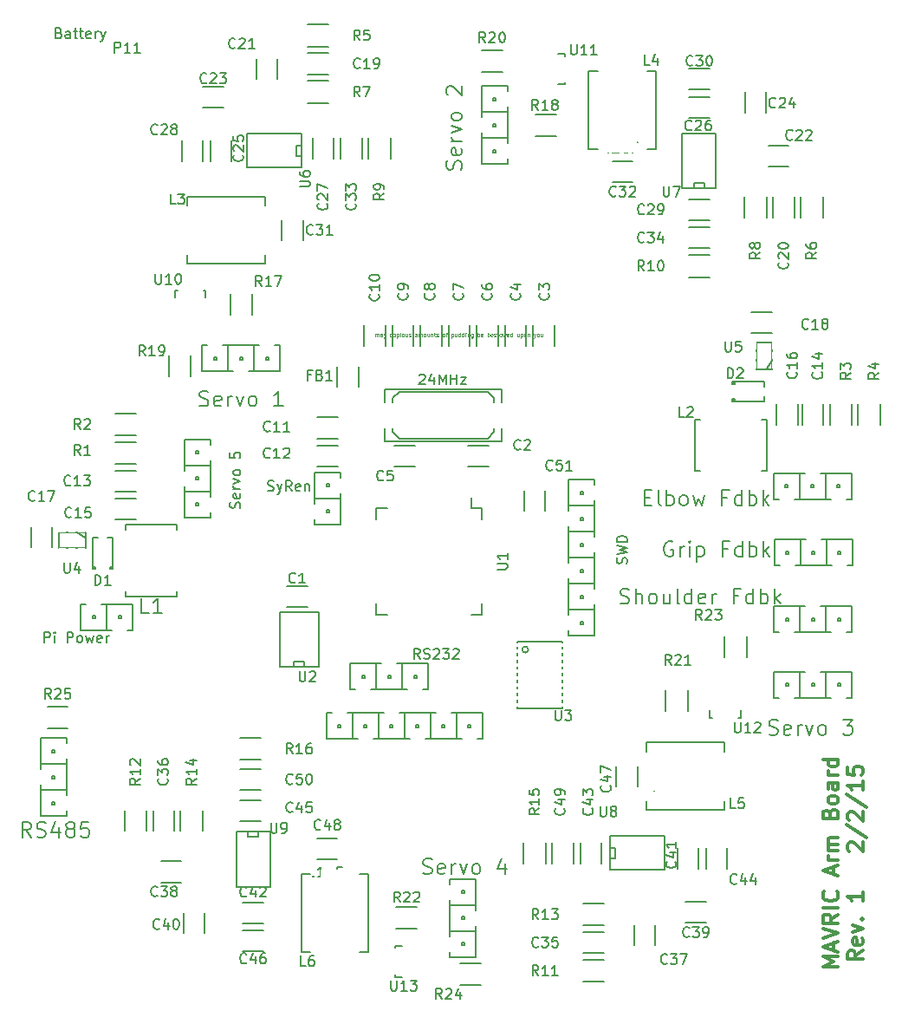
<source format=gto>
G04 #@! TF.FileFunction,Legend,Top*
%FSLAX46Y46*%
G04 Gerber Fmt 4.6, Leading zero omitted, Abs format (unit mm)*
G04 Created by KiCad (PCBNEW (2015-01-16 BZR 5376)-product) date 3/2/2015 10:32:28 PM*
%MOMM*%
G01*
G04 APERTURE LIST*
%ADD10C,0.100000*%
%ADD11C,0.095250*%
%ADD12C,0.300000*%
%ADD13C,0.150000*%
%ADD14C,0.127000*%
%ADD15C,0.250000*%
%ADD16R,2.999740X2.349500*%
%ADD17R,2.000000X1.600000*%
%ADD18R,1.600000X2.000000*%
%ADD19R,1.700000X2.000000*%
%ADD20R,2.349500X2.999740*%
%ADD21R,2.000000X1.700000*%
%ADD22R,0.250000X1.000000*%
%ADD23R,1.000000X0.250000*%
%ADD24R,1.399540X0.599440*%
%ADD25R,1.600000X0.300000*%
%ADD26R,0.701040X1.000760*%
%ADD27R,1.000760X0.701040*%
%ADD28R,0.599440X1.399540*%
%ADD29R,2.997200X2.260600*%
%ADD30R,2.260600X2.997200*%
%ADD31R,5.499100X1.998980*%
%ADD32R,0.800000X0.800000*%
%ADD33R,1.100000X2.000000*%
%ADD34R,2.000000X1.100000*%
%ADD35R,1.600000X5.700000*%
%ADD36R,5.700000X1.600000*%
%ADD37R,1.270000X2.200000*%
%ADD38R,2.200000X1.270000*%
%ADD39C,5.999480*%
%ADD40R,0.800100X1.800860*%
%ADD41R,1.800860X0.800100*%
G04 APERTURE END LIST*
D10*
D11*
X199826645Y-84572357D02*
X199826645Y-84318357D01*
X199826645Y-84354643D02*
X199844788Y-84336500D01*
X199881074Y-84318357D01*
X199935502Y-84318357D01*
X199971788Y-84336500D01*
X199989931Y-84372786D01*
X199989931Y-84572357D01*
X199989931Y-84372786D02*
X200008074Y-84336500D01*
X200044360Y-84318357D01*
X200098788Y-84318357D01*
X200135074Y-84336500D01*
X200153217Y-84372786D01*
X200153217Y-84572357D01*
X200497931Y-84572357D02*
X200497931Y-84372786D01*
X200479788Y-84336500D01*
X200443502Y-84318357D01*
X200370931Y-84318357D01*
X200334645Y-84336500D01*
X200497931Y-84554214D02*
X200461645Y-84572357D01*
X200370931Y-84572357D01*
X200334645Y-84554214D01*
X200316502Y-84517929D01*
X200316502Y-84481643D01*
X200334645Y-84445357D01*
X200370931Y-84427214D01*
X200461645Y-84427214D01*
X200497931Y-84409071D01*
X200643074Y-84318357D02*
X200733788Y-84572357D01*
X200824502Y-84318357D02*
X200733788Y-84572357D01*
X200697502Y-84663071D01*
X200679359Y-84681214D01*
X200643074Y-84699357D01*
X201423217Y-84554214D02*
X201386931Y-84572357D01*
X201314360Y-84572357D01*
X201278074Y-84554214D01*
X201259931Y-84536071D01*
X201241788Y-84499786D01*
X201241788Y-84390929D01*
X201259931Y-84354643D01*
X201278074Y-84336500D01*
X201314360Y-84318357D01*
X201386931Y-84318357D01*
X201423217Y-84336500D01*
X201640931Y-84572357D02*
X201604645Y-84554214D01*
X201586502Y-84536071D01*
X201568359Y-84499786D01*
X201568359Y-84390929D01*
X201586502Y-84354643D01*
X201604645Y-84336500D01*
X201640931Y-84318357D01*
X201695359Y-84318357D01*
X201731645Y-84336500D01*
X201749788Y-84354643D01*
X201767931Y-84390929D01*
X201767931Y-84499786D01*
X201749788Y-84536071D01*
X201731645Y-84554214D01*
X201695359Y-84572357D01*
X201640931Y-84572357D01*
X201931216Y-84318357D02*
X201931216Y-84699357D01*
X201931216Y-84336500D02*
X201967502Y-84318357D01*
X202040073Y-84318357D01*
X202076359Y-84336500D01*
X202094502Y-84354643D01*
X202112645Y-84390929D01*
X202112645Y-84499786D01*
X202094502Y-84536071D01*
X202076359Y-84554214D01*
X202040073Y-84572357D01*
X201967502Y-84572357D01*
X201931216Y-84554214D01*
X202275930Y-84572357D02*
X202275930Y-84318357D01*
X202275930Y-84191357D02*
X202257787Y-84209500D01*
X202275930Y-84227643D01*
X202294073Y-84209500D01*
X202275930Y-84191357D01*
X202275930Y-84227643D01*
X202511788Y-84572357D02*
X202475502Y-84554214D01*
X202457359Y-84536071D01*
X202439216Y-84499786D01*
X202439216Y-84390929D01*
X202457359Y-84354643D01*
X202475502Y-84336500D01*
X202511788Y-84318357D01*
X202566216Y-84318357D01*
X202602502Y-84336500D01*
X202620645Y-84354643D01*
X202638788Y-84390929D01*
X202638788Y-84499786D01*
X202620645Y-84536071D01*
X202602502Y-84554214D01*
X202566216Y-84572357D01*
X202511788Y-84572357D01*
X202965359Y-84318357D02*
X202965359Y-84572357D01*
X202802073Y-84318357D02*
X202802073Y-84517929D01*
X202820216Y-84554214D01*
X202856502Y-84572357D01*
X202910930Y-84572357D01*
X202947216Y-84554214D01*
X202965359Y-84536071D01*
X203128644Y-84554214D02*
X203164930Y-84572357D01*
X203237502Y-84572357D01*
X203273787Y-84554214D01*
X203291930Y-84517929D01*
X203291930Y-84499786D01*
X203273787Y-84463500D01*
X203237502Y-84445357D01*
X203183073Y-84445357D01*
X203146787Y-84427214D01*
X203128644Y-84390929D01*
X203128644Y-84372786D01*
X203146787Y-84336500D01*
X203183073Y-84318357D01*
X203237502Y-84318357D01*
X203273787Y-84336500D01*
X203908788Y-84572357D02*
X203908788Y-84372786D01*
X203890645Y-84336500D01*
X203854359Y-84318357D01*
X203781788Y-84318357D01*
X203745502Y-84336500D01*
X203908788Y-84554214D02*
X203872502Y-84572357D01*
X203781788Y-84572357D01*
X203745502Y-84554214D01*
X203727359Y-84517929D01*
X203727359Y-84481643D01*
X203745502Y-84445357D01*
X203781788Y-84427214D01*
X203872502Y-84427214D01*
X203908788Y-84409071D01*
X204090216Y-84572357D02*
X204090216Y-84318357D01*
X204090216Y-84354643D02*
X204108359Y-84336500D01*
X204144645Y-84318357D01*
X204199073Y-84318357D01*
X204235359Y-84336500D01*
X204253502Y-84372786D01*
X204253502Y-84572357D01*
X204253502Y-84372786D02*
X204271645Y-84336500D01*
X204307931Y-84318357D01*
X204362359Y-84318357D01*
X204398645Y-84336500D01*
X204416788Y-84372786D01*
X204416788Y-84572357D01*
X204652645Y-84572357D02*
X204616359Y-84554214D01*
X204598216Y-84536071D01*
X204580073Y-84499786D01*
X204580073Y-84390929D01*
X204598216Y-84354643D01*
X204616359Y-84336500D01*
X204652645Y-84318357D01*
X204707073Y-84318357D01*
X204743359Y-84336500D01*
X204761502Y-84354643D01*
X204779645Y-84390929D01*
X204779645Y-84499786D01*
X204761502Y-84536071D01*
X204743359Y-84554214D01*
X204707073Y-84572357D01*
X204652645Y-84572357D01*
X205106216Y-84318357D02*
X205106216Y-84572357D01*
X204942930Y-84318357D02*
X204942930Y-84517929D01*
X204961073Y-84554214D01*
X204997359Y-84572357D01*
X205051787Y-84572357D01*
X205088073Y-84554214D01*
X205106216Y-84536071D01*
X205287644Y-84318357D02*
X205287644Y-84572357D01*
X205287644Y-84354643D02*
X205305787Y-84336500D01*
X205342073Y-84318357D01*
X205396501Y-84318357D01*
X205432787Y-84336500D01*
X205450930Y-84372786D01*
X205450930Y-84572357D01*
X205577930Y-84318357D02*
X205723073Y-84318357D01*
X205632358Y-84191357D02*
X205632358Y-84517929D01*
X205650501Y-84554214D01*
X205686787Y-84572357D01*
X205723073Y-84572357D01*
X205831929Y-84554214D02*
X205868215Y-84572357D01*
X205940787Y-84572357D01*
X205977072Y-84554214D01*
X205995215Y-84517929D01*
X205995215Y-84499786D01*
X205977072Y-84463500D01*
X205940787Y-84445357D01*
X205886358Y-84445357D01*
X205850072Y-84427214D01*
X205831929Y-84390929D01*
X205831929Y-84372786D01*
X205850072Y-84336500D01*
X205886358Y-84318357D01*
X205940787Y-84318357D01*
X205977072Y-84336500D01*
X206503216Y-84572357D02*
X206466930Y-84554214D01*
X206448787Y-84536071D01*
X206430644Y-84499786D01*
X206430644Y-84390929D01*
X206448787Y-84354643D01*
X206466930Y-84336500D01*
X206503216Y-84318357D01*
X206557644Y-84318357D01*
X206593930Y-84336500D01*
X206612073Y-84354643D01*
X206630216Y-84390929D01*
X206630216Y-84499786D01*
X206612073Y-84536071D01*
X206593930Y-84554214D01*
X206557644Y-84572357D01*
X206503216Y-84572357D01*
X206739073Y-84318357D02*
X206884216Y-84318357D01*
X206793501Y-84572357D02*
X206793501Y-84245786D01*
X206811644Y-84209500D01*
X206847930Y-84191357D01*
X206884216Y-84191357D01*
X207301501Y-84318357D02*
X207301501Y-84699357D01*
X207301501Y-84336500D02*
X207337787Y-84318357D01*
X207410358Y-84318357D01*
X207446644Y-84336500D01*
X207464787Y-84354643D01*
X207482930Y-84390929D01*
X207482930Y-84499786D01*
X207464787Y-84536071D01*
X207446644Y-84554214D01*
X207410358Y-84572357D01*
X207337787Y-84572357D01*
X207301501Y-84554214D01*
X207809501Y-84318357D02*
X207809501Y-84572357D01*
X207646215Y-84318357D02*
X207646215Y-84517929D01*
X207664358Y-84554214D01*
X207700644Y-84572357D01*
X207755072Y-84572357D01*
X207791358Y-84554214D01*
X207809501Y-84536071D01*
X208154215Y-84572357D02*
X208154215Y-84191357D01*
X208154215Y-84554214D02*
X208117929Y-84572357D01*
X208045358Y-84572357D01*
X208009072Y-84554214D01*
X207990929Y-84536071D01*
X207972786Y-84499786D01*
X207972786Y-84390929D01*
X207990929Y-84354643D01*
X208009072Y-84336500D01*
X208045358Y-84318357D01*
X208117929Y-84318357D01*
X208154215Y-84336500D01*
X208498929Y-84572357D02*
X208498929Y-84191357D01*
X208498929Y-84554214D02*
X208462643Y-84572357D01*
X208390072Y-84572357D01*
X208353786Y-84554214D01*
X208335643Y-84536071D01*
X208317500Y-84499786D01*
X208317500Y-84390929D01*
X208335643Y-84354643D01*
X208353786Y-84336500D01*
X208390072Y-84318357D01*
X208462643Y-84318357D01*
X208498929Y-84336500D01*
X208680357Y-84572357D02*
X208680357Y-84318357D01*
X208680357Y-84191357D02*
X208662214Y-84209500D01*
X208680357Y-84227643D01*
X208698500Y-84209500D01*
X208680357Y-84191357D01*
X208680357Y-84227643D01*
X208861786Y-84318357D02*
X208861786Y-84572357D01*
X208861786Y-84354643D02*
X208879929Y-84336500D01*
X208916215Y-84318357D01*
X208970643Y-84318357D01*
X209006929Y-84336500D01*
X209025072Y-84372786D01*
X209025072Y-84572357D01*
X209369786Y-84318357D02*
X209369786Y-84626786D01*
X209351643Y-84663071D01*
X209333500Y-84681214D01*
X209297215Y-84699357D01*
X209242786Y-84699357D01*
X209206500Y-84681214D01*
X209369786Y-84554214D02*
X209333500Y-84572357D01*
X209260929Y-84572357D01*
X209224643Y-84554214D01*
X209206500Y-84536071D01*
X209188357Y-84499786D01*
X209188357Y-84390929D01*
X209206500Y-84354643D01*
X209224643Y-84336500D01*
X209260929Y-84318357D01*
X209333500Y-84318357D01*
X209369786Y-84336500D01*
X209841500Y-84572357D02*
X209841500Y-84191357D01*
X209841500Y-84336500D02*
X209877786Y-84318357D01*
X209950357Y-84318357D01*
X209986643Y-84336500D01*
X210004786Y-84354643D01*
X210022929Y-84390929D01*
X210022929Y-84499786D01*
X210004786Y-84536071D01*
X209986643Y-84554214D01*
X209950357Y-84572357D01*
X209877786Y-84572357D01*
X209841500Y-84554214D01*
X210331357Y-84554214D02*
X210295071Y-84572357D01*
X210222500Y-84572357D01*
X210186214Y-84554214D01*
X210168071Y-84517929D01*
X210168071Y-84372786D01*
X210186214Y-84336500D01*
X210222500Y-84318357D01*
X210295071Y-84318357D01*
X210331357Y-84336500D01*
X210349500Y-84372786D01*
X210349500Y-84409071D01*
X210168071Y-84445357D01*
X210803071Y-84572357D02*
X210803071Y-84191357D01*
X210803071Y-84336500D02*
X210839357Y-84318357D01*
X210911928Y-84318357D01*
X210948214Y-84336500D01*
X210966357Y-84354643D01*
X210984500Y-84390929D01*
X210984500Y-84499786D01*
X210966357Y-84536071D01*
X210948214Y-84554214D01*
X210911928Y-84572357D01*
X210839357Y-84572357D01*
X210803071Y-84554214D01*
X211292928Y-84554214D02*
X211256642Y-84572357D01*
X211184071Y-84572357D01*
X211147785Y-84554214D01*
X211129642Y-84517929D01*
X211129642Y-84372786D01*
X211147785Y-84336500D01*
X211184071Y-84318357D01*
X211256642Y-84318357D01*
X211292928Y-84336500D01*
X211311071Y-84372786D01*
X211311071Y-84409071D01*
X211129642Y-84445357D01*
X211456213Y-84554214D02*
X211492499Y-84572357D01*
X211565071Y-84572357D01*
X211601356Y-84554214D01*
X211619499Y-84517929D01*
X211619499Y-84499786D01*
X211601356Y-84463500D01*
X211565071Y-84445357D01*
X211510642Y-84445357D01*
X211474356Y-84427214D01*
X211456213Y-84390929D01*
X211456213Y-84372786D01*
X211474356Y-84336500D01*
X211510642Y-84318357D01*
X211565071Y-84318357D01*
X211601356Y-84336500D01*
X211728357Y-84318357D02*
X211873500Y-84318357D01*
X211782785Y-84191357D02*
X211782785Y-84517929D01*
X211800928Y-84554214D01*
X211837214Y-84572357D01*
X211873500Y-84572357D01*
X212054928Y-84572357D02*
X212018642Y-84554214D01*
X212000499Y-84536071D01*
X211982356Y-84499786D01*
X211982356Y-84390929D01*
X212000499Y-84354643D01*
X212018642Y-84336500D01*
X212054928Y-84318357D01*
X212109356Y-84318357D01*
X212145642Y-84336500D01*
X212163785Y-84354643D01*
X212181928Y-84390929D01*
X212181928Y-84499786D01*
X212163785Y-84536071D01*
X212145642Y-84554214D01*
X212109356Y-84572357D01*
X212054928Y-84572357D01*
X212308928Y-84318357D02*
X212381499Y-84572357D01*
X212454070Y-84390929D01*
X212526642Y-84572357D01*
X212599213Y-84318357D01*
X212889499Y-84554214D02*
X212853213Y-84572357D01*
X212780642Y-84572357D01*
X212744356Y-84554214D01*
X212726213Y-84517929D01*
X212726213Y-84372786D01*
X212744356Y-84336500D01*
X212780642Y-84318357D01*
X212853213Y-84318357D01*
X212889499Y-84336500D01*
X212907642Y-84372786D01*
X212907642Y-84409071D01*
X212726213Y-84445357D01*
X213234213Y-84572357D02*
X213234213Y-84191357D01*
X213234213Y-84554214D02*
X213197927Y-84572357D01*
X213125356Y-84572357D01*
X213089070Y-84554214D01*
X213070927Y-84536071D01*
X213052784Y-84499786D01*
X213052784Y-84390929D01*
X213070927Y-84354643D01*
X213089070Y-84336500D01*
X213125356Y-84318357D01*
X213197927Y-84318357D01*
X213234213Y-84336500D01*
X213869213Y-84318357D02*
X213869213Y-84572357D01*
X213705927Y-84318357D02*
X213705927Y-84517929D01*
X213724070Y-84554214D01*
X213760356Y-84572357D01*
X213814784Y-84572357D01*
X213851070Y-84554214D01*
X213869213Y-84536071D01*
X214050641Y-84318357D02*
X214050641Y-84699357D01*
X214050641Y-84336500D02*
X214086927Y-84318357D01*
X214159498Y-84318357D01*
X214195784Y-84336500D01*
X214213927Y-84354643D01*
X214232070Y-84390929D01*
X214232070Y-84499786D01*
X214213927Y-84536071D01*
X214195784Y-84554214D01*
X214159498Y-84572357D01*
X214086927Y-84572357D01*
X214050641Y-84554214D01*
X214449784Y-84572357D02*
X214413498Y-84554214D01*
X214395355Y-84536071D01*
X214377212Y-84499786D01*
X214377212Y-84390929D01*
X214395355Y-84354643D01*
X214413498Y-84336500D01*
X214449784Y-84318357D01*
X214504212Y-84318357D01*
X214540498Y-84336500D01*
X214558641Y-84354643D01*
X214576784Y-84390929D01*
X214576784Y-84499786D01*
X214558641Y-84536071D01*
X214540498Y-84554214D01*
X214504212Y-84572357D01*
X214449784Y-84572357D01*
X214740069Y-84318357D02*
X214740069Y-84572357D01*
X214740069Y-84354643D02*
X214758212Y-84336500D01*
X214794498Y-84318357D01*
X214848926Y-84318357D01*
X214885212Y-84336500D01*
X214903355Y-84372786D01*
X214903355Y-84572357D01*
X215338784Y-84318357D02*
X215429498Y-84572357D01*
X215520212Y-84318357D02*
X215429498Y-84572357D01*
X215393212Y-84663071D01*
X215375069Y-84681214D01*
X215338784Y-84699357D01*
X215719784Y-84572357D02*
X215683498Y-84554214D01*
X215665355Y-84536071D01*
X215647212Y-84499786D01*
X215647212Y-84390929D01*
X215665355Y-84354643D01*
X215683498Y-84336500D01*
X215719784Y-84318357D01*
X215774212Y-84318357D01*
X215810498Y-84336500D01*
X215828641Y-84354643D01*
X215846784Y-84390929D01*
X215846784Y-84499786D01*
X215828641Y-84536071D01*
X215810498Y-84554214D01*
X215774212Y-84572357D01*
X215719784Y-84572357D01*
X216173355Y-84318357D02*
X216173355Y-84572357D01*
X216010069Y-84318357D02*
X216010069Y-84517929D01*
X216028212Y-84554214D01*
X216064498Y-84572357D01*
X216118926Y-84572357D01*
X216155212Y-84554214D01*
X216173355Y-84536071D01*
D12*
X245078571Y-146142856D02*
X243578571Y-146142856D01*
X244650000Y-145642856D01*
X243578571Y-145142856D01*
X245078571Y-145142856D01*
X244650000Y-144499999D02*
X244650000Y-143785713D01*
X245078571Y-144642856D02*
X243578571Y-144142856D01*
X245078571Y-143642856D01*
X243578571Y-143357142D02*
X245078571Y-142857142D01*
X243578571Y-142357142D01*
X245078571Y-140999999D02*
X244364286Y-141499999D01*
X245078571Y-141857142D02*
X243578571Y-141857142D01*
X243578571Y-141285714D01*
X243650000Y-141142856D01*
X243721429Y-141071428D01*
X243864286Y-140999999D01*
X244078571Y-140999999D01*
X244221429Y-141071428D01*
X244292857Y-141142856D01*
X244364286Y-141285714D01*
X244364286Y-141857142D01*
X245078571Y-140357142D02*
X243578571Y-140357142D01*
X244935714Y-138785713D02*
X245007143Y-138857142D01*
X245078571Y-139071428D01*
X245078571Y-139214285D01*
X245007143Y-139428570D01*
X244864286Y-139571428D01*
X244721429Y-139642856D01*
X244435714Y-139714285D01*
X244221429Y-139714285D01*
X243935714Y-139642856D01*
X243792857Y-139571428D01*
X243650000Y-139428570D01*
X243578571Y-139214285D01*
X243578571Y-139071428D01*
X243650000Y-138857142D01*
X243721429Y-138785713D01*
X244650000Y-137071428D02*
X244650000Y-136357142D01*
X245078571Y-137214285D02*
X243578571Y-136714285D01*
X245078571Y-136214285D01*
X245078571Y-135714285D02*
X244078571Y-135714285D01*
X244364286Y-135714285D02*
X244221429Y-135642857D01*
X244150000Y-135571428D01*
X244078571Y-135428571D01*
X244078571Y-135285714D01*
X245078571Y-134785714D02*
X244078571Y-134785714D01*
X244221429Y-134785714D02*
X244150000Y-134714286D01*
X244078571Y-134571428D01*
X244078571Y-134357143D01*
X244150000Y-134214286D01*
X244292857Y-134142857D01*
X245078571Y-134142857D01*
X244292857Y-134142857D02*
X244150000Y-134071428D01*
X244078571Y-133928571D01*
X244078571Y-133714286D01*
X244150000Y-133571428D01*
X244292857Y-133500000D01*
X245078571Y-133500000D01*
X244292857Y-131142857D02*
X244364286Y-130928571D01*
X244435714Y-130857143D01*
X244578571Y-130785714D01*
X244792857Y-130785714D01*
X244935714Y-130857143D01*
X245007143Y-130928571D01*
X245078571Y-131071429D01*
X245078571Y-131642857D01*
X243578571Y-131642857D01*
X243578571Y-131142857D01*
X243650000Y-131000000D01*
X243721429Y-130928571D01*
X243864286Y-130857143D01*
X244007143Y-130857143D01*
X244150000Y-130928571D01*
X244221429Y-131000000D01*
X244292857Y-131142857D01*
X244292857Y-131642857D01*
X245078571Y-129928571D02*
X245007143Y-130071429D01*
X244935714Y-130142857D01*
X244792857Y-130214286D01*
X244364286Y-130214286D01*
X244221429Y-130142857D01*
X244150000Y-130071429D01*
X244078571Y-129928571D01*
X244078571Y-129714286D01*
X244150000Y-129571429D01*
X244221429Y-129500000D01*
X244364286Y-129428571D01*
X244792857Y-129428571D01*
X244935714Y-129500000D01*
X245007143Y-129571429D01*
X245078571Y-129714286D01*
X245078571Y-129928571D01*
X245078571Y-128142857D02*
X244292857Y-128142857D01*
X244150000Y-128214286D01*
X244078571Y-128357143D01*
X244078571Y-128642857D01*
X244150000Y-128785714D01*
X245007143Y-128142857D02*
X245078571Y-128285714D01*
X245078571Y-128642857D01*
X245007143Y-128785714D01*
X244864286Y-128857143D01*
X244721429Y-128857143D01*
X244578571Y-128785714D01*
X244507143Y-128642857D01*
X244507143Y-128285714D01*
X244435714Y-128142857D01*
X245078571Y-127428571D02*
X244078571Y-127428571D01*
X244364286Y-127428571D02*
X244221429Y-127357143D01*
X244150000Y-127285714D01*
X244078571Y-127142857D01*
X244078571Y-127000000D01*
X245078571Y-125857143D02*
X243578571Y-125857143D01*
X245007143Y-125857143D02*
X245078571Y-126000000D01*
X245078571Y-126285714D01*
X245007143Y-126428572D01*
X244935714Y-126500000D01*
X244792857Y-126571429D01*
X244364286Y-126571429D01*
X244221429Y-126500000D01*
X244150000Y-126428572D01*
X244078571Y-126285714D01*
X244078571Y-126000000D01*
X244150000Y-125857143D01*
X247478571Y-144535713D02*
X246764286Y-145035713D01*
X247478571Y-145392856D02*
X245978571Y-145392856D01*
X245978571Y-144821428D01*
X246050000Y-144678570D01*
X246121429Y-144607142D01*
X246264286Y-144535713D01*
X246478571Y-144535713D01*
X246621429Y-144607142D01*
X246692857Y-144678570D01*
X246764286Y-144821428D01*
X246764286Y-145392856D01*
X247407143Y-143321428D02*
X247478571Y-143464285D01*
X247478571Y-143749999D01*
X247407143Y-143892856D01*
X247264286Y-143964285D01*
X246692857Y-143964285D01*
X246550000Y-143892856D01*
X246478571Y-143749999D01*
X246478571Y-143464285D01*
X246550000Y-143321428D01*
X246692857Y-143249999D01*
X246835714Y-143249999D01*
X246978571Y-143964285D01*
X246478571Y-142749999D02*
X247478571Y-142392856D01*
X246478571Y-142035714D01*
X247335714Y-141464285D02*
X247407143Y-141392857D01*
X247478571Y-141464285D01*
X247407143Y-141535714D01*
X247335714Y-141464285D01*
X247478571Y-141464285D01*
X247478571Y-138821428D02*
X247478571Y-139678571D01*
X247478571Y-139249999D02*
X245978571Y-139249999D01*
X246192857Y-139392856D01*
X246335714Y-139535714D01*
X246407143Y-139678571D01*
X246121429Y-134821429D02*
X246050000Y-134750000D01*
X245978571Y-134607143D01*
X245978571Y-134250000D01*
X246050000Y-134107143D01*
X246121429Y-134035714D01*
X246264286Y-133964286D01*
X246407143Y-133964286D01*
X246621429Y-134035714D01*
X247478571Y-134892857D01*
X247478571Y-133964286D01*
X245907143Y-132250001D02*
X247835714Y-133535715D01*
X246121429Y-131821429D02*
X246050000Y-131750000D01*
X245978571Y-131607143D01*
X245978571Y-131250000D01*
X246050000Y-131107143D01*
X246121429Y-131035714D01*
X246264286Y-130964286D01*
X246407143Y-130964286D01*
X246621429Y-131035714D01*
X247478571Y-131892857D01*
X247478571Y-130964286D01*
X245907143Y-129250001D02*
X247835714Y-130535715D01*
X247478571Y-127964286D02*
X247478571Y-128821429D01*
X247478571Y-128392857D02*
X245978571Y-128392857D01*
X246192857Y-128535714D01*
X246335714Y-128678572D01*
X246407143Y-128821429D01*
X245978571Y-126607143D02*
X245978571Y-127321429D01*
X246692857Y-127392858D01*
X246621429Y-127321429D01*
X246550000Y-127178572D01*
X246550000Y-126821429D01*
X246621429Y-126678572D01*
X246692857Y-126607143D01*
X246835714Y-126535715D01*
X247192857Y-126535715D01*
X247335714Y-126607143D01*
X247407143Y-126678572D01*
X247478571Y-126821429D01*
X247478571Y-127178572D01*
X247407143Y-127321429D01*
X247335714Y-127392858D01*
D13*
X198300300Y-144649840D02*
X199199460Y-144649840D01*
X193499700Y-137050160D02*
X192600540Y-137050160D01*
X192600540Y-137050160D02*
X192600540Y-144649840D01*
X192600540Y-144649840D02*
X193499700Y-144649840D01*
X199199460Y-144649840D02*
X199199460Y-137050160D01*
X199199460Y-137050160D02*
X198300300Y-137050160D01*
X191200000Y-111025000D02*
X193200000Y-111025000D01*
X193200000Y-108975000D02*
X191200000Y-108975000D01*
X210900000Y-95225000D02*
X208900000Y-95225000D01*
X208900000Y-97275000D02*
X210900000Y-97275000D01*
X215275000Y-83510000D02*
X215275000Y-85510000D01*
X217325000Y-85510000D02*
X217325000Y-83510000D01*
X212525000Y-83460000D02*
X212525000Y-85460000D01*
X214575000Y-85460000D02*
X214575000Y-83460000D01*
X201700000Y-97275000D02*
X203700000Y-97275000D01*
X203700000Y-95225000D02*
X201700000Y-95225000D01*
X209775000Y-83460000D02*
X209775000Y-85460000D01*
X211825000Y-85460000D02*
X211825000Y-83460000D01*
X207025000Y-83460000D02*
X207025000Y-85460000D01*
X209075000Y-85460000D02*
X209075000Y-83460000D01*
X204275000Y-83460000D02*
X204275000Y-85460000D01*
X206325000Y-85460000D02*
X206325000Y-83460000D01*
X201525000Y-83460000D02*
X201525000Y-85460000D01*
X203575000Y-85460000D02*
X203575000Y-83460000D01*
X198775000Y-83460000D02*
X198775000Y-85460000D01*
X200825000Y-85460000D02*
X200825000Y-83460000D01*
X194160000Y-94525000D02*
X196160000Y-94525000D01*
X196160000Y-92475000D02*
X194160000Y-92475000D01*
X194160000Y-97275000D02*
X196160000Y-97275000D01*
X196160000Y-95225000D02*
X194160000Y-95225000D01*
X174465000Y-99710000D02*
X176465000Y-99710000D01*
X176465000Y-97660000D02*
X174465000Y-97660000D01*
X241565000Y-91190000D02*
X241565000Y-93190000D01*
X243615000Y-93190000D02*
X243615000Y-91190000D01*
X176465000Y-100410000D02*
X174465000Y-100410000D01*
X174465000Y-102460000D02*
X176465000Y-102460000D01*
X241115000Y-93190000D02*
X241115000Y-91190000D01*
X239065000Y-91190000D02*
X239065000Y-93190000D01*
X166190000Y-103185000D02*
X166190000Y-105185000D01*
X168240000Y-105185000D02*
X168240000Y-103185000D01*
X238590000Y-82165000D02*
X236590000Y-82165000D01*
X236590000Y-84215000D02*
X238590000Y-84215000D01*
X193250000Y-58975000D02*
X195250000Y-58975000D01*
X195250000Y-56925000D02*
X193250000Y-56925000D01*
X238725000Y-70950000D02*
X238725000Y-72950000D01*
X240775000Y-72950000D02*
X240775000Y-70950000D01*
X188225000Y-57450000D02*
X188225000Y-59450000D01*
X190275000Y-59450000D02*
X190275000Y-57450000D01*
X240250000Y-65925000D02*
X238250000Y-65925000D01*
X238250000Y-67975000D02*
X240250000Y-67975000D01*
X183000000Y-62225000D02*
X185000000Y-62225000D01*
X185000000Y-60175000D02*
X183000000Y-60175000D01*
X235975000Y-60700000D02*
X235975000Y-62700000D01*
X238025000Y-62700000D02*
X238025000Y-60700000D01*
X183725000Y-65450000D02*
X183725000Y-67450000D01*
X185775000Y-67450000D02*
X185775000Y-65450000D01*
X232500000Y-61175000D02*
X230500000Y-61175000D01*
X230500000Y-63225000D02*
X232500000Y-63225000D01*
X193725000Y-65200000D02*
X193725000Y-67200000D01*
X195775000Y-67200000D02*
X195775000Y-65200000D01*
X180975000Y-65450000D02*
X180975000Y-67450000D01*
X183025000Y-67450000D02*
X183025000Y-65450000D01*
X232500000Y-71175000D02*
X230500000Y-71175000D01*
X230500000Y-73225000D02*
X232500000Y-73225000D01*
X232500000Y-58425000D02*
X230500000Y-58425000D01*
X230500000Y-60475000D02*
X232500000Y-60475000D01*
X192775000Y-75200000D02*
X192775000Y-73200000D01*
X190725000Y-73200000D02*
X190725000Y-75200000D01*
X223000000Y-69475000D02*
X225000000Y-69475000D01*
X225000000Y-67425000D02*
X223000000Y-67425000D01*
X196475000Y-65200000D02*
X196475000Y-67200000D01*
X198525000Y-67200000D02*
X198525000Y-65200000D01*
X232500000Y-73925000D02*
X230500000Y-73925000D01*
X230500000Y-75975000D02*
X232500000Y-75975000D01*
X222175000Y-142750000D02*
X220175000Y-142750000D01*
X220175000Y-144800000D02*
X222175000Y-144800000D01*
X180175000Y-132850000D02*
X180175000Y-130850000D01*
X178125000Y-130850000D02*
X178125000Y-132850000D01*
X227200000Y-144025000D02*
X227200000Y-142025000D01*
X225150000Y-142025000D02*
X225150000Y-144025000D01*
X178900000Y-137875000D02*
X180900000Y-137875000D01*
X180900000Y-135825000D02*
X178900000Y-135825000D01*
X232175000Y-139750000D02*
X230175000Y-139750000D01*
X230175000Y-141800000D02*
X232175000Y-141800000D01*
X183175000Y-142850000D02*
X183175000Y-140850000D01*
X181125000Y-140850000D02*
X181125000Y-142850000D01*
X231450000Y-136525000D02*
X231450000Y-134525000D01*
X229400000Y-134525000D02*
X229400000Y-136525000D01*
X186900000Y-141875000D02*
X188900000Y-141875000D01*
X188900000Y-139825000D02*
X186900000Y-139825000D01*
X221950000Y-136025000D02*
X221950000Y-134025000D01*
X219900000Y-134025000D02*
X219900000Y-136025000D01*
X234200000Y-136525000D02*
X234200000Y-134525000D01*
X232150000Y-134525000D02*
X232150000Y-136525000D01*
X186650000Y-131875000D02*
X188650000Y-131875000D01*
X188650000Y-129825000D02*
X186650000Y-129825000D01*
X186900000Y-144625000D02*
X188900000Y-144625000D01*
X188900000Y-142575000D02*
X186900000Y-142575000D01*
X223400000Y-126525000D02*
X223400000Y-128525000D01*
X225450000Y-128525000D02*
X225450000Y-126525000D01*
X196150000Y-133575000D02*
X194150000Y-133575000D01*
X194150000Y-135625000D02*
X196150000Y-135625000D01*
X219200000Y-136025000D02*
X219200000Y-134025000D01*
X217150000Y-134025000D02*
X217150000Y-136025000D01*
X186650000Y-128875000D02*
X188650000Y-128875000D01*
X188650000Y-126825000D02*
X186650000Y-126825000D01*
X196085000Y-89500000D02*
X196085000Y-87500000D01*
X198235000Y-87500000D02*
X198235000Y-89500000D01*
X181450160Y-76600300D02*
X181450160Y-77499460D01*
X189049840Y-71799700D02*
X189049840Y-70900540D01*
X189049840Y-70900540D02*
X181450160Y-70900540D01*
X181450160Y-70900540D02*
X181450160Y-71799700D01*
X181450160Y-77499460D02*
X189049840Y-77499460D01*
X189049840Y-77499460D02*
X189049840Y-76600300D01*
X221599700Y-58650160D02*
X220700540Y-58650160D01*
X226400300Y-66249840D02*
X227299460Y-66249840D01*
X227299460Y-66249840D02*
X227299460Y-58650160D01*
X227299460Y-58650160D02*
X226400300Y-58650160D01*
X220700540Y-58650160D02*
X220700540Y-66249840D01*
X220700540Y-66249840D02*
X221599700Y-66249840D01*
X233974840Y-125124700D02*
X233974840Y-124225540D01*
X226375160Y-129925300D02*
X226375160Y-130824460D01*
X226375160Y-130824460D02*
X233974840Y-130824460D01*
X233974840Y-130824460D02*
X233974840Y-129925300D01*
X233974840Y-124225540D02*
X226375160Y-124225540D01*
X226375160Y-124225540D02*
X226375160Y-125124700D01*
X174465000Y-94860000D02*
X176465000Y-94860000D01*
X176465000Y-97010000D02*
X174465000Y-97010000D01*
X174465000Y-92110000D02*
X176465000Y-92110000D01*
X176465000Y-94260000D02*
X174465000Y-94260000D01*
X246415000Y-91190000D02*
X246415000Y-93190000D01*
X244265000Y-93190000D02*
X244265000Y-91190000D01*
X249165000Y-91190000D02*
X249165000Y-93190000D01*
X247015000Y-93190000D02*
X247015000Y-91190000D01*
X193250000Y-54125000D02*
X195250000Y-54125000D01*
X195250000Y-56275000D02*
X193250000Y-56275000D01*
X243575000Y-70950000D02*
X243575000Y-72950000D01*
X241425000Y-72950000D02*
X241425000Y-70950000D01*
X195250000Y-61775000D02*
X193250000Y-61775000D01*
X193250000Y-59625000D02*
X195250000Y-59625000D01*
X235925000Y-72950000D02*
X235925000Y-70950000D01*
X238075000Y-70950000D02*
X238075000Y-72950000D01*
X199175000Y-67200000D02*
X199175000Y-65200000D01*
X201325000Y-65200000D02*
X201325000Y-67200000D01*
X230500000Y-76625000D02*
X232500000Y-76625000D01*
X232500000Y-78775000D02*
X230500000Y-78775000D01*
X222175000Y-147600000D02*
X220175000Y-147600000D01*
X220175000Y-145450000D02*
X222175000Y-145450000D01*
X175325000Y-132850000D02*
X175325000Y-130850000D01*
X177475000Y-130850000D02*
X177475000Y-132850000D01*
X220175000Y-139950000D02*
X222175000Y-139950000D01*
X222175000Y-142100000D02*
X220175000Y-142100000D01*
X182975000Y-130850000D02*
X182975000Y-132850000D01*
X180825000Y-132850000D02*
X180825000Y-130850000D01*
X216500000Y-134025000D02*
X216500000Y-136025000D01*
X214350000Y-136025000D02*
X214350000Y-134025000D01*
X188650000Y-125925000D02*
X186650000Y-125925000D01*
X186650000Y-123775000D02*
X188650000Y-123775000D01*
X210275000Y-101375000D02*
X209200000Y-101375000D01*
X210275000Y-111725000D02*
X209200000Y-111725000D01*
X199925000Y-111725000D02*
X201000000Y-111725000D01*
X199925000Y-101375000D02*
X201000000Y-101375000D01*
X210275000Y-101375000D02*
X210275000Y-102450000D01*
X199925000Y-101375000D02*
X199925000Y-102450000D01*
X199925000Y-111725000D02*
X199925000Y-110650000D01*
X210275000Y-111725000D02*
X210275000Y-110650000D01*
X209200000Y-101375000D02*
X209200000Y-100350000D01*
X194178000Y-116867000D02*
X194305000Y-116867000D01*
X194305000Y-116867000D02*
X194305000Y-111533000D01*
X190495000Y-111533000D02*
X190495000Y-116867000D01*
X190495000Y-116867000D02*
X194178000Y-116867000D01*
X191892000Y-116867000D02*
X191892000Y-116359000D01*
X191892000Y-116359000D02*
X192908000Y-116359000D01*
X192908000Y-116359000D02*
X192908000Y-116867000D01*
X190495000Y-111533000D02*
X194305000Y-111533000D01*
D14*
X214800000Y-115150000D02*
G75*
G03X214800000Y-115150000I-300000J0D01*
G01*
X218100000Y-114350000D02*
X218100000Y-120850000D01*
X218100000Y-120850000D02*
X213700000Y-120850000D01*
X213700000Y-120850000D02*
X213700000Y-114350000D01*
X213700000Y-114350000D02*
X218100000Y-114350000D01*
D15*
X218170000Y-114675000D02*
X218990000Y-114675000D01*
X218170000Y-115325000D02*
X218990000Y-115325000D01*
X218170000Y-115975000D02*
X218990000Y-115975000D01*
X218170000Y-116625000D02*
X218990000Y-116625000D01*
X218170000Y-117275000D02*
X218990000Y-117275000D01*
X218170000Y-117925000D02*
X218990000Y-117925000D01*
X218170000Y-118575000D02*
X218990000Y-118575000D01*
X218170000Y-119225000D02*
X218990000Y-119225000D01*
X218170000Y-119875000D02*
X218990000Y-119875000D01*
X218170000Y-120525000D02*
X218990000Y-120525000D01*
X213630000Y-114675000D02*
X212810000Y-114675000D01*
X213630000Y-115325000D02*
X212810000Y-115325000D01*
X213630000Y-115975000D02*
X212810000Y-115975000D01*
X213630000Y-116625000D02*
X212810000Y-116625000D01*
X213630000Y-117275000D02*
X212810000Y-117275000D01*
X213630000Y-117925000D02*
X212810000Y-117925000D01*
X213630000Y-118575000D02*
X212810000Y-118575000D01*
X213630000Y-119225000D02*
X212810000Y-119225000D01*
X213630000Y-119875000D02*
X212810000Y-119875000D01*
X213630000Y-120525000D02*
X212810000Y-120525000D01*
D13*
X170723000Y-103673000D02*
X171485000Y-104181000D01*
X168945000Y-103673000D02*
X171548500Y-103673000D01*
X171548500Y-103673000D02*
X171548500Y-105197000D01*
X171548500Y-105197000D02*
X168945000Y-105197000D01*
X168945000Y-105197000D02*
X168945000Y-103673000D01*
X238602000Y-86948000D02*
X238094000Y-87710000D01*
X238602000Y-85170000D02*
X238602000Y-87773500D01*
X238602000Y-87773500D02*
X237078000Y-87773500D01*
X237078000Y-87773500D02*
X237078000Y-85170000D01*
X237078000Y-85170000D02*
X238602000Y-85170000D01*
X187299980Y-64799000D02*
X192649220Y-64799000D01*
X192649220Y-68101000D02*
X187299980Y-68101000D01*
X187299980Y-68101000D02*
X187299980Y-64799000D01*
X192649220Y-68101000D02*
X192649220Y-64799000D01*
X192667000Y-66958000D02*
X192159000Y-66958000D01*
X192159000Y-66958000D02*
X192159000Y-65942000D01*
X192159000Y-65942000D02*
X192667000Y-65942000D01*
X233151000Y-64749980D02*
X233151000Y-70099220D01*
X229849000Y-70099220D02*
X229849000Y-64749980D01*
X229849000Y-64749980D02*
X233151000Y-64749980D01*
X229849000Y-70099220D02*
X233151000Y-70099220D01*
X230992000Y-70117000D02*
X230992000Y-69609000D01*
X230992000Y-69609000D02*
X232008000Y-69609000D01*
X232008000Y-69609000D02*
X232008000Y-70117000D01*
X228125020Y-136676000D02*
X222775780Y-136676000D01*
X222775780Y-133374000D02*
X228125020Y-133374000D01*
X228125020Y-133374000D02*
X228125020Y-136676000D01*
X222775780Y-133374000D02*
X222775780Y-136676000D01*
X222758000Y-134517000D02*
X223266000Y-134517000D01*
X223266000Y-134517000D02*
X223266000Y-135533000D01*
X223266000Y-135533000D02*
X222758000Y-135533000D01*
X186249000Y-138300020D02*
X186249000Y-132950780D01*
X189551000Y-132950780D02*
X189551000Y-138300020D01*
X189551000Y-138300020D02*
X186249000Y-138300020D01*
X189551000Y-132950780D02*
X186249000Y-132950780D01*
X188408000Y-132933000D02*
X188408000Y-133441000D01*
X188408000Y-133441000D02*
X187392000Y-133441000D01*
X187392000Y-133441000D02*
X187392000Y-132933000D01*
X211453000Y-93901000D02*
X211453000Y-93520000D01*
X211453000Y-90599000D02*
X211453000Y-90980000D01*
X201547000Y-90599000D02*
X201547000Y-90980000D01*
X201547000Y-93901000D02*
X201547000Y-93520000D01*
X200785000Y-94790000D02*
X200785000Y-93520000D01*
X200785000Y-89710000D02*
X200785000Y-90980000D01*
X212215000Y-89710000D02*
X212215000Y-90980000D01*
X212215000Y-94790000D02*
X212215000Y-93520000D01*
X211453000Y-90599000D02*
X210818000Y-89964000D01*
X210818000Y-89964000D02*
X202182000Y-89964000D01*
X202182000Y-89964000D02*
X201547000Y-90599000D01*
X201547000Y-93901000D02*
X202182000Y-94536000D01*
X202182000Y-94536000D02*
X210818000Y-94536000D01*
X210818000Y-94536000D02*
X211453000Y-93901000D01*
X200785000Y-89710000D02*
X212215000Y-89710000D01*
X212215000Y-94790000D02*
X200785000Y-94790000D01*
X172215000Y-104685000D02*
X172215000Y-104185000D01*
X172215000Y-104185000D02*
X172715000Y-104185000D01*
X174215000Y-104685000D02*
X174215000Y-104185000D01*
X174215000Y-104185000D02*
X173715000Y-104185000D01*
X173915000Y-107185000D02*
X173915000Y-107085000D01*
X173915000Y-107085000D02*
X174115000Y-107085000D01*
X172315000Y-107085000D02*
X172515000Y-107085000D01*
X172515000Y-107085000D02*
X172515000Y-107185000D01*
X172215000Y-107185000D02*
X172515000Y-107185000D01*
X172515000Y-107185000D02*
X172515000Y-107285000D01*
X172515000Y-107285000D02*
X172215000Y-107285000D01*
X172215000Y-107285000D02*
X172215000Y-107185000D01*
X174215000Y-107285000D02*
X173915000Y-107285000D01*
X173915000Y-107285000D02*
X173915000Y-107185000D01*
X173915000Y-107185000D02*
X174215000Y-107185000D01*
X174215000Y-107185000D02*
X174215000Y-107285000D01*
X174215000Y-107185000D02*
X174215000Y-104685000D01*
X172215000Y-107185000D02*
X172215000Y-104685000D01*
X237340000Y-88940000D02*
X237840000Y-88940000D01*
X237840000Y-88940000D02*
X237840000Y-89440000D01*
X237340000Y-90940000D02*
X237840000Y-90940000D01*
X237840000Y-90940000D02*
X237840000Y-90440000D01*
X234840000Y-90640000D02*
X234940000Y-90640000D01*
X234940000Y-90640000D02*
X234940000Y-90840000D01*
X234940000Y-89040000D02*
X234940000Y-89240000D01*
X234940000Y-89240000D02*
X234840000Y-89240000D01*
X234840000Y-88940000D02*
X234840000Y-89240000D01*
X234840000Y-89240000D02*
X234740000Y-89240000D01*
X234740000Y-89240000D02*
X234740000Y-88940000D01*
X234740000Y-88940000D02*
X234840000Y-88940000D01*
X234740000Y-90940000D02*
X234740000Y-90640000D01*
X234740000Y-90640000D02*
X234840000Y-90640000D01*
X234840000Y-90640000D02*
X234840000Y-90940000D01*
X234840000Y-90940000D02*
X234740000Y-90940000D01*
X234840000Y-90940000D02*
X237340000Y-90940000D01*
X234840000Y-88940000D02*
X237340000Y-88940000D01*
X180465000Y-103435000D02*
X180465000Y-102935000D01*
X180465000Y-102935000D02*
X175465000Y-102935000D01*
X175465000Y-102935000D02*
X175465000Y-103435000D01*
X180465000Y-109435000D02*
X180465000Y-109935000D01*
X180465000Y-109935000D02*
X175465000Y-109935000D01*
X175465000Y-109935000D02*
X175465000Y-109435000D01*
X237590000Y-97690000D02*
X238090000Y-97690000D01*
X238090000Y-97690000D02*
X238090000Y-92690000D01*
X238090000Y-92690000D02*
X237590000Y-92690000D01*
X231590000Y-97690000D02*
X231090000Y-97690000D01*
X231090000Y-97690000D02*
X231090000Y-92690000D01*
X231090000Y-92690000D02*
X231590000Y-92690000D01*
X190052000Y-85430000D02*
X190560000Y-85430000D01*
X190560000Y-85430000D02*
X190560000Y-87970000D01*
X190560000Y-87970000D02*
X188020000Y-87970000D01*
X188020000Y-85430000D02*
X188528000Y-85430000D01*
X185480000Y-87970000D02*
X185988000Y-87970000D01*
X185480000Y-85430000D02*
X188020000Y-85430000D01*
X188020000Y-85430000D02*
X188020000Y-87970000D01*
X188020000Y-87970000D02*
X187512000Y-87970000D01*
X182940000Y-85430000D02*
X182940000Y-87970000D01*
X182940000Y-87970000D02*
X185480000Y-87970000D01*
X185480000Y-87970000D02*
X185480000Y-85430000D01*
X185480000Y-85430000D02*
X184972000Y-85430000D01*
X182940000Y-85430000D02*
X183448000Y-85430000D01*
X189163000Y-86573000D02*
X189163000Y-86827000D01*
X189163000Y-86827000D02*
X189417000Y-86827000D01*
X189417000Y-86827000D02*
X189417000Y-86573000D01*
X189417000Y-86573000D02*
X189163000Y-86573000D01*
X186623000Y-86573000D02*
X186623000Y-86827000D01*
X186623000Y-86827000D02*
X186877000Y-86827000D01*
X186877000Y-86827000D02*
X186877000Y-86573000D01*
X186877000Y-86573000D02*
X186623000Y-86573000D01*
X186623000Y-86573000D02*
X186750000Y-86573000D01*
X184083000Y-86573000D02*
X184083000Y-86827000D01*
X184083000Y-86827000D02*
X184337000Y-86827000D01*
X184337000Y-86827000D02*
X184337000Y-86573000D01*
X184337000Y-86573000D02*
X184083000Y-86573000D01*
X239298000Y-113470000D02*
X238790000Y-113470000D01*
X238790000Y-113470000D02*
X238790000Y-110930000D01*
X238790000Y-110930000D02*
X241330000Y-110930000D01*
X241330000Y-113470000D02*
X240822000Y-113470000D01*
X243870000Y-110930000D02*
X243362000Y-110930000D01*
X243870000Y-113470000D02*
X241330000Y-113470000D01*
X241330000Y-113470000D02*
X241330000Y-110930000D01*
X241330000Y-110930000D02*
X241838000Y-110930000D01*
X246410000Y-113470000D02*
X246410000Y-110930000D01*
X246410000Y-110930000D02*
X243870000Y-110930000D01*
X243870000Y-110930000D02*
X243870000Y-113470000D01*
X243870000Y-113470000D02*
X244378000Y-113470000D01*
X246410000Y-113470000D02*
X245902000Y-113470000D01*
X240187000Y-112327000D02*
X240187000Y-112073000D01*
X240187000Y-112073000D02*
X239933000Y-112073000D01*
X239933000Y-112073000D02*
X239933000Y-112327000D01*
X239933000Y-112327000D02*
X240187000Y-112327000D01*
X242727000Y-112327000D02*
X242727000Y-112073000D01*
X242727000Y-112073000D02*
X242473000Y-112073000D01*
X242473000Y-112073000D02*
X242473000Y-112327000D01*
X242473000Y-112327000D02*
X242727000Y-112327000D01*
X242727000Y-112327000D02*
X242600000Y-112327000D01*
X245267000Y-112327000D02*
X245267000Y-112073000D01*
X245267000Y-112073000D02*
X245013000Y-112073000D01*
X245013000Y-112073000D02*
X245013000Y-112327000D01*
X245013000Y-112327000D02*
X245267000Y-112327000D01*
X212770000Y-67252000D02*
X212770000Y-67760000D01*
X212770000Y-67760000D02*
X210230000Y-67760000D01*
X210230000Y-67760000D02*
X210230000Y-65220000D01*
X212770000Y-65220000D02*
X212770000Y-65728000D01*
X210230000Y-62680000D02*
X210230000Y-63188000D01*
X212770000Y-62680000D02*
X212770000Y-65220000D01*
X212770000Y-65220000D02*
X210230000Y-65220000D01*
X210230000Y-65220000D02*
X210230000Y-64712000D01*
X212770000Y-60140000D02*
X210230000Y-60140000D01*
X210230000Y-60140000D02*
X210230000Y-62680000D01*
X210230000Y-62680000D02*
X212770000Y-62680000D01*
X212770000Y-62680000D02*
X212770000Y-62172000D01*
X212770000Y-60140000D02*
X212770000Y-60648000D01*
X211627000Y-66363000D02*
X211373000Y-66363000D01*
X211373000Y-66363000D02*
X211373000Y-66617000D01*
X211373000Y-66617000D02*
X211627000Y-66617000D01*
X211627000Y-66617000D02*
X211627000Y-66363000D01*
X211627000Y-63823000D02*
X211373000Y-63823000D01*
X211373000Y-63823000D02*
X211373000Y-64077000D01*
X211373000Y-64077000D02*
X211627000Y-64077000D01*
X211627000Y-64077000D02*
X211627000Y-63823000D01*
X211627000Y-63823000D02*
X211627000Y-63950000D01*
X211627000Y-61283000D02*
X211373000Y-61283000D01*
X211373000Y-61283000D02*
X211373000Y-61537000D01*
X211373000Y-61537000D02*
X211627000Y-61537000D01*
X211627000Y-61537000D02*
X211627000Y-61283000D01*
X239298000Y-119870000D02*
X238790000Y-119870000D01*
X238790000Y-119870000D02*
X238790000Y-117330000D01*
X238790000Y-117330000D02*
X241330000Y-117330000D01*
X241330000Y-119870000D02*
X240822000Y-119870000D01*
X243870000Y-117330000D02*
X243362000Y-117330000D01*
X243870000Y-119870000D02*
X241330000Y-119870000D01*
X241330000Y-119870000D02*
X241330000Y-117330000D01*
X241330000Y-117330000D02*
X241838000Y-117330000D01*
X246410000Y-119870000D02*
X246410000Y-117330000D01*
X246410000Y-117330000D02*
X243870000Y-117330000D01*
X243870000Y-117330000D02*
X243870000Y-119870000D01*
X243870000Y-119870000D02*
X244378000Y-119870000D01*
X246410000Y-119870000D02*
X245902000Y-119870000D01*
X240187000Y-118727000D02*
X240187000Y-118473000D01*
X240187000Y-118473000D02*
X239933000Y-118473000D01*
X239933000Y-118473000D02*
X239933000Y-118727000D01*
X239933000Y-118727000D02*
X240187000Y-118727000D01*
X242727000Y-118727000D02*
X242727000Y-118473000D01*
X242727000Y-118473000D02*
X242473000Y-118473000D01*
X242473000Y-118473000D02*
X242473000Y-118727000D01*
X242473000Y-118727000D02*
X242727000Y-118727000D01*
X242727000Y-118727000D02*
X242600000Y-118727000D01*
X245267000Y-118727000D02*
X245267000Y-118473000D01*
X245267000Y-118473000D02*
X245013000Y-118473000D01*
X245013000Y-118473000D02*
X245013000Y-118727000D01*
X245013000Y-118727000D02*
X245267000Y-118727000D01*
X239288000Y-100460000D02*
X238780000Y-100460000D01*
X238780000Y-100460000D02*
X238780000Y-97920000D01*
X238780000Y-97920000D02*
X241320000Y-97920000D01*
X241320000Y-100460000D02*
X240812000Y-100460000D01*
X243860000Y-97920000D02*
X243352000Y-97920000D01*
X243860000Y-100460000D02*
X241320000Y-100460000D01*
X241320000Y-100460000D02*
X241320000Y-97920000D01*
X241320000Y-97920000D02*
X241828000Y-97920000D01*
X246400000Y-100460000D02*
X246400000Y-97920000D01*
X246400000Y-97920000D02*
X243860000Y-97920000D01*
X243860000Y-97920000D02*
X243860000Y-100460000D01*
X243860000Y-100460000D02*
X244368000Y-100460000D01*
X246400000Y-100460000D02*
X245892000Y-100460000D01*
X240177000Y-99317000D02*
X240177000Y-99063000D01*
X240177000Y-99063000D02*
X239923000Y-99063000D01*
X239923000Y-99063000D02*
X239923000Y-99317000D01*
X239923000Y-99317000D02*
X240177000Y-99317000D01*
X242717000Y-99317000D02*
X242717000Y-99063000D01*
X242717000Y-99063000D02*
X242463000Y-99063000D01*
X242463000Y-99063000D02*
X242463000Y-99317000D01*
X242463000Y-99317000D02*
X242717000Y-99317000D01*
X242717000Y-99317000D02*
X242590000Y-99317000D01*
X245257000Y-99317000D02*
X245257000Y-99063000D01*
X245257000Y-99063000D02*
X245003000Y-99063000D01*
X245003000Y-99063000D02*
X245003000Y-99317000D01*
X245003000Y-99317000D02*
X245257000Y-99317000D01*
X207130000Y-138048000D02*
X207130000Y-137540000D01*
X207130000Y-137540000D02*
X209670000Y-137540000D01*
X209670000Y-137540000D02*
X209670000Y-140080000D01*
X207130000Y-140080000D02*
X207130000Y-139572000D01*
X209670000Y-142620000D02*
X209670000Y-142112000D01*
X207130000Y-142620000D02*
X207130000Y-140080000D01*
X207130000Y-140080000D02*
X209670000Y-140080000D01*
X209670000Y-140080000D02*
X209670000Y-140588000D01*
X207130000Y-145160000D02*
X209670000Y-145160000D01*
X209670000Y-145160000D02*
X209670000Y-142620000D01*
X209670000Y-142620000D02*
X207130000Y-142620000D01*
X207130000Y-142620000D02*
X207130000Y-143128000D01*
X207130000Y-145160000D02*
X207130000Y-144652000D01*
X208273000Y-138937000D02*
X208527000Y-138937000D01*
X208527000Y-138937000D02*
X208527000Y-138683000D01*
X208527000Y-138683000D02*
X208273000Y-138683000D01*
X208273000Y-138683000D02*
X208273000Y-138937000D01*
X208273000Y-141477000D02*
X208527000Y-141477000D01*
X208527000Y-141477000D02*
X208527000Y-141223000D01*
X208527000Y-141223000D02*
X208273000Y-141223000D01*
X208273000Y-141223000D02*
X208273000Y-141477000D01*
X208273000Y-141477000D02*
X208273000Y-141350000D01*
X208273000Y-144017000D02*
X208527000Y-144017000D01*
X208527000Y-144017000D02*
X208527000Y-143763000D01*
X208527000Y-143763000D02*
X208273000Y-143763000D01*
X208273000Y-143763000D02*
X208273000Y-144017000D01*
X221270000Y-111280000D02*
X218730000Y-111280000D01*
X218730000Y-111280000D02*
X218730000Y-111788000D01*
X221270000Y-111280000D02*
X221270000Y-113820000D01*
X221270000Y-113820000D02*
X218730000Y-113820000D01*
X218730000Y-113820000D02*
X218730000Y-113312000D01*
X218730000Y-111280000D02*
X221270000Y-111280000D01*
X220127000Y-112423000D02*
X219873000Y-112423000D01*
X219873000Y-112423000D02*
X219873000Y-112677000D01*
X219873000Y-112677000D02*
X220127000Y-112677000D01*
X220127000Y-112677000D02*
X220127000Y-112423000D01*
X220127000Y-112423000D02*
X220127000Y-112550000D01*
X220127000Y-107343000D02*
X220127000Y-107470000D01*
X220127000Y-107597000D02*
X220127000Y-107343000D01*
X219873000Y-107597000D02*
X220127000Y-107597000D01*
X219873000Y-107343000D02*
X219873000Y-107597000D01*
X220127000Y-107343000D02*
X219873000Y-107343000D01*
X220127000Y-110137000D02*
X220127000Y-109883000D01*
X219873000Y-110137000D02*
X220127000Y-110137000D01*
X219873000Y-109883000D02*
X219873000Y-110137000D01*
X220127000Y-109883000D02*
X219873000Y-109883000D01*
X218730000Y-106200000D02*
X221270000Y-106200000D01*
X218730000Y-108740000D02*
X218730000Y-108232000D01*
X221270000Y-108740000D02*
X218730000Y-108740000D01*
X221270000Y-106200000D02*
X221270000Y-108740000D01*
X218730000Y-106200000D02*
X218730000Y-106708000D01*
X221270000Y-108740000D02*
X221270000Y-109248000D01*
X218730000Y-111280000D02*
X218730000Y-108740000D01*
X221270000Y-111280000D02*
X218730000Y-111280000D01*
X221270000Y-110772000D02*
X221270000Y-111280000D01*
X221270000Y-105692000D02*
X221270000Y-106200000D01*
X221270000Y-106200000D02*
X218730000Y-106200000D01*
X218730000Y-106200000D02*
X218730000Y-103660000D01*
X221270000Y-103660000D02*
X221270000Y-104168000D01*
X218730000Y-101120000D02*
X218730000Y-101628000D01*
X221270000Y-101120000D02*
X221270000Y-103660000D01*
X221270000Y-103660000D02*
X218730000Y-103660000D01*
X218730000Y-103660000D02*
X218730000Y-103152000D01*
X221270000Y-98580000D02*
X218730000Y-98580000D01*
X218730000Y-98580000D02*
X218730000Y-101120000D01*
X218730000Y-101120000D02*
X221270000Y-101120000D01*
X221270000Y-101120000D02*
X221270000Y-100612000D01*
X221270000Y-98580000D02*
X221270000Y-99088000D01*
X220127000Y-104803000D02*
X219873000Y-104803000D01*
X219873000Y-104803000D02*
X219873000Y-105057000D01*
X219873000Y-105057000D02*
X220127000Y-105057000D01*
X220127000Y-105057000D02*
X220127000Y-104803000D01*
X220127000Y-102263000D02*
X219873000Y-102263000D01*
X219873000Y-102263000D02*
X219873000Y-102517000D01*
X219873000Y-102517000D02*
X220127000Y-102517000D01*
X220127000Y-102517000D02*
X220127000Y-102263000D01*
X220127000Y-102263000D02*
X220127000Y-102390000D01*
X220127000Y-99723000D02*
X219873000Y-99723000D01*
X219873000Y-99723000D02*
X219873000Y-99977000D01*
X219873000Y-99977000D02*
X220127000Y-99977000D01*
X220127000Y-99977000D02*
X220127000Y-99723000D01*
X183735000Y-101737000D02*
X183735000Y-102245000D01*
X183735000Y-102245000D02*
X181195000Y-102245000D01*
X181195000Y-102245000D02*
X181195000Y-99705000D01*
X183735000Y-99705000D02*
X183735000Y-100213000D01*
X181195000Y-97165000D02*
X181195000Y-97673000D01*
X183735000Y-97165000D02*
X183735000Y-99705000D01*
X183735000Y-99705000D02*
X181195000Y-99705000D01*
X181195000Y-99705000D02*
X181195000Y-99197000D01*
X183735000Y-94625000D02*
X181195000Y-94625000D01*
X181195000Y-94625000D02*
X181195000Y-97165000D01*
X181195000Y-97165000D02*
X183735000Y-97165000D01*
X183735000Y-97165000D02*
X183735000Y-96657000D01*
X183735000Y-94625000D02*
X183735000Y-95133000D01*
X182592000Y-100848000D02*
X182338000Y-100848000D01*
X182338000Y-100848000D02*
X182338000Y-101102000D01*
X182338000Y-101102000D02*
X182592000Y-101102000D01*
X182592000Y-101102000D02*
X182592000Y-100848000D01*
X182592000Y-98308000D02*
X182338000Y-98308000D01*
X182338000Y-98308000D02*
X182338000Y-98562000D01*
X182338000Y-98562000D02*
X182592000Y-98562000D01*
X182592000Y-98562000D02*
X182592000Y-98308000D01*
X182592000Y-98308000D02*
X182592000Y-98435000D01*
X182592000Y-95768000D02*
X182338000Y-95768000D01*
X182338000Y-95768000D02*
X182338000Y-96022000D01*
X182338000Y-96022000D02*
X182592000Y-96022000D01*
X182592000Y-96022000D02*
X182592000Y-95768000D01*
X197620000Y-123870000D02*
X197620000Y-121330000D01*
X197620000Y-121330000D02*
X197112000Y-121330000D01*
X197620000Y-123870000D02*
X195080000Y-123870000D01*
X195080000Y-123870000D02*
X195080000Y-121330000D01*
X195080000Y-121330000D02*
X195588000Y-121330000D01*
X197620000Y-121330000D02*
X197620000Y-123870000D01*
X196477000Y-122727000D02*
X196477000Y-122473000D01*
X196477000Y-122473000D02*
X196223000Y-122473000D01*
X196223000Y-122473000D02*
X196223000Y-122727000D01*
X196223000Y-122727000D02*
X196477000Y-122727000D01*
X196477000Y-122727000D02*
X196350000Y-122727000D01*
X201557000Y-122727000D02*
X201430000Y-122727000D01*
X201303000Y-122727000D02*
X201557000Y-122727000D01*
X201303000Y-122473000D02*
X201303000Y-122727000D01*
X201557000Y-122473000D02*
X201303000Y-122473000D01*
X201557000Y-122727000D02*
X201557000Y-122473000D01*
X198763000Y-122727000D02*
X199017000Y-122727000D01*
X198763000Y-122473000D02*
X198763000Y-122727000D01*
X199017000Y-122473000D02*
X198763000Y-122473000D01*
X199017000Y-122727000D02*
X199017000Y-122473000D01*
X202700000Y-121330000D02*
X202700000Y-123870000D01*
X200160000Y-121330000D02*
X200668000Y-121330000D01*
X200160000Y-123870000D02*
X200160000Y-121330000D01*
X202700000Y-123870000D02*
X200160000Y-123870000D01*
X202700000Y-121330000D02*
X202192000Y-121330000D01*
X200160000Y-123870000D02*
X199652000Y-123870000D01*
X197620000Y-121330000D02*
X200160000Y-121330000D01*
X197620000Y-123870000D02*
X197620000Y-121330000D01*
X198128000Y-123870000D02*
X197620000Y-123870000D01*
X203208000Y-123870000D02*
X202700000Y-123870000D01*
X202700000Y-123870000D02*
X202700000Y-121330000D01*
X202700000Y-121330000D02*
X205240000Y-121330000D01*
X205240000Y-123870000D02*
X204732000Y-123870000D01*
X207780000Y-121330000D02*
X207272000Y-121330000D01*
X207780000Y-123870000D02*
X205240000Y-123870000D01*
X205240000Y-123870000D02*
X205240000Y-121330000D01*
X205240000Y-121330000D02*
X205748000Y-121330000D01*
X210320000Y-123870000D02*
X210320000Y-121330000D01*
X210320000Y-121330000D02*
X207780000Y-121330000D01*
X207780000Y-121330000D02*
X207780000Y-123870000D01*
X207780000Y-123870000D02*
X208288000Y-123870000D01*
X210320000Y-123870000D02*
X209812000Y-123870000D01*
X204097000Y-122727000D02*
X204097000Y-122473000D01*
X204097000Y-122473000D02*
X203843000Y-122473000D01*
X203843000Y-122473000D02*
X203843000Y-122727000D01*
X203843000Y-122727000D02*
X204097000Y-122727000D01*
X206637000Y-122727000D02*
X206637000Y-122473000D01*
X206637000Y-122473000D02*
X206383000Y-122473000D01*
X206383000Y-122473000D02*
X206383000Y-122727000D01*
X206383000Y-122727000D02*
X206637000Y-122727000D01*
X206637000Y-122727000D02*
X206510000Y-122727000D01*
X209177000Y-122727000D02*
X209177000Y-122473000D01*
X209177000Y-122473000D02*
X208923000Y-122473000D01*
X208923000Y-122473000D02*
X208923000Y-122727000D01*
X208923000Y-122727000D02*
X209177000Y-122727000D01*
X196470000Y-97860000D02*
X193930000Y-97860000D01*
X196470000Y-100400000D02*
X196470000Y-99892000D01*
X193930000Y-100400000D02*
X193930000Y-97860000D01*
X196470000Y-97860000D02*
X196470000Y-98368000D01*
X193930000Y-102940000D02*
X196470000Y-102940000D01*
X196470000Y-102940000D02*
X196470000Y-100400000D01*
X196470000Y-100400000D02*
X193930000Y-100400000D01*
X193930000Y-100400000D02*
X193930000Y-100908000D01*
X193930000Y-102940000D02*
X193930000Y-102432000D01*
X195073000Y-99257000D02*
X195327000Y-99257000D01*
X195327000Y-99257000D02*
X195327000Y-99003000D01*
X195327000Y-99003000D02*
X195073000Y-99003000D01*
X195073000Y-99003000D02*
X195073000Y-99257000D01*
X195073000Y-99257000D02*
X195073000Y-99130000D01*
X195073000Y-101797000D02*
X195327000Y-101797000D01*
X195327000Y-101797000D02*
X195327000Y-101543000D01*
X195327000Y-101543000D02*
X195073000Y-101543000D01*
X195073000Y-101543000D02*
X195073000Y-101797000D01*
X176140000Y-113270000D02*
X176140000Y-110730000D01*
X173600000Y-113270000D02*
X174108000Y-113270000D01*
X173600000Y-110730000D02*
X176140000Y-110730000D01*
X176140000Y-113270000D02*
X175632000Y-113270000D01*
X171060000Y-110730000D02*
X171060000Y-113270000D01*
X171060000Y-113270000D02*
X173600000Y-113270000D01*
X173600000Y-113270000D02*
X173600000Y-110730000D01*
X173600000Y-110730000D02*
X173092000Y-110730000D01*
X171060000Y-110730000D02*
X171568000Y-110730000D01*
X174743000Y-111873000D02*
X174743000Y-112127000D01*
X174743000Y-112127000D02*
X174997000Y-112127000D01*
X174997000Y-112127000D02*
X174997000Y-111873000D01*
X174997000Y-111873000D02*
X174743000Y-111873000D01*
X174743000Y-111873000D02*
X174870000Y-111873000D01*
X172203000Y-111873000D02*
X172203000Y-112127000D01*
X172203000Y-112127000D02*
X172457000Y-112127000D01*
X172457000Y-112127000D02*
X172457000Y-111873000D01*
X172457000Y-111873000D02*
X172203000Y-111873000D01*
X214375000Y-99600000D02*
X214375000Y-101600000D01*
X216425000Y-101600000D02*
X216425000Y-99600000D01*
X239338000Y-106960000D02*
X238830000Y-106960000D01*
X238830000Y-106960000D02*
X238830000Y-104420000D01*
X238830000Y-104420000D02*
X241370000Y-104420000D01*
X241370000Y-106960000D02*
X240862000Y-106960000D01*
X243910000Y-104420000D02*
X243402000Y-104420000D01*
X243910000Y-106960000D02*
X241370000Y-106960000D01*
X241370000Y-106960000D02*
X241370000Y-104420000D01*
X241370000Y-104420000D02*
X241878000Y-104420000D01*
X246450000Y-106960000D02*
X246450000Y-104420000D01*
X246450000Y-104420000D02*
X243910000Y-104420000D01*
X243910000Y-104420000D02*
X243910000Y-106960000D01*
X243910000Y-106960000D02*
X244418000Y-106960000D01*
X246450000Y-106960000D02*
X245942000Y-106960000D01*
X240227000Y-105817000D02*
X240227000Y-105563000D01*
X240227000Y-105563000D02*
X239973000Y-105563000D01*
X239973000Y-105563000D02*
X239973000Y-105817000D01*
X239973000Y-105817000D02*
X240227000Y-105817000D01*
X242767000Y-105817000D02*
X242767000Y-105563000D01*
X242767000Y-105563000D02*
X242513000Y-105563000D01*
X242513000Y-105563000D02*
X242513000Y-105817000D01*
X242513000Y-105817000D02*
X242767000Y-105817000D01*
X242767000Y-105817000D02*
X242640000Y-105817000D01*
X245307000Y-105817000D02*
X245307000Y-105563000D01*
X245307000Y-105563000D02*
X245053000Y-105563000D01*
X245053000Y-105563000D02*
X245053000Y-105817000D01*
X245053000Y-105817000D02*
X245307000Y-105817000D01*
X187825000Y-80450000D02*
X187825000Y-82450000D01*
X185675000Y-82450000D02*
X185675000Y-80450000D01*
X217500000Y-65025000D02*
X215500000Y-65025000D01*
X215500000Y-62875000D02*
X217500000Y-62875000D01*
X181825000Y-86450000D02*
X181825000Y-88450000D01*
X179675000Y-88450000D02*
X179675000Y-86450000D01*
X212250000Y-58775000D02*
X210250000Y-58775000D01*
X210250000Y-56625000D02*
X212250000Y-56625000D01*
X228225000Y-121150000D02*
X228225000Y-119150000D01*
X230375000Y-119150000D02*
X230375000Y-121150000D01*
X201900000Y-140275000D02*
X203900000Y-140275000D01*
X203900000Y-142425000D02*
X201900000Y-142425000D01*
X233975000Y-115900000D02*
X233975000Y-113900000D01*
X236125000Y-113900000D02*
X236125000Y-115900000D01*
X208150000Y-145775000D02*
X210150000Y-145775000D01*
X210150000Y-147925000D02*
X208150000Y-147925000D01*
X180250180Y-80750800D02*
X180250180Y-80049760D01*
X180250180Y-80049760D02*
X180499100Y-80049760D01*
X183049160Y-80049760D02*
X183249820Y-80049760D01*
X183249820Y-80049760D02*
X183249820Y-80750800D01*
X217699200Y-56950180D02*
X218400240Y-56950180D01*
X218400240Y-56950180D02*
X218400240Y-57199100D01*
X218400240Y-59749160D02*
X218400240Y-59949820D01*
X218400240Y-59949820D02*
X217699200Y-59949820D01*
X235549820Y-121099200D02*
X235549820Y-121800240D01*
X235549820Y-121800240D02*
X235300900Y-121800240D01*
X232750840Y-121800240D02*
X232550180Y-121800240D01*
X232550180Y-121800240D02*
X232550180Y-121099200D01*
X202450800Y-147099820D02*
X201749760Y-147099820D01*
X201749760Y-147099820D02*
X201749760Y-146850900D01*
X201749760Y-144300840D02*
X201749760Y-144100180D01*
X201749760Y-144100180D02*
X202450800Y-144100180D01*
X197898000Y-119070000D02*
X197390000Y-119070000D01*
X197390000Y-119070000D02*
X197390000Y-116530000D01*
X197390000Y-116530000D02*
X199930000Y-116530000D01*
X199930000Y-119070000D02*
X199422000Y-119070000D01*
X202470000Y-116530000D02*
X201962000Y-116530000D01*
X202470000Y-119070000D02*
X199930000Y-119070000D01*
X199930000Y-119070000D02*
X199930000Y-116530000D01*
X199930000Y-116530000D02*
X200438000Y-116530000D01*
X205010000Y-119070000D02*
X205010000Y-116530000D01*
X205010000Y-116530000D02*
X202470000Y-116530000D01*
X202470000Y-116530000D02*
X202470000Y-119070000D01*
X202470000Y-119070000D02*
X202978000Y-119070000D01*
X205010000Y-119070000D02*
X204502000Y-119070000D01*
X198787000Y-117927000D02*
X198787000Y-117673000D01*
X198787000Y-117673000D02*
X198533000Y-117673000D01*
X198533000Y-117673000D02*
X198533000Y-117927000D01*
X198533000Y-117927000D02*
X198787000Y-117927000D01*
X201327000Y-117927000D02*
X201327000Y-117673000D01*
X201327000Y-117673000D02*
X201073000Y-117673000D01*
X201073000Y-117673000D02*
X201073000Y-117927000D01*
X201073000Y-117927000D02*
X201327000Y-117927000D01*
X201327000Y-117927000D02*
X201200000Y-117927000D01*
X203867000Y-117927000D02*
X203867000Y-117673000D01*
X203867000Y-117673000D02*
X203613000Y-117673000D01*
X203613000Y-117673000D02*
X203613000Y-117927000D01*
X203613000Y-117927000D02*
X203867000Y-117927000D01*
X169800000Y-122875000D02*
X167800000Y-122875000D01*
X167800000Y-120725000D02*
X169800000Y-120725000D01*
X169670000Y-130902000D02*
X169670000Y-131410000D01*
X169670000Y-131410000D02*
X167130000Y-131410000D01*
X167130000Y-131410000D02*
X167130000Y-128870000D01*
X169670000Y-128870000D02*
X169670000Y-129378000D01*
X167130000Y-126330000D02*
X167130000Y-126838000D01*
X169670000Y-126330000D02*
X169670000Y-128870000D01*
X169670000Y-128870000D02*
X167130000Y-128870000D01*
X167130000Y-128870000D02*
X167130000Y-128362000D01*
X169670000Y-123790000D02*
X167130000Y-123790000D01*
X167130000Y-123790000D02*
X167130000Y-126330000D01*
X167130000Y-126330000D02*
X169670000Y-126330000D01*
X169670000Y-126330000D02*
X169670000Y-125822000D01*
X169670000Y-123790000D02*
X169670000Y-124298000D01*
X168527000Y-130013000D02*
X168273000Y-130013000D01*
X168273000Y-130013000D02*
X168273000Y-130267000D01*
X168273000Y-130267000D02*
X168527000Y-130267000D01*
X168527000Y-130267000D02*
X168527000Y-130013000D01*
X168527000Y-127473000D02*
X168273000Y-127473000D01*
X168273000Y-127473000D02*
X168273000Y-127727000D01*
X168273000Y-127727000D02*
X168527000Y-127727000D01*
X168527000Y-127727000D02*
X168527000Y-127473000D01*
X168527000Y-127473000D02*
X168527000Y-127600000D01*
X168527000Y-124933000D02*
X168273000Y-124933000D01*
X168273000Y-124933000D02*
X168273000Y-125187000D01*
X168273000Y-125187000D02*
X168527000Y-125187000D01*
X168527000Y-125187000D02*
X168527000Y-124933000D01*
X193033334Y-146052381D02*
X192557143Y-146052381D01*
X192557143Y-145052381D01*
X193795239Y-145052381D02*
X193604762Y-145052381D01*
X193509524Y-145100000D01*
X193461905Y-145147619D01*
X193366667Y-145290476D01*
X193319048Y-145480952D01*
X193319048Y-145861905D01*
X193366667Y-145957143D01*
X193414286Y-146004762D01*
X193509524Y-146052381D01*
X193700001Y-146052381D01*
X193795239Y-146004762D01*
X193842858Y-145957143D01*
X193890477Y-145861905D01*
X193890477Y-145623810D01*
X193842858Y-145528571D01*
X193795239Y-145480952D01*
X193700001Y-145433333D01*
X193509524Y-145433333D01*
X193414286Y-145480952D01*
X193366667Y-145528571D01*
X193319048Y-145623810D01*
X192033334Y-108557143D02*
X191985715Y-108604762D01*
X191842858Y-108652381D01*
X191747620Y-108652381D01*
X191604762Y-108604762D01*
X191509524Y-108509524D01*
X191461905Y-108414286D01*
X191414286Y-108223810D01*
X191414286Y-108080952D01*
X191461905Y-107890476D01*
X191509524Y-107795238D01*
X191604762Y-107700000D01*
X191747620Y-107652381D01*
X191842858Y-107652381D01*
X191985715Y-107700000D01*
X192033334Y-107747619D01*
X192985715Y-108652381D02*
X192414286Y-108652381D01*
X192700000Y-108652381D02*
X192700000Y-107652381D01*
X192604762Y-107795238D01*
X192509524Y-107890476D01*
X192414286Y-107938095D01*
X214033334Y-95557143D02*
X213985715Y-95604762D01*
X213842858Y-95652381D01*
X213747620Y-95652381D01*
X213604762Y-95604762D01*
X213509524Y-95509524D01*
X213461905Y-95414286D01*
X213414286Y-95223810D01*
X213414286Y-95080952D01*
X213461905Y-94890476D01*
X213509524Y-94795238D01*
X213604762Y-94700000D01*
X213747620Y-94652381D01*
X213842858Y-94652381D01*
X213985715Y-94700000D01*
X214033334Y-94747619D01*
X214414286Y-94747619D02*
X214461905Y-94700000D01*
X214557143Y-94652381D01*
X214795239Y-94652381D01*
X214890477Y-94700000D01*
X214938096Y-94747619D01*
X214985715Y-94842857D01*
X214985715Y-94938095D01*
X214938096Y-95080952D01*
X214366667Y-95652381D01*
X214985715Y-95652381D01*
X216757143Y-80366666D02*
X216804762Y-80414285D01*
X216852381Y-80557142D01*
X216852381Y-80652380D01*
X216804762Y-80795238D01*
X216709524Y-80890476D01*
X216614286Y-80938095D01*
X216423810Y-80985714D01*
X216280952Y-80985714D01*
X216090476Y-80938095D01*
X215995238Y-80890476D01*
X215900000Y-80795238D01*
X215852381Y-80652380D01*
X215852381Y-80557142D01*
X215900000Y-80414285D01*
X215947619Y-80366666D01*
X215852381Y-80033333D02*
X215852381Y-79414285D01*
X216233333Y-79747619D01*
X216233333Y-79604761D01*
X216280952Y-79509523D01*
X216328571Y-79461904D01*
X216423810Y-79414285D01*
X216661905Y-79414285D01*
X216757143Y-79461904D01*
X216804762Y-79509523D01*
X216852381Y-79604761D01*
X216852381Y-79890476D01*
X216804762Y-79985714D01*
X216757143Y-80033333D01*
X213957143Y-80366666D02*
X214004762Y-80414285D01*
X214052381Y-80557142D01*
X214052381Y-80652380D01*
X214004762Y-80795238D01*
X213909524Y-80890476D01*
X213814286Y-80938095D01*
X213623810Y-80985714D01*
X213480952Y-80985714D01*
X213290476Y-80938095D01*
X213195238Y-80890476D01*
X213100000Y-80795238D01*
X213052381Y-80652380D01*
X213052381Y-80557142D01*
X213100000Y-80414285D01*
X213147619Y-80366666D01*
X213385714Y-79509523D02*
X214052381Y-79509523D01*
X213004762Y-79747619D02*
X213719048Y-79985714D01*
X213719048Y-79366666D01*
X200633334Y-98557143D02*
X200585715Y-98604762D01*
X200442858Y-98652381D01*
X200347620Y-98652381D01*
X200204762Y-98604762D01*
X200109524Y-98509524D01*
X200061905Y-98414286D01*
X200014286Y-98223810D01*
X200014286Y-98080952D01*
X200061905Y-97890476D01*
X200109524Y-97795238D01*
X200204762Y-97700000D01*
X200347620Y-97652381D01*
X200442858Y-97652381D01*
X200585715Y-97700000D01*
X200633334Y-97747619D01*
X201538096Y-97652381D02*
X201061905Y-97652381D01*
X201014286Y-98128571D01*
X201061905Y-98080952D01*
X201157143Y-98033333D01*
X201395239Y-98033333D01*
X201490477Y-98080952D01*
X201538096Y-98128571D01*
X201585715Y-98223810D01*
X201585715Y-98461905D01*
X201538096Y-98557143D01*
X201490477Y-98604762D01*
X201395239Y-98652381D01*
X201157143Y-98652381D01*
X201061905Y-98604762D01*
X201014286Y-98557143D01*
X211157143Y-80366666D02*
X211204762Y-80414285D01*
X211252381Y-80557142D01*
X211252381Y-80652380D01*
X211204762Y-80795238D01*
X211109524Y-80890476D01*
X211014286Y-80938095D01*
X210823810Y-80985714D01*
X210680952Y-80985714D01*
X210490476Y-80938095D01*
X210395238Y-80890476D01*
X210300000Y-80795238D01*
X210252381Y-80652380D01*
X210252381Y-80557142D01*
X210300000Y-80414285D01*
X210347619Y-80366666D01*
X210252381Y-79509523D02*
X210252381Y-79700000D01*
X210300000Y-79795238D01*
X210347619Y-79842857D01*
X210490476Y-79938095D01*
X210680952Y-79985714D01*
X211061905Y-79985714D01*
X211157143Y-79938095D01*
X211204762Y-79890476D01*
X211252381Y-79795238D01*
X211252381Y-79604761D01*
X211204762Y-79509523D01*
X211157143Y-79461904D01*
X211061905Y-79414285D01*
X210823810Y-79414285D01*
X210728571Y-79461904D01*
X210680952Y-79509523D01*
X210633333Y-79604761D01*
X210633333Y-79795238D01*
X210680952Y-79890476D01*
X210728571Y-79938095D01*
X210823810Y-79985714D01*
X208357143Y-80366666D02*
X208404762Y-80414285D01*
X208452381Y-80557142D01*
X208452381Y-80652380D01*
X208404762Y-80795238D01*
X208309524Y-80890476D01*
X208214286Y-80938095D01*
X208023810Y-80985714D01*
X207880952Y-80985714D01*
X207690476Y-80938095D01*
X207595238Y-80890476D01*
X207500000Y-80795238D01*
X207452381Y-80652380D01*
X207452381Y-80557142D01*
X207500000Y-80414285D01*
X207547619Y-80366666D01*
X207452381Y-80033333D02*
X207452381Y-79366666D01*
X208452381Y-79795238D01*
X205557143Y-80366666D02*
X205604762Y-80414285D01*
X205652381Y-80557142D01*
X205652381Y-80652380D01*
X205604762Y-80795238D01*
X205509524Y-80890476D01*
X205414286Y-80938095D01*
X205223810Y-80985714D01*
X205080952Y-80985714D01*
X204890476Y-80938095D01*
X204795238Y-80890476D01*
X204700000Y-80795238D01*
X204652381Y-80652380D01*
X204652381Y-80557142D01*
X204700000Y-80414285D01*
X204747619Y-80366666D01*
X205080952Y-79795238D02*
X205033333Y-79890476D01*
X204985714Y-79938095D01*
X204890476Y-79985714D01*
X204842857Y-79985714D01*
X204747619Y-79938095D01*
X204700000Y-79890476D01*
X204652381Y-79795238D01*
X204652381Y-79604761D01*
X204700000Y-79509523D01*
X204747619Y-79461904D01*
X204842857Y-79414285D01*
X204890476Y-79414285D01*
X204985714Y-79461904D01*
X205033333Y-79509523D01*
X205080952Y-79604761D01*
X205080952Y-79795238D01*
X205128571Y-79890476D01*
X205176190Y-79938095D01*
X205271429Y-79985714D01*
X205461905Y-79985714D01*
X205557143Y-79938095D01*
X205604762Y-79890476D01*
X205652381Y-79795238D01*
X205652381Y-79604761D01*
X205604762Y-79509523D01*
X205557143Y-79461904D01*
X205461905Y-79414285D01*
X205271429Y-79414285D01*
X205176190Y-79461904D01*
X205128571Y-79509523D01*
X205080952Y-79604761D01*
X202957143Y-80366666D02*
X203004762Y-80414285D01*
X203052381Y-80557142D01*
X203052381Y-80652380D01*
X203004762Y-80795238D01*
X202909524Y-80890476D01*
X202814286Y-80938095D01*
X202623810Y-80985714D01*
X202480952Y-80985714D01*
X202290476Y-80938095D01*
X202195238Y-80890476D01*
X202100000Y-80795238D01*
X202052381Y-80652380D01*
X202052381Y-80557142D01*
X202100000Y-80414285D01*
X202147619Y-80366666D01*
X203052381Y-79890476D02*
X203052381Y-79700000D01*
X203004762Y-79604761D01*
X202957143Y-79557142D01*
X202814286Y-79461904D01*
X202623810Y-79414285D01*
X202242857Y-79414285D01*
X202147619Y-79461904D01*
X202100000Y-79509523D01*
X202052381Y-79604761D01*
X202052381Y-79795238D01*
X202100000Y-79890476D01*
X202147619Y-79938095D01*
X202242857Y-79985714D01*
X202480952Y-79985714D01*
X202576190Y-79938095D01*
X202623810Y-79890476D01*
X202671429Y-79795238D01*
X202671429Y-79604761D01*
X202623810Y-79509523D01*
X202576190Y-79461904D01*
X202480952Y-79414285D01*
X200157143Y-80442857D02*
X200204762Y-80490476D01*
X200252381Y-80633333D01*
X200252381Y-80728571D01*
X200204762Y-80871429D01*
X200109524Y-80966667D01*
X200014286Y-81014286D01*
X199823810Y-81061905D01*
X199680952Y-81061905D01*
X199490476Y-81014286D01*
X199395238Y-80966667D01*
X199300000Y-80871429D01*
X199252381Y-80728571D01*
X199252381Y-80633333D01*
X199300000Y-80490476D01*
X199347619Y-80442857D01*
X200252381Y-79490476D02*
X200252381Y-80061905D01*
X200252381Y-79776191D02*
X199252381Y-79776191D01*
X199395238Y-79871429D01*
X199490476Y-79966667D01*
X199538095Y-80061905D01*
X199252381Y-78871429D02*
X199252381Y-78776190D01*
X199300000Y-78680952D01*
X199347619Y-78633333D01*
X199442857Y-78585714D01*
X199633333Y-78538095D01*
X199871429Y-78538095D01*
X200061905Y-78585714D01*
X200157143Y-78633333D01*
X200204762Y-78680952D01*
X200252381Y-78776190D01*
X200252381Y-78871429D01*
X200204762Y-78966667D01*
X200157143Y-79014286D01*
X200061905Y-79061905D01*
X199871429Y-79109524D01*
X199633333Y-79109524D01*
X199442857Y-79061905D01*
X199347619Y-79014286D01*
X199300000Y-78966667D01*
X199252381Y-78871429D01*
X189557143Y-93757143D02*
X189509524Y-93804762D01*
X189366667Y-93852381D01*
X189271429Y-93852381D01*
X189128571Y-93804762D01*
X189033333Y-93709524D01*
X188985714Y-93614286D01*
X188938095Y-93423810D01*
X188938095Y-93280952D01*
X188985714Y-93090476D01*
X189033333Y-92995238D01*
X189128571Y-92900000D01*
X189271429Y-92852381D01*
X189366667Y-92852381D01*
X189509524Y-92900000D01*
X189557143Y-92947619D01*
X190509524Y-93852381D02*
X189938095Y-93852381D01*
X190223809Y-93852381D02*
X190223809Y-92852381D01*
X190128571Y-92995238D01*
X190033333Y-93090476D01*
X189938095Y-93138095D01*
X191461905Y-93852381D02*
X190890476Y-93852381D01*
X191176190Y-93852381D02*
X191176190Y-92852381D01*
X191080952Y-92995238D01*
X190985714Y-93090476D01*
X190890476Y-93138095D01*
X189557143Y-96357143D02*
X189509524Y-96404762D01*
X189366667Y-96452381D01*
X189271429Y-96452381D01*
X189128571Y-96404762D01*
X189033333Y-96309524D01*
X188985714Y-96214286D01*
X188938095Y-96023810D01*
X188938095Y-95880952D01*
X188985714Y-95690476D01*
X189033333Y-95595238D01*
X189128571Y-95500000D01*
X189271429Y-95452381D01*
X189366667Y-95452381D01*
X189509524Y-95500000D01*
X189557143Y-95547619D01*
X190509524Y-96452381D02*
X189938095Y-96452381D01*
X190223809Y-96452381D02*
X190223809Y-95452381D01*
X190128571Y-95595238D01*
X190033333Y-95690476D01*
X189938095Y-95738095D01*
X190890476Y-95547619D02*
X190938095Y-95500000D01*
X191033333Y-95452381D01*
X191271429Y-95452381D01*
X191366667Y-95500000D01*
X191414286Y-95547619D01*
X191461905Y-95642857D01*
X191461905Y-95738095D01*
X191414286Y-95880952D01*
X190842857Y-96452381D01*
X191461905Y-96452381D01*
X170072143Y-99042143D02*
X170024524Y-99089762D01*
X169881667Y-99137381D01*
X169786429Y-99137381D01*
X169643571Y-99089762D01*
X169548333Y-98994524D01*
X169500714Y-98899286D01*
X169453095Y-98708810D01*
X169453095Y-98565952D01*
X169500714Y-98375476D01*
X169548333Y-98280238D01*
X169643571Y-98185000D01*
X169786429Y-98137381D01*
X169881667Y-98137381D01*
X170024524Y-98185000D01*
X170072143Y-98232619D01*
X171024524Y-99137381D02*
X170453095Y-99137381D01*
X170738809Y-99137381D02*
X170738809Y-98137381D01*
X170643571Y-98280238D01*
X170548333Y-98375476D01*
X170453095Y-98423095D01*
X171357857Y-98137381D02*
X171976905Y-98137381D01*
X171643571Y-98518333D01*
X171786429Y-98518333D01*
X171881667Y-98565952D01*
X171929286Y-98613571D01*
X171976905Y-98708810D01*
X171976905Y-98946905D01*
X171929286Y-99042143D01*
X171881667Y-99089762D01*
X171786429Y-99137381D01*
X171500714Y-99137381D01*
X171405476Y-99089762D01*
X171357857Y-99042143D01*
X243447143Y-88082857D02*
X243494762Y-88130476D01*
X243542381Y-88273333D01*
X243542381Y-88368571D01*
X243494762Y-88511429D01*
X243399524Y-88606667D01*
X243304286Y-88654286D01*
X243113810Y-88701905D01*
X242970952Y-88701905D01*
X242780476Y-88654286D01*
X242685238Y-88606667D01*
X242590000Y-88511429D01*
X242542381Y-88368571D01*
X242542381Y-88273333D01*
X242590000Y-88130476D01*
X242637619Y-88082857D01*
X243542381Y-87130476D02*
X243542381Y-87701905D01*
X243542381Y-87416191D02*
X242542381Y-87416191D01*
X242685238Y-87511429D01*
X242780476Y-87606667D01*
X242828095Y-87701905D01*
X242875714Y-86273333D02*
X243542381Y-86273333D01*
X242494762Y-86511429D02*
X243209048Y-86749524D01*
X243209048Y-86130476D01*
X170157143Y-102157143D02*
X170109524Y-102204762D01*
X169966667Y-102252381D01*
X169871429Y-102252381D01*
X169728571Y-102204762D01*
X169633333Y-102109524D01*
X169585714Y-102014286D01*
X169538095Y-101823810D01*
X169538095Y-101680952D01*
X169585714Y-101490476D01*
X169633333Y-101395238D01*
X169728571Y-101300000D01*
X169871429Y-101252381D01*
X169966667Y-101252381D01*
X170109524Y-101300000D01*
X170157143Y-101347619D01*
X171109524Y-102252381D02*
X170538095Y-102252381D01*
X170823809Y-102252381D02*
X170823809Y-101252381D01*
X170728571Y-101395238D01*
X170633333Y-101490476D01*
X170538095Y-101538095D01*
X172014286Y-101252381D02*
X171538095Y-101252381D01*
X171490476Y-101728571D01*
X171538095Y-101680952D01*
X171633333Y-101633333D01*
X171871429Y-101633333D01*
X171966667Y-101680952D01*
X172014286Y-101728571D01*
X172061905Y-101823810D01*
X172061905Y-102061905D01*
X172014286Y-102157143D01*
X171966667Y-102204762D01*
X171871429Y-102252381D01*
X171633333Y-102252381D01*
X171538095Y-102204762D01*
X171490476Y-102157143D01*
X240957143Y-88042857D02*
X241004762Y-88090476D01*
X241052381Y-88233333D01*
X241052381Y-88328571D01*
X241004762Y-88471429D01*
X240909524Y-88566667D01*
X240814286Y-88614286D01*
X240623810Y-88661905D01*
X240480952Y-88661905D01*
X240290476Y-88614286D01*
X240195238Y-88566667D01*
X240100000Y-88471429D01*
X240052381Y-88328571D01*
X240052381Y-88233333D01*
X240100000Y-88090476D01*
X240147619Y-88042857D01*
X241052381Y-87090476D02*
X241052381Y-87661905D01*
X241052381Y-87376191D02*
X240052381Y-87376191D01*
X240195238Y-87471429D01*
X240290476Y-87566667D01*
X240338095Y-87661905D01*
X240052381Y-86233333D02*
X240052381Y-86423810D01*
X240100000Y-86519048D01*
X240147619Y-86566667D01*
X240290476Y-86661905D01*
X240480952Y-86709524D01*
X240861905Y-86709524D01*
X240957143Y-86661905D01*
X241004762Y-86614286D01*
X241052381Y-86519048D01*
X241052381Y-86328571D01*
X241004762Y-86233333D01*
X240957143Y-86185714D01*
X240861905Y-86138095D01*
X240623810Y-86138095D01*
X240528571Y-86185714D01*
X240480952Y-86233333D01*
X240433333Y-86328571D01*
X240433333Y-86519048D01*
X240480952Y-86614286D01*
X240528571Y-86661905D01*
X240623810Y-86709524D01*
X166572143Y-100542143D02*
X166524524Y-100589762D01*
X166381667Y-100637381D01*
X166286429Y-100637381D01*
X166143571Y-100589762D01*
X166048333Y-100494524D01*
X166000714Y-100399286D01*
X165953095Y-100208810D01*
X165953095Y-100065952D01*
X166000714Y-99875476D01*
X166048333Y-99780238D01*
X166143571Y-99685000D01*
X166286429Y-99637381D01*
X166381667Y-99637381D01*
X166524524Y-99685000D01*
X166572143Y-99732619D01*
X167524524Y-100637381D02*
X166953095Y-100637381D01*
X167238809Y-100637381D02*
X167238809Y-99637381D01*
X167143571Y-99780238D01*
X167048333Y-99875476D01*
X166953095Y-99923095D01*
X167857857Y-99637381D02*
X168524524Y-99637381D01*
X168095952Y-100637381D01*
X242157143Y-83757143D02*
X242109524Y-83804762D01*
X241966667Y-83852381D01*
X241871429Y-83852381D01*
X241728571Y-83804762D01*
X241633333Y-83709524D01*
X241585714Y-83614286D01*
X241538095Y-83423810D01*
X241538095Y-83280952D01*
X241585714Y-83090476D01*
X241633333Y-82995238D01*
X241728571Y-82900000D01*
X241871429Y-82852381D01*
X241966667Y-82852381D01*
X242109524Y-82900000D01*
X242157143Y-82947619D01*
X243109524Y-83852381D02*
X242538095Y-83852381D01*
X242823809Y-83852381D02*
X242823809Y-82852381D01*
X242728571Y-82995238D01*
X242633333Y-83090476D01*
X242538095Y-83138095D01*
X243680952Y-83280952D02*
X243585714Y-83233333D01*
X243538095Y-83185714D01*
X243490476Y-83090476D01*
X243490476Y-83042857D01*
X243538095Y-82947619D01*
X243585714Y-82900000D01*
X243680952Y-82852381D01*
X243871429Y-82852381D01*
X243966667Y-82900000D01*
X244014286Y-82947619D01*
X244061905Y-83042857D01*
X244061905Y-83090476D01*
X244014286Y-83185714D01*
X243966667Y-83233333D01*
X243871429Y-83280952D01*
X243680952Y-83280952D01*
X243585714Y-83328571D01*
X243538095Y-83376190D01*
X243490476Y-83471429D01*
X243490476Y-83661905D01*
X243538095Y-83757143D01*
X243585714Y-83804762D01*
X243680952Y-83852381D01*
X243871429Y-83852381D01*
X243966667Y-83804762D01*
X244014286Y-83757143D01*
X244061905Y-83661905D01*
X244061905Y-83471429D01*
X244014286Y-83376190D01*
X243966667Y-83328571D01*
X243871429Y-83280952D01*
X198357143Y-58307143D02*
X198309524Y-58354762D01*
X198166667Y-58402381D01*
X198071429Y-58402381D01*
X197928571Y-58354762D01*
X197833333Y-58259524D01*
X197785714Y-58164286D01*
X197738095Y-57973810D01*
X197738095Y-57830952D01*
X197785714Y-57640476D01*
X197833333Y-57545238D01*
X197928571Y-57450000D01*
X198071429Y-57402381D01*
X198166667Y-57402381D01*
X198309524Y-57450000D01*
X198357143Y-57497619D01*
X199309524Y-58402381D02*
X198738095Y-58402381D01*
X199023809Y-58402381D02*
X199023809Y-57402381D01*
X198928571Y-57545238D01*
X198833333Y-57640476D01*
X198738095Y-57688095D01*
X199785714Y-58402381D02*
X199976190Y-58402381D01*
X200071429Y-58354762D01*
X200119048Y-58307143D01*
X200214286Y-58164286D01*
X200261905Y-57973810D01*
X200261905Y-57592857D01*
X200214286Y-57497619D01*
X200166667Y-57450000D01*
X200071429Y-57402381D01*
X199880952Y-57402381D01*
X199785714Y-57450000D01*
X199738095Y-57497619D01*
X199690476Y-57592857D01*
X199690476Y-57830952D01*
X199738095Y-57926190D01*
X199785714Y-57973810D01*
X199880952Y-58021429D01*
X200071429Y-58021429D01*
X200166667Y-57973810D01*
X200214286Y-57926190D01*
X200261905Y-57830952D01*
X240107143Y-77342857D02*
X240154762Y-77390476D01*
X240202381Y-77533333D01*
X240202381Y-77628571D01*
X240154762Y-77771429D01*
X240059524Y-77866667D01*
X239964286Y-77914286D01*
X239773810Y-77961905D01*
X239630952Y-77961905D01*
X239440476Y-77914286D01*
X239345238Y-77866667D01*
X239250000Y-77771429D01*
X239202381Y-77628571D01*
X239202381Y-77533333D01*
X239250000Y-77390476D01*
X239297619Y-77342857D01*
X239297619Y-76961905D02*
X239250000Y-76914286D01*
X239202381Y-76819048D01*
X239202381Y-76580952D01*
X239250000Y-76485714D01*
X239297619Y-76438095D01*
X239392857Y-76390476D01*
X239488095Y-76390476D01*
X239630952Y-76438095D01*
X240202381Y-77009524D01*
X240202381Y-76390476D01*
X239202381Y-75771429D02*
X239202381Y-75676190D01*
X239250000Y-75580952D01*
X239297619Y-75533333D01*
X239392857Y-75485714D01*
X239583333Y-75438095D01*
X239821429Y-75438095D01*
X240011905Y-75485714D01*
X240107143Y-75533333D01*
X240154762Y-75580952D01*
X240202381Y-75676190D01*
X240202381Y-75771429D01*
X240154762Y-75866667D01*
X240107143Y-75914286D01*
X240011905Y-75961905D01*
X239821429Y-76009524D01*
X239583333Y-76009524D01*
X239392857Y-75961905D01*
X239297619Y-75914286D01*
X239250000Y-75866667D01*
X239202381Y-75771429D01*
X186157143Y-56357143D02*
X186109524Y-56404762D01*
X185966667Y-56452381D01*
X185871429Y-56452381D01*
X185728571Y-56404762D01*
X185633333Y-56309524D01*
X185585714Y-56214286D01*
X185538095Y-56023810D01*
X185538095Y-55880952D01*
X185585714Y-55690476D01*
X185633333Y-55595238D01*
X185728571Y-55500000D01*
X185871429Y-55452381D01*
X185966667Y-55452381D01*
X186109524Y-55500000D01*
X186157143Y-55547619D01*
X186538095Y-55547619D02*
X186585714Y-55500000D01*
X186680952Y-55452381D01*
X186919048Y-55452381D01*
X187014286Y-55500000D01*
X187061905Y-55547619D01*
X187109524Y-55642857D01*
X187109524Y-55738095D01*
X187061905Y-55880952D01*
X186490476Y-56452381D01*
X187109524Y-56452381D01*
X188061905Y-56452381D02*
X187490476Y-56452381D01*
X187776190Y-56452381D02*
X187776190Y-55452381D01*
X187680952Y-55595238D01*
X187585714Y-55690476D01*
X187490476Y-55738095D01*
X240607143Y-65307143D02*
X240559524Y-65354762D01*
X240416667Y-65402381D01*
X240321429Y-65402381D01*
X240178571Y-65354762D01*
X240083333Y-65259524D01*
X240035714Y-65164286D01*
X239988095Y-64973810D01*
X239988095Y-64830952D01*
X240035714Y-64640476D01*
X240083333Y-64545238D01*
X240178571Y-64450000D01*
X240321429Y-64402381D01*
X240416667Y-64402381D01*
X240559524Y-64450000D01*
X240607143Y-64497619D01*
X240988095Y-64497619D02*
X241035714Y-64450000D01*
X241130952Y-64402381D01*
X241369048Y-64402381D01*
X241464286Y-64450000D01*
X241511905Y-64497619D01*
X241559524Y-64592857D01*
X241559524Y-64688095D01*
X241511905Y-64830952D01*
X240940476Y-65402381D01*
X241559524Y-65402381D01*
X241940476Y-64497619D02*
X241988095Y-64450000D01*
X242083333Y-64402381D01*
X242321429Y-64402381D01*
X242416667Y-64450000D01*
X242464286Y-64497619D01*
X242511905Y-64592857D01*
X242511905Y-64688095D01*
X242464286Y-64830952D01*
X241892857Y-65402381D01*
X242511905Y-65402381D01*
X183357143Y-59757143D02*
X183309524Y-59804762D01*
X183166667Y-59852381D01*
X183071429Y-59852381D01*
X182928571Y-59804762D01*
X182833333Y-59709524D01*
X182785714Y-59614286D01*
X182738095Y-59423810D01*
X182738095Y-59280952D01*
X182785714Y-59090476D01*
X182833333Y-58995238D01*
X182928571Y-58900000D01*
X183071429Y-58852381D01*
X183166667Y-58852381D01*
X183309524Y-58900000D01*
X183357143Y-58947619D01*
X183738095Y-58947619D02*
X183785714Y-58900000D01*
X183880952Y-58852381D01*
X184119048Y-58852381D01*
X184214286Y-58900000D01*
X184261905Y-58947619D01*
X184309524Y-59042857D01*
X184309524Y-59138095D01*
X184261905Y-59280952D01*
X183690476Y-59852381D01*
X184309524Y-59852381D01*
X184642857Y-58852381D02*
X185261905Y-58852381D01*
X184928571Y-59233333D01*
X185071429Y-59233333D01*
X185166667Y-59280952D01*
X185214286Y-59328571D01*
X185261905Y-59423810D01*
X185261905Y-59661905D01*
X185214286Y-59757143D01*
X185166667Y-59804762D01*
X185071429Y-59852381D01*
X184785714Y-59852381D01*
X184690476Y-59804762D01*
X184642857Y-59757143D01*
X238957143Y-62157143D02*
X238909524Y-62204762D01*
X238766667Y-62252381D01*
X238671429Y-62252381D01*
X238528571Y-62204762D01*
X238433333Y-62109524D01*
X238385714Y-62014286D01*
X238338095Y-61823810D01*
X238338095Y-61680952D01*
X238385714Y-61490476D01*
X238433333Y-61395238D01*
X238528571Y-61300000D01*
X238671429Y-61252381D01*
X238766667Y-61252381D01*
X238909524Y-61300000D01*
X238957143Y-61347619D01*
X239338095Y-61347619D02*
X239385714Y-61300000D01*
X239480952Y-61252381D01*
X239719048Y-61252381D01*
X239814286Y-61300000D01*
X239861905Y-61347619D01*
X239909524Y-61442857D01*
X239909524Y-61538095D01*
X239861905Y-61680952D01*
X239290476Y-62252381D01*
X239909524Y-62252381D01*
X240766667Y-61585714D02*
X240766667Y-62252381D01*
X240528571Y-61204762D02*
X240290476Y-61919048D01*
X240909524Y-61919048D01*
X186857143Y-66842857D02*
X186904762Y-66890476D01*
X186952381Y-67033333D01*
X186952381Y-67128571D01*
X186904762Y-67271429D01*
X186809524Y-67366667D01*
X186714286Y-67414286D01*
X186523810Y-67461905D01*
X186380952Y-67461905D01*
X186190476Y-67414286D01*
X186095238Y-67366667D01*
X186000000Y-67271429D01*
X185952381Y-67128571D01*
X185952381Y-67033333D01*
X186000000Y-66890476D01*
X186047619Y-66842857D01*
X186047619Y-66461905D02*
X186000000Y-66414286D01*
X185952381Y-66319048D01*
X185952381Y-66080952D01*
X186000000Y-65985714D01*
X186047619Y-65938095D01*
X186142857Y-65890476D01*
X186238095Y-65890476D01*
X186380952Y-65938095D01*
X186952381Y-66509524D01*
X186952381Y-65890476D01*
X185952381Y-64985714D02*
X185952381Y-65461905D01*
X186428571Y-65509524D01*
X186380952Y-65461905D01*
X186333333Y-65366667D01*
X186333333Y-65128571D01*
X186380952Y-65033333D01*
X186428571Y-64985714D01*
X186523810Y-64938095D01*
X186761905Y-64938095D01*
X186857143Y-64985714D01*
X186904762Y-65033333D01*
X186952381Y-65128571D01*
X186952381Y-65366667D01*
X186904762Y-65461905D01*
X186857143Y-65509524D01*
X230757143Y-64357143D02*
X230709524Y-64404762D01*
X230566667Y-64452381D01*
X230471429Y-64452381D01*
X230328571Y-64404762D01*
X230233333Y-64309524D01*
X230185714Y-64214286D01*
X230138095Y-64023810D01*
X230138095Y-63880952D01*
X230185714Y-63690476D01*
X230233333Y-63595238D01*
X230328571Y-63500000D01*
X230471429Y-63452381D01*
X230566667Y-63452381D01*
X230709524Y-63500000D01*
X230757143Y-63547619D01*
X231138095Y-63547619D02*
X231185714Y-63500000D01*
X231280952Y-63452381D01*
X231519048Y-63452381D01*
X231614286Y-63500000D01*
X231661905Y-63547619D01*
X231709524Y-63642857D01*
X231709524Y-63738095D01*
X231661905Y-63880952D01*
X231090476Y-64452381D01*
X231709524Y-64452381D01*
X232566667Y-63452381D02*
X232376190Y-63452381D01*
X232280952Y-63500000D01*
X232233333Y-63547619D01*
X232138095Y-63690476D01*
X232090476Y-63880952D01*
X232090476Y-64261905D01*
X232138095Y-64357143D01*
X232185714Y-64404762D01*
X232280952Y-64452381D01*
X232471429Y-64452381D01*
X232566667Y-64404762D01*
X232614286Y-64357143D01*
X232661905Y-64261905D01*
X232661905Y-64023810D01*
X232614286Y-63928571D01*
X232566667Y-63880952D01*
X232471429Y-63833333D01*
X232280952Y-63833333D01*
X232185714Y-63880952D01*
X232138095Y-63928571D01*
X232090476Y-64023810D01*
X195107143Y-71592857D02*
X195154762Y-71640476D01*
X195202381Y-71783333D01*
X195202381Y-71878571D01*
X195154762Y-72021429D01*
X195059524Y-72116667D01*
X194964286Y-72164286D01*
X194773810Y-72211905D01*
X194630952Y-72211905D01*
X194440476Y-72164286D01*
X194345238Y-72116667D01*
X194250000Y-72021429D01*
X194202381Y-71878571D01*
X194202381Y-71783333D01*
X194250000Y-71640476D01*
X194297619Y-71592857D01*
X194297619Y-71211905D02*
X194250000Y-71164286D01*
X194202381Y-71069048D01*
X194202381Y-70830952D01*
X194250000Y-70735714D01*
X194297619Y-70688095D01*
X194392857Y-70640476D01*
X194488095Y-70640476D01*
X194630952Y-70688095D01*
X195202381Y-71259524D01*
X195202381Y-70640476D01*
X194202381Y-70307143D02*
X194202381Y-69640476D01*
X195202381Y-70069048D01*
X178557143Y-64757143D02*
X178509524Y-64804762D01*
X178366667Y-64852381D01*
X178271429Y-64852381D01*
X178128571Y-64804762D01*
X178033333Y-64709524D01*
X177985714Y-64614286D01*
X177938095Y-64423810D01*
X177938095Y-64280952D01*
X177985714Y-64090476D01*
X178033333Y-63995238D01*
X178128571Y-63900000D01*
X178271429Y-63852381D01*
X178366667Y-63852381D01*
X178509524Y-63900000D01*
X178557143Y-63947619D01*
X178938095Y-63947619D02*
X178985714Y-63900000D01*
X179080952Y-63852381D01*
X179319048Y-63852381D01*
X179414286Y-63900000D01*
X179461905Y-63947619D01*
X179509524Y-64042857D01*
X179509524Y-64138095D01*
X179461905Y-64280952D01*
X178890476Y-64852381D01*
X179509524Y-64852381D01*
X180080952Y-64280952D02*
X179985714Y-64233333D01*
X179938095Y-64185714D01*
X179890476Y-64090476D01*
X179890476Y-64042857D01*
X179938095Y-63947619D01*
X179985714Y-63900000D01*
X180080952Y-63852381D01*
X180271429Y-63852381D01*
X180366667Y-63900000D01*
X180414286Y-63947619D01*
X180461905Y-64042857D01*
X180461905Y-64090476D01*
X180414286Y-64185714D01*
X180366667Y-64233333D01*
X180271429Y-64280952D01*
X180080952Y-64280952D01*
X179985714Y-64328571D01*
X179938095Y-64376190D01*
X179890476Y-64471429D01*
X179890476Y-64661905D01*
X179938095Y-64757143D01*
X179985714Y-64804762D01*
X180080952Y-64852381D01*
X180271429Y-64852381D01*
X180366667Y-64804762D01*
X180414286Y-64757143D01*
X180461905Y-64661905D01*
X180461905Y-64471429D01*
X180414286Y-64376190D01*
X180366667Y-64328571D01*
X180271429Y-64280952D01*
X226107143Y-72557143D02*
X226059524Y-72604762D01*
X225916667Y-72652381D01*
X225821429Y-72652381D01*
X225678571Y-72604762D01*
X225583333Y-72509524D01*
X225535714Y-72414286D01*
X225488095Y-72223810D01*
X225488095Y-72080952D01*
X225535714Y-71890476D01*
X225583333Y-71795238D01*
X225678571Y-71700000D01*
X225821429Y-71652381D01*
X225916667Y-71652381D01*
X226059524Y-71700000D01*
X226107143Y-71747619D01*
X226488095Y-71747619D02*
X226535714Y-71700000D01*
X226630952Y-71652381D01*
X226869048Y-71652381D01*
X226964286Y-71700000D01*
X227011905Y-71747619D01*
X227059524Y-71842857D01*
X227059524Y-71938095D01*
X227011905Y-72080952D01*
X226440476Y-72652381D01*
X227059524Y-72652381D01*
X227535714Y-72652381D02*
X227726190Y-72652381D01*
X227821429Y-72604762D01*
X227869048Y-72557143D01*
X227964286Y-72414286D01*
X228011905Y-72223810D01*
X228011905Y-71842857D01*
X227964286Y-71747619D01*
X227916667Y-71700000D01*
X227821429Y-71652381D01*
X227630952Y-71652381D01*
X227535714Y-71700000D01*
X227488095Y-71747619D01*
X227440476Y-71842857D01*
X227440476Y-72080952D01*
X227488095Y-72176190D01*
X227535714Y-72223810D01*
X227630952Y-72271429D01*
X227821429Y-72271429D01*
X227916667Y-72223810D01*
X227964286Y-72176190D01*
X228011905Y-72080952D01*
X230857143Y-58057143D02*
X230809524Y-58104762D01*
X230666667Y-58152381D01*
X230571429Y-58152381D01*
X230428571Y-58104762D01*
X230333333Y-58009524D01*
X230285714Y-57914286D01*
X230238095Y-57723810D01*
X230238095Y-57580952D01*
X230285714Y-57390476D01*
X230333333Y-57295238D01*
X230428571Y-57200000D01*
X230571429Y-57152381D01*
X230666667Y-57152381D01*
X230809524Y-57200000D01*
X230857143Y-57247619D01*
X231190476Y-57152381D02*
X231809524Y-57152381D01*
X231476190Y-57533333D01*
X231619048Y-57533333D01*
X231714286Y-57580952D01*
X231761905Y-57628571D01*
X231809524Y-57723810D01*
X231809524Y-57961905D01*
X231761905Y-58057143D01*
X231714286Y-58104762D01*
X231619048Y-58152381D01*
X231333333Y-58152381D01*
X231238095Y-58104762D01*
X231190476Y-58057143D01*
X232428571Y-57152381D02*
X232523810Y-57152381D01*
X232619048Y-57200000D01*
X232666667Y-57247619D01*
X232714286Y-57342857D01*
X232761905Y-57533333D01*
X232761905Y-57771429D01*
X232714286Y-57961905D01*
X232666667Y-58057143D01*
X232619048Y-58104762D01*
X232523810Y-58152381D01*
X232428571Y-58152381D01*
X232333333Y-58104762D01*
X232285714Y-58057143D01*
X232238095Y-57961905D01*
X232190476Y-57771429D01*
X232190476Y-57533333D01*
X232238095Y-57342857D01*
X232285714Y-57247619D01*
X232333333Y-57200000D01*
X232428571Y-57152381D01*
X193757143Y-74557143D02*
X193709524Y-74604762D01*
X193566667Y-74652381D01*
X193471429Y-74652381D01*
X193328571Y-74604762D01*
X193233333Y-74509524D01*
X193185714Y-74414286D01*
X193138095Y-74223810D01*
X193138095Y-74080952D01*
X193185714Y-73890476D01*
X193233333Y-73795238D01*
X193328571Y-73700000D01*
X193471429Y-73652381D01*
X193566667Y-73652381D01*
X193709524Y-73700000D01*
X193757143Y-73747619D01*
X194090476Y-73652381D02*
X194709524Y-73652381D01*
X194376190Y-74033333D01*
X194519048Y-74033333D01*
X194614286Y-74080952D01*
X194661905Y-74128571D01*
X194709524Y-74223810D01*
X194709524Y-74461905D01*
X194661905Y-74557143D01*
X194614286Y-74604762D01*
X194519048Y-74652381D01*
X194233333Y-74652381D01*
X194138095Y-74604762D01*
X194090476Y-74557143D01*
X195661905Y-74652381D02*
X195090476Y-74652381D01*
X195376190Y-74652381D02*
X195376190Y-73652381D01*
X195280952Y-73795238D01*
X195185714Y-73890476D01*
X195090476Y-73938095D01*
X223357143Y-70807143D02*
X223309524Y-70854762D01*
X223166667Y-70902381D01*
X223071429Y-70902381D01*
X222928571Y-70854762D01*
X222833333Y-70759524D01*
X222785714Y-70664286D01*
X222738095Y-70473810D01*
X222738095Y-70330952D01*
X222785714Y-70140476D01*
X222833333Y-70045238D01*
X222928571Y-69950000D01*
X223071429Y-69902381D01*
X223166667Y-69902381D01*
X223309524Y-69950000D01*
X223357143Y-69997619D01*
X223690476Y-69902381D02*
X224309524Y-69902381D01*
X223976190Y-70283333D01*
X224119048Y-70283333D01*
X224214286Y-70330952D01*
X224261905Y-70378571D01*
X224309524Y-70473810D01*
X224309524Y-70711905D01*
X224261905Y-70807143D01*
X224214286Y-70854762D01*
X224119048Y-70902381D01*
X223833333Y-70902381D01*
X223738095Y-70854762D01*
X223690476Y-70807143D01*
X224690476Y-69997619D02*
X224738095Y-69950000D01*
X224833333Y-69902381D01*
X225071429Y-69902381D01*
X225166667Y-69950000D01*
X225214286Y-69997619D01*
X225261905Y-70092857D01*
X225261905Y-70188095D01*
X225214286Y-70330952D01*
X224642857Y-70902381D01*
X225261905Y-70902381D01*
X222642857Y-66507143D02*
X222690476Y-66554762D01*
X222642857Y-66602381D01*
X222595238Y-66554762D01*
X222642857Y-66507143D01*
X222642857Y-66602381D01*
X223642857Y-66602381D02*
X223071428Y-66602381D01*
X223357142Y-66602381D02*
X223357142Y-65602381D01*
X223261904Y-65745238D01*
X223166666Y-65840476D01*
X223071428Y-65888095D01*
X224500000Y-65935714D02*
X224500000Y-66602381D01*
X224071428Y-65935714D02*
X224071428Y-66459524D01*
X224119047Y-66554762D01*
X224214285Y-66602381D01*
X224357143Y-66602381D01*
X224452381Y-66554762D01*
X224500000Y-66507143D01*
X225309524Y-66078571D02*
X224976190Y-66078571D01*
X224976190Y-66602381D02*
X224976190Y-65602381D01*
X225452381Y-65602381D01*
X197857143Y-71592857D02*
X197904762Y-71640476D01*
X197952381Y-71783333D01*
X197952381Y-71878571D01*
X197904762Y-72021429D01*
X197809524Y-72116667D01*
X197714286Y-72164286D01*
X197523810Y-72211905D01*
X197380952Y-72211905D01*
X197190476Y-72164286D01*
X197095238Y-72116667D01*
X197000000Y-72021429D01*
X196952381Y-71878571D01*
X196952381Y-71783333D01*
X197000000Y-71640476D01*
X197047619Y-71592857D01*
X196952381Y-71259524D02*
X196952381Y-70640476D01*
X197333333Y-70973810D01*
X197333333Y-70830952D01*
X197380952Y-70735714D01*
X197428571Y-70688095D01*
X197523810Y-70640476D01*
X197761905Y-70640476D01*
X197857143Y-70688095D01*
X197904762Y-70735714D01*
X197952381Y-70830952D01*
X197952381Y-71116667D01*
X197904762Y-71211905D01*
X197857143Y-71259524D01*
X196952381Y-70307143D02*
X196952381Y-69688095D01*
X197333333Y-70021429D01*
X197333333Y-69878571D01*
X197380952Y-69783333D01*
X197428571Y-69735714D01*
X197523810Y-69688095D01*
X197761905Y-69688095D01*
X197857143Y-69735714D01*
X197904762Y-69783333D01*
X197952381Y-69878571D01*
X197952381Y-70164286D01*
X197904762Y-70259524D01*
X197857143Y-70307143D01*
X226107143Y-75307143D02*
X226059524Y-75354762D01*
X225916667Y-75402381D01*
X225821429Y-75402381D01*
X225678571Y-75354762D01*
X225583333Y-75259524D01*
X225535714Y-75164286D01*
X225488095Y-74973810D01*
X225488095Y-74830952D01*
X225535714Y-74640476D01*
X225583333Y-74545238D01*
X225678571Y-74450000D01*
X225821429Y-74402381D01*
X225916667Y-74402381D01*
X226059524Y-74450000D01*
X226107143Y-74497619D01*
X226440476Y-74402381D02*
X227059524Y-74402381D01*
X226726190Y-74783333D01*
X226869048Y-74783333D01*
X226964286Y-74830952D01*
X227011905Y-74878571D01*
X227059524Y-74973810D01*
X227059524Y-75211905D01*
X227011905Y-75307143D01*
X226964286Y-75354762D01*
X226869048Y-75402381D01*
X226583333Y-75402381D01*
X226488095Y-75354762D01*
X226440476Y-75307143D01*
X227916667Y-74735714D02*
X227916667Y-75402381D01*
X227678571Y-74354762D02*
X227440476Y-75069048D01*
X228059524Y-75069048D01*
X215782143Y-144132143D02*
X215734524Y-144179762D01*
X215591667Y-144227381D01*
X215496429Y-144227381D01*
X215353571Y-144179762D01*
X215258333Y-144084524D01*
X215210714Y-143989286D01*
X215163095Y-143798810D01*
X215163095Y-143655952D01*
X215210714Y-143465476D01*
X215258333Y-143370238D01*
X215353571Y-143275000D01*
X215496429Y-143227381D01*
X215591667Y-143227381D01*
X215734524Y-143275000D01*
X215782143Y-143322619D01*
X216115476Y-143227381D02*
X216734524Y-143227381D01*
X216401190Y-143608333D01*
X216544048Y-143608333D01*
X216639286Y-143655952D01*
X216686905Y-143703571D01*
X216734524Y-143798810D01*
X216734524Y-144036905D01*
X216686905Y-144132143D01*
X216639286Y-144179762D01*
X216544048Y-144227381D01*
X216258333Y-144227381D01*
X216163095Y-144179762D01*
X216115476Y-144132143D01*
X217639286Y-143227381D02*
X217163095Y-143227381D01*
X217115476Y-143703571D01*
X217163095Y-143655952D01*
X217258333Y-143608333D01*
X217496429Y-143608333D01*
X217591667Y-143655952D01*
X217639286Y-143703571D01*
X217686905Y-143798810D01*
X217686905Y-144036905D01*
X217639286Y-144132143D01*
X217591667Y-144179762D01*
X217496429Y-144227381D01*
X217258333Y-144227381D01*
X217163095Y-144179762D01*
X217115476Y-144132143D01*
X179507143Y-127742857D02*
X179554762Y-127790476D01*
X179602381Y-127933333D01*
X179602381Y-128028571D01*
X179554762Y-128171429D01*
X179459524Y-128266667D01*
X179364286Y-128314286D01*
X179173810Y-128361905D01*
X179030952Y-128361905D01*
X178840476Y-128314286D01*
X178745238Y-128266667D01*
X178650000Y-128171429D01*
X178602381Y-128028571D01*
X178602381Y-127933333D01*
X178650000Y-127790476D01*
X178697619Y-127742857D01*
X178602381Y-127409524D02*
X178602381Y-126790476D01*
X178983333Y-127123810D01*
X178983333Y-126980952D01*
X179030952Y-126885714D01*
X179078571Y-126838095D01*
X179173810Y-126790476D01*
X179411905Y-126790476D01*
X179507143Y-126838095D01*
X179554762Y-126885714D01*
X179602381Y-126980952D01*
X179602381Y-127266667D01*
X179554762Y-127361905D01*
X179507143Y-127409524D01*
X178602381Y-125933333D02*
X178602381Y-126123810D01*
X178650000Y-126219048D01*
X178697619Y-126266667D01*
X178840476Y-126361905D01*
X179030952Y-126409524D01*
X179411905Y-126409524D01*
X179507143Y-126361905D01*
X179554762Y-126314286D01*
X179602381Y-126219048D01*
X179602381Y-126028571D01*
X179554762Y-125933333D01*
X179507143Y-125885714D01*
X179411905Y-125838095D01*
X179173810Y-125838095D01*
X179078571Y-125885714D01*
X179030952Y-125933333D01*
X178983333Y-126028571D01*
X178983333Y-126219048D01*
X179030952Y-126314286D01*
X179078571Y-126361905D01*
X179173810Y-126409524D01*
X228357143Y-145757143D02*
X228309524Y-145804762D01*
X228166667Y-145852381D01*
X228071429Y-145852381D01*
X227928571Y-145804762D01*
X227833333Y-145709524D01*
X227785714Y-145614286D01*
X227738095Y-145423810D01*
X227738095Y-145280952D01*
X227785714Y-145090476D01*
X227833333Y-144995238D01*
X227928571Y-144900000D01*
X228071429Y-144852381D01*
X228166667Y-144852381D01*
X228309524Y-144900000D01*
X228357143Y-144947619D01*
X228690476Y-144852381D02*
X229309524Y-144852381D01*
X228976190Y-145233333D01*
X229119048Y-145233333D01*
X229214286Y-145280952D01*
X229261905Y-145328571D01*
X229309524Y-145423810D01*
X229309524Y-145661905D01*
X229261905Y-145757143D01*
X229214286Y-145804762D01*
X229119048Y-145852381D01*
X228833333Y-145852381D01*
X228738095Y-145804762D01*
X228690476Y-145757143D01*
X229642857Y-144852381D02*
X230309524Y-144852381D01*
X229880952Y-145852381D01*
X178557143Y-139157143D02*
X178509524Y-139204762D01*
X178366667Y-139252381D01*
X178271429Y-139252381D01*
X178128571Y-139204762D01*
X178033333Y-139109524D01*
X177985714Y-139014286D01*
X177938095Y-138823810D01*
X177938095Y-138680952D01*
X177985714Y-138490476D01*
X178033333Y-138395238D01*
X178128571Y-138300000D01*
X178271429Y-138252381D01*
X178366667Y-138252381D01*
X178509524Y-138300000D01*
X178557143Y-138347619D01*
X178890476Y-138252381D02*
X179509524Y-138252381D01*
X179176190Y-138633333D01*
X179319048Y-138633333D01*
X179414286Y-138680952D01*
X179461905Y-138728571D01*
X179509524Y-138823810D01*
X179509524Y-139061905D01*
X179461905Y-139157143D01*
X179414286Y-139204762D01*
X179319048Y-139252381D01*
X179033333Y-139252381D01*
X178938095Y-139204762D01*
X178890476Y-139157143D01*
X180080952Y-138680952D02*
X179985714Y-138633333D01*
X179938095Y-138585714D01*
X179890476Y-138490476D01*
X179890476Y-138442857D01*
X179938095Y-138347619D01*
X179985714Y-138300000D01*
X180080952Y-138252381D01*
X180271429Y-138252381D01*
X180366667Y-138300000D01*
X180414286Y-138347619D01*
X180461905Y-138442857D01*
X180461905Y-138490476D01*
X180414286Y-138585714D01*
X180366667Y-138633333D01*
X180271429Y-138680952D01*
X180080952Y-138680952D01*
X179985714Y-138728571D01*
X179938095Y-138776190D01*
X179890476Y-138871429D01*
X179890476Y-139061905D01*
X179938095Y-139157143D01*
X179985714Y-139204762D01*
X180080952Y-139252381D01*
X180271429Y-139252381D01*
X180366667Y-139204762D01*
X180414286Y-139157143D01*
X180461905Y-139061905D01*
X180461905Y-138871429D01*
X180414286Y-138776190D01*
X180366667Y-138728571D01*
X180271429Y-138680952D01*
X230532143Y-143132143D02*
X230484524Y-143179762D01*
X230341667Y-143227381D01*
X230246429Y-143227381D01*
X230103571Y-143179762D01*
X230008333Y-143084524D01*
X229960714Y-142989286D01*
X229913095Y-142798810D01*
X229913095Y-142655952D01*
X229960714Y-142465476D01*
X230008333Y-142370238D01*
X230103571Y-142275000D01*
X230246429Y-142227381D01*
X230341667Y-142227381D01*
X230484524Y-142275000D01*
X230532143Y-142322619D01*
X230865476Y-142227381D02*
X231484524Y-142227381D01*
X231151190Y-142608333D01*
X231294048Y-142608333D01*
X231389286Y-142655952D01*
X231436905Y-142703571D01*
X231484524Y-142798810D01*
X231484524Y-143036905D01*
X231436905Y-143132143D01*
X231389286Y-143179762D01*
X231294048Y-143227381D01*
X231008333Y-143227381D01*
X230913095Y-143179762D01*
X230865476Y-143132143D01*
X231960714Y-143227381D02*
X232151190Y-143227381D01*
X232246429Y-143179762D01*
X232294048Y-143132143D01*
X232389286Y-142989286D01*
X232436905Y-142798810D01*
X232436905Y-142417857D01*
X232389286Y-142322619D01*
X232341667Y-142275000D01*
X232246429Y-142227381D01*
X232055952Y-142227381D01*
X231960714Y-142275000D01*
X231913095Y-142322619D01*
X231865476Y-142417857D01*
X231865476Y-142655952D01*
X231913095Y-142751190D01*
X231960714Y-142798810D01*
X232055952Y-142846429D01*
X232246429Y-142846429D01*
X232341667Y-142798810D01*
X232389286Y-142751190D01*
X232436905Y-142655952D01*
X178757143Y-142357143D02*
X178709524Y-142404762D01*
X178566667Y-142452381D01*
X178471429Y-142452381D01*
X178328571Y-142404762D01*
X178233333Y-142309524D01*
X178185714Y-142214286D01*
X178138095Y-142023810D01*
X178138095Y-141880952D01*
X178185714Y-141690476D01*
X178233333Y-141595238D01*
X178328571Y-141500000D01*
X178471429Y-141452381D01*
X178566667Y-141452381D01*
X178709524Y-141500000D01*
X178757143Y-141547619D01*
X179614286Y-141785714D02*
X179614286Y-142452381D01*
X179376190Y-141404762D02*
X179138095Y-142119048D01*
X179757143Y-142119048D01*
X180328571Y-141452381D02*
X180423810Y-141452381D01*
X180519048Y-141500000D01*
X180566667Y-141547619D01*
X180614286Y-141642857D01*
X180661905Y-141833333D01*
X180661905Y-142071429D01*
X180614286Y-142261905D01*
X180566667Y-142357143D01*
X180519048Y-142404762D01*
X180423810Y-142452381D01*
X180328571Y-142452381D01*
X180233333Y-142404762D01*
X180185714Y-142357143D01*
X180138095Y-142261905D01*
X180090476Y-142071429D01*
X180090476Y-141833333D01*
X180138095Y-141642857D01*
X180185714Y-141547619D01*
X180233333Y-141500000D01*
X180328571Y-141452381D01*
X229157143Y-135842857D02*
X229204762Y-135890476D01*
X229252381Y-136033333D01*
X229252381Y-136128571D01*
X229204762Y-136271429D01*
X229109524Y-136366667D01*
X229014286Y-136414286D01*
X228823810Y-136461905D01*
X228680952Y-136461905D01*
X228490476Y-136414286D01*
X228395238Y-136366667D01*
X228300000Y-136271429D01*
X228252381Y-136128571D01*
X228252381Y-136033333D01*
X228300000Y-135890476D01*
X228347619Y-135842857D01*
X228585714Y-134985714D02*
X229252381Y-134985714D01*
X228204762Y-135223810D02*
X228919048Y-135461905D01*
X228919048Y-134842857D01*
X229252381Y-133938095D02*
X229252381Y-134509524D01*
X229252381Y-134223810D02*
X228252381Y-134223810D01*
X228395238Y-134319048D01*
X228490476Y-134414286D01*
X228538095Y-134509524D01*
X187257143Y-139207143D02*
X187209524Y-139254762D01*
X187066667Y-139302381D01*
X186971429Y-139302381D01*
X186828571Y-139254762D01*
X186733333Y-139159524D01*
X186685714Y-139064286D01*
X186638095Y-138873810D01*
X186638095Y-138730952D01*
X186685714Y-138540476D01*
X186733333Y-138445238D01*
X186828571Y-138350000D01*
X186971429Y-138302381D01*
X187066667Y-138302381D01*
X187209524Y-138350000D01*
X187257143Y-138397619D01*
X188114286Y-138635714D02*
X188114286Y-139302381D01*
X187876190Y-138254762D02*
X187638095Y-138969048D01*
X188257143Y-138969048D01*
X188590476Y-138397619D02*
X188638095Y-138350000D01*
X188733333Y-138302381D01*
X188971429Y-138302381D01*
X189066667Y-138350000D01*
X189114286Y-138397619D01*
X189161905Y-138492857D01*
X189161905Y-138588095D01*
X189114286Y-138730952D01*
X188542857Y-139302381D01*
X189161905Y-139302381D01*
X221032143Y-130667857D02*
X221079762Y-130715476D01*
X221127381Y-130858333D01*
X221127381Y-130953571D01*
X221079762Y-131096429D01*
X220984524Y-131191667D01*
X220889286Y-131239286D01*
X220698810Y-131286905D01*
X220555952Y-131286905D01*
X220365476Y-131239286D01*
X220270238Y-131191667D01*
X220175000Y-131096429D01*
X220127381Y-130953571D01*
X220127381Y-130858333D01*
X220175000Y-130715476D01*
X220222619Y-130667857D01*
X220460714Y-129810714D02*
X221127381Y-129810714D01*
X220079762Y-130048810D02*
X220794048Y-130286905D01*
X220794048Y-129667857D01*
X220127381Y-129382143D02*
X220127381Y-128763095D01*
X220508333Y-129096429D01*
X220508333Y-128953571D01*
X220555952Y-128858333D01*
X220603571Y-128810714D01*
X220698810Y-128763095D01*
X220936905Y-128763095D01*
X221032143Y-128810714D01*
X221079762Y-128858333D01*
X221127381Y-128953571D01*
X221127381Y-129239286D01*
X221079762Y-129334524D01*
X221032143Y-129382143D01*
X235157143Y-137957143D02*
X235109524Y-138004762D01*
X234966667Y-138052381D01*
X234871429Y-138052381D01*
X234728571Y-138004762D01*
X234633333Y-137909524D01*
X234585714Y-137814286D01*
X234538095Y-137623810D01*
X234538095Y-137480952D01*
X234585714Y-137290476D01*
X234633333Y-137195238D01*
X234728571Y-137100000D01*
X234871429Y-137052381D01*
X234966667Y-137052381D01*
X235109524Y-137100000D01*
X235157143Y-137147619D01*
X236014286Y-137385714D02*
X236014286Y-138052381D01*
X235776190Y-137004762D02*
X235538095Y-137719048D01*
X236157143Y-137719048D01*
X236966667Y-137385714D02*
X236966667Y-138052381D01*
X236728571Y-137004762D02*
X236490476Y-137719048D01*
X237109524Y-137719048D01*
X191757143Y-130957143D02*
X191709524Y-131004762D01*
X191566667Y-131052381D01*
X191471429Y-131052381D01*
X191328571Y-131004762D01*
X191233333Y-130909524D01*
X191185714Y-130814286D01*
X191138095Y-130623810D01*
X191138095Y-130480952D01*
X191185714Y-130290476D01*
X191233333Y-130195238D01*
X191328571Y-130100000D01*
X191471429Y-130052381D01*
X191566667Y-130052381D01*
X191709524Y-130100000D01*
X191757143Y-130147619D01*
X192614286Y-130385714D02*
X192614286Y-131052381D01*
X192376190Y-130004762D02*
X192138095Y-130719048D01*
X192757143Y-130719048D01*
X193614286Y-130052381D02*
X193138095Y-130052381D01*
X193090476Y-130528571D01*
X193138095Y-130480952D01*
X193233333Y-130433333D01*
X193471429Y-130433333D01*
X193566667Y-130480952D01*
X193614286Y-130528571D01*
X193661905Y-130623810D01*
X193661905Y-130861905D01*
X193614286Y-130957143D01*
X193566667Y-131004762D01*
X193471429Y-131052381D01*
X193233333Y-131052381D01*
X193138095Y-131004762D01*
X193090476Y-130957143D01*
X187257143Y-145707143D02*
X187209524Y-145754762D01*
X187066667Y-145802381D01*
X186971429Y-145802381D01*
X186828571Y-145754762D01*
X186733333Y-145659524D01*
X186685714Y-145564286D01*
X186638095Y-145373810D01*
X186638095Y-145230952D01*
X186685714Y-145040476D01*
X186733333Y-144945238D01*
X186828571Y-144850000D01*
X186971429Y-144802381D01*
X187066667Y-144802381D01*
X187209524Y-144850000D01*
X187257143Y-144897619D01*
X188114286Y-145135714D02*
X188114286Y-145802381D01*
X187876190Y-144754762D02*
X187638095Y-145469048D01*
X188257143Y-145469048D01*
X189066667Y-144802381D02*
X188876190Y-144802381D01*
X188780952Y-144850000D01*
X188733333Y-144897619D01*
X188638095Y-145040476D01*
X188590476Y-145230952D01*
X188590476Y-145611905D01*
X188638095Y-145707143D01*
X188685714Y-145754762D01*
X188780952Y-145802381D01*
X188971429Y-145802381D01*
X189066667Y-145754762D01*
X189114286Y-145707143D01*
X189161905Y-145611905D01*
X189161905Y-145373810D01*
X189114286Y-145278571D01*
X189066667Y-145230952D01*
X188971429Y-145183333D01*
X188780952Y-145183333D01*
X188685714Y-145230952D01*
X188638095Y-145278571D01*
X188590476Y-145373810D01*
X222782143Y-128417857D02*
X222829762Y-128465476D01*
X222877381Y-128608333D01*
X222877381Y-128703571D01*
X222829762Y-128846429D01*
X222734524Y-128941667D01*
X222639286Y-128989286D01*
X222448810Y-129036905D01*
X222305952Y-129036905D01*
X222115476Y-128989286D01*
X222020238Y-128941667D01*
X221925000Y-128846429D01*
X221877381Y-128703571D01*
X221877381Y-128608333D01*
X221925000Y-128465476D01*
X221972619Y-128417857D01*
X222210714Y-127560714D02*
X222877381Y-127560714D01*
X221829762Y-127798810D02*
X222544048Y-128036905D01*
X222544048Y-127417857D01*
X221877381Y-127132143D02*
X221877381Y-126465476D01*
X222877381Y-126894048D01*
X227082143Y-128882143D02*
X227129762Y-128834524D01*
X227177381Y-128882143D01*
X227129762Y-128929762D01*
X227082143Y-128882143D01*
X227177381Y-128882143D01*
X227177381Y-127882143D02*
X227177381Y-128453572D01*
X227177381Y-128167858D02*
X226177381Y-128167858D01*
X226320238Y-128263096D01*
X226415476Y-128358334D01*
X226463095Y-128453572D01*
X226510714Y-127025000D02*
X227177381Y-127025000D01*
X226510714Y-127453572D02*
X227034524Y-127453572D01*
X227129762Y-127405953D01*
X227177381Y-127310715D01*
X227177381Y-127167857D01*
X227129762Y-127072619D01*
X227082143Y-127025000D01*
X226653571Y-126215476D02*
X226653571Y-126548810D01*
X227177381Y-126548810D02*
X226177381Y-126548810D01*
X226177381Y-126072619D01*
X194507143Y-132657143D02*
X194459524Y-132704762D01*
X194316667Y-132752381D01*
X194221429Y-132752381D01*
X194078571Y-132704762D01*
X193983333Y-132609524D01*
X193935714Y-132514286D01*
X193888095Y-132323810D01*
X193888095Y-132180952D01*
X193935714Y-131990476D01*
X193983333Y-131895238D01*
X194078571Y-131800000D01*
X194221429Y-131752381D01*
X194316667Y-131752381D01*
X194459524Y-131800000D01*
X194507143Y-131847619D01*
X195364286Y-132085714D02*
X195364286Y-132752381D01*
X195126190Y-131704762D02*
X194888095Y-132419048D01*
X195507143Y-132419048D01*
X196030952Y-132180952D02*
X195935714Y-132133333D01*
X195888095Y-132085714D01*
X195840476Y-131990476D01*
X195840476Y-131942857D01*
X195888095Y-131847619D01*
X195935714Y-131800000D01*
X196030952Y-131752381D01*
X196221429Y-131752381D01*
X196316667Y-131800000D01*
X196364286Y-131847619D01*
X196411905Y-131942857D01*
X196411905Y-131990476D01*
X196364286Y-132085714D01*
X196316667Y-132133333D01*
X196221429Y-132180952D01*
X196030952Y-132180952D01*
X195935714Y-132228571D01*
X195888095Y-132276190D01*
X195840476Y-132371429D01*
X195840476Y-132561905D01*
X195888095Y-132657143D01*
X195935714Y-132704762D01*
X196030952Y-132752381D01*
X196221429Y-132752381D01*
X196316667Y-132704762D01*
X196364286Y-132657143D01*
X196411905Y-132561905D01*
X196411905Y-132371429D01*
X196364286Y-132276190D01*
X196316667Y-132228571D01*
X196221429Y-132180952D01*
X193792857Y-137257143D02*
X193840476Y-137304762D01*
X193792857Y-137352381D01*
X193745238Y-137304762D01*
X193792857Y-137257143D01*
X193792857Y-137352381D01*
X194792857Y-137352381D02*
X194221428Y-137352381D01*
X194507142Y-137352381D02*
X194507142Y-136352381D01*
X194411904Y-136495238D01*
X194316666Y-136590476D01*
X194221428Y-136638095D01*
X195650000Y-136685714D02*
X195650000Y-137352381D01*
X195221428Y-136685714D02*
X195221428Y-137209524D01*
X195269047Y-137304762D01*
X195364285Y-137352381D01*
X195507143Y-137352381D01*
X195602381Y-137304762D01*
X195650000Y-137257143D01*
X196459524Y-136828571D02*
X196126190Y-136828571D01*
X196126190Y-137352381D02*
X196126190Y-136352381D01*
X196602381Y-136352381D01*
X218282143Y-130667857D02*
X218329762Y-130715476D01*
X218377381Y-130858333D01*
X218377381Y-130953571D01*
X218329762Y-131096429D01*
X218234524Y-131191667D01*
X218139286Y-131239286D01*
X217948810Y-131286905D01*
X217805952Y-131286905D01*
X217615476Y-131239286D01*
X217520238Y-131191667D01*
X217425000Y-131096429D01*
X217377381Y-130953571D01*
X217377381Y-130858333D01*
X217425000Y-130715476D01*
X217472619Y-130667857D01*
X217710714Y-129810714D02*
X218377381Y-129810714D01*
X217329762Y-130048810D02*
X218044048Y-130286905D01*
X218044048Y-129667857D01*
X218377381Y-129239286D02*
X218377381Y-129048810D01*
X218329762Y-128953571D01*
X218282143Y-128905952D01*
X218139286Y-128810714D01*
X217948810Y-128763095D01*
X217567857Y-128763095D01*
X217472619Y-128810714D01*
X217425000Y-128858333D01*
X217377381Y-128953571D01*
X217377381Y-129144048D01*
X217425000Y-129239286D01*
X217472619Y-129286905D01*
X217567857Y-129334524D01*
X217805952Y-129334524D01*
X217901190Y-129286905D01*
X217948810Y-129239286D01*
X217996429Y-129144048D01*
X217996429Y-128953571D01*
X217948810Y-128858333D01*
X217901190Y-128810714D01*
X217805952Y-128763095D01*
X191757143Y-128207143D02*
X191709524Y-128254762D01*
X191566667Y-128302381D01*
X191471429Y-128302381D01*
X191328571Y-128254762D01*
X191233333Y-128159524D01*
X191185714Y-128064286D01*
X191138095Y-127873810D01*
X191138095Y-127730952D01*
X191185714Y-127540476D01*
X191233333Y-127445238D01*
X191328571Y-127350000D01*
X191471429Y-127302381D01*
X191566667Y-127302381D01*
X191709524Y-127350000D01*
X191757143Y-127397619D01*
X192661905Y-127302381D02*
X192185714Y-127302381D01*
X192138095Y-127778571D01*
X192185714Y-127730952D01*
X192280952Y-127683333D01*
X192519048Y-127683333D01*
X192614286Y-127730952D01*
X192661905Y-127778571D01*
X192709524Y-127873810D01*
X192709524Y-128111905D01*
X192661905Y-128207143D01*
X192614286Y-128254762D01*
X192519048Y-128302381D01*
X192280952Y-128302381D01*
X192185714Y-128254762D01*
X192138095Y-128207143D01*
X193328571Y-127302381D02*
X193423810Y-127302381D01*
X193519048Y-127350000D01*
X193566667Y-127397619D01*
X193614286Y-127492857D01*
X193661905Y-127683333D01*
X193661905Y-127921429D01*
X193614286Y-128111905D01*
X193566667Y-128207143D01*
X193519048Y-128254762D01*
X193423810Y-128302381D01*
X193328571Y-128302381D01*
X193233333Y-128254762D01*
X193185714Y-128207143D01*
X193138095Y-128111905D01*
X193090476Y-127921429D01*
X193090476Y-127683333D01*
X193138095Y-127492857D01*
X193185714Y-127397619D01*
X193233333Y-127350000D01*
X193328571Y-127302381D01*
X193566667Y-88328571D02*
X193233333Y-88328571D01*
X193233333Y-88852381D02*
X193233333Y-87852381D01*
X193709524Y-87852381D01*
X194423810Y-88328571D02*
X194566667Y-88376190D01*
X194614286Y-88423810D01*
X194661905Y-88519048D01*
X194661905Y-88661905D01*
X194614286Y-88757143D01*
X194566667Y-88804762D01*
X194471429Y-88852381D01*
X194090476Y-88852381D01*
X194090476Y-87852381D01*
X194423810Y-87852381D01*
X194519048Y-87900000D01*
X194566667Y-87947619D01*
X194614286Y-88042857D01*
X194614286Y-88138095D01*
X194566667Y-88233333D01*
X194519048Y-88280952D01*
X194423810Y-88328571D01*
X194090476Y-88328571D01*
X195614286Y-88852381D02*
X195042857Y-88852381D01*
X195328571Y-88852381D02*
X195328571Y-87852381D01*
X195233333Y-87995238D01*
X195138095Y-88090476D01*
X195042857Y-88138095D01*
X180333334Y-71652381D02*
X179857143Y-71652381D01*
X179857143Y-70652381D01*
X180571429Y-70652381D02*
X181190477Y-70652381D01*
X180857143Y-71033333D01*
X181000001Y-71033333D01*
X181095239Y-71080952D01*
X181142858Y-71128571D01*
X181190477Y-71223810D01*
X181190477Y-71461905D01*
X181142858Y-71557143D01*
X181095239Y-71604762D01*
X181000001Y-71652381D01*
X180714286Y-71652381D01*
X180619048Y-71604762D01*
X180571429Y-71557143D01*
X226633334Y-58052381D02*
X226157143Y-58052381D01*
X226157143Y-57052381D01*
X227395239Y-57385714D02*
X227395239Y-58052381D01*
X227157143Y-57004762D02*
X226919048Y-57719048D01*
X227538096Y-57719048D01*
X235033334Y-130652381D02*
X234557143Y-130652381D01*
X234557143Y-129652381D01*
X235842858Y-129652381D02*
X235366667Y-129652381D01*
X235319048Y-130128571D01*
X235366667Y-130080952D01*
X235461905Y-130033333D01*
X235700001Y-130033333D01*
X235795239Y-130080952D01*
X235842858Y-130128571D01*
X235890477Y-130223810D01*
X235890477Y-130461905D01*
X235842858Y-130557143D01*
X235795239Y-130604762D01*
X235700001Y-130652381D01*
X235461905Y-130652381D01*
X235366667Y-130604762D01*
X235319048Y-130557143D01*
X171048334Y-96137381D02*
X170715000Y-95661190D01*
X170476905Y-96137381D02*
X170476905Y-95137381D01*
X170857858Y-95137381D01*
X170953096Y-95185000D01*
X171000715Y-95232619D01*
X171048334Y-95327857D01*
X171048334Y-95470714D01*
X171000715Y-95565952D01*
X170953096Y-95613571D01*
X170857858Y-95661190D01*
X170476905Y-95661190D01*
X172000715Y-96137381D02*
X171429286Y-96137381D01*
X171715000Y-96137381D02*
X171715000Y-95137381D01*
X171619762Y-95280238D01*
X171524524Y-95375476D01*
X171429286Y-95423095D01*
X171048334Y-93637381D02*
X170715000Y-93161190D01*
X170476905Y-93637381D02*
X170476905Y-92637381D01*
X170857858Y-92637381D01*
X170953096Y-92685000D01*
X171000715Y-92732619D01*
X171048334Y-92827857D01*
X171048334Y-92970714D01*
X171000715Y-93065952D01*
X170953096Y-93113571D01*
X170857858Y-93161190D01*
X170476905Y-93161190D01*
X171429286Y-92732619D02*
X171476905Y-92685000D01*
X171572143Y-92637381D01*
X171810239Y-92637381D01*
X171905477Y-92685000D01*
X171953096Y-92732619D01*
X172000715Y-92827857D01*
X172000715Y-92923095D01*
X171953096Y-93065952D01*
X171381667Y-93637381D01*
X172000715Y-93637381D01*
X246292381Y-88106666D02*
X245816190Y-88440000D01*
X246292381Y-88678095D02*
X245292381Y-88678095D01*
X245292381Y-88297142D01*
X245340000Y-88201904D01*
X245387619Y-88154285D01*
X245482857Y-88106666D01*
X245625714Y-88106666D01*
X245720952Y-88154285D01*
X245768571Y-88201904D01*
X245816190Y-88297142D01*
X245816190Y-88678095D01*
X245292381Y-87773333D02*
X245292381Y-87154285D01*
X245673333Y-87487619D01*
X245673333Y-87344761D01*
X245720952Y-87249523D01*
X245768571Y-87201904D01*
X245863810Y-87154285D01*
X246101905Y-87154285D01*
X246197143Y-87201904D01*
X246244762Y-87249523D01*
X246292381Y-87344761D01*
X246292381Y-87630476D01*
X246244762Y-87725714D01*
X246197143Y-87773333D01*
X249042381Y-88106666D02*
X248566190Y-88440000D01*
X249042381Y-88678095D02*
X248042381Y-88678095D01*
X248042381Y-88297142D01*
X248090000Y-88201904D01*
X248137619Y-88154285D01*
X248232857Y-88106666D01*
X248375714Y-88106666D01*
X248470952Y-88154285D01*
X248518571Y-88201904D01*
X248566190Y-88297142D01*
X248566190Y-88678095D01*
X248375714Y-87249523D02*
X249042381Y-87249523D01*
X247994762Y-87487619D02*
X248709048Y-87725714D01*
X248709048Y-87106666D01*
X198333334Y-55652381D02*
X198000000Y-55176190D01*
X197761905Y-55652381D02*
X197761905Y-54652381D01*
X198142858Y-54652381D01*
X198238096Y-54700000D01*
X198285715Y-54747619D01*
X198333334Y-54842857D01*
X198333334Y-54985714D01*
X198285715Y-55080952D01*
X198238096Y-55128571D01*
X198142858Y-55176190D01*
X197761905Y-55176190D01*
X199238096Y-54652381D02*
X198761905Y-54652381D01*
X198714286Y-55128571D01*
X198761905Y-55080952D01*
X198857143Y-55033333D01*
X199095239Y-55033333D01*
X199190477Y-55080952D01*
X199238096Y-55128571D01*
X199285715Y-55223810D01*
X199285715Y-55461905D01*
X199238096Y-55557143D01*
X199190477Y-55604762D01*
X199095239Y-55652381D01*
X198857143Y-55652381D01*
X198761905Y-55604762D01*
X198714286Y-55557143D01*
X242952381Y-76366666D02*
X242476190Y-76700000D01*
X242952381Y-76938095D02*
X241952381Y-76938095D01*
X241952381Y-76557142D01*
X242000000Y-76461904D01*
X242047619Y-76414285D01*
X242142857Y-76366666D01*
X242285714Y-76366666D01*
X242380952Y-76414285D01*
X242428571Y-76461904D01*
X242476190Y-76557142D01*
X242476190Y-76938095D01*
X241952381Y-75509523D02*
X241952381Y-75700000D01*
X242000000Y-75795238D01*
X242047619Y-75842857D01*
X242190476Y-75938095D01*
X242380952Y-75985714D01*
X242761905Y-75985714D01*
X242857143Y-75938095D01*
X242904762Y-75890476D01*
X242952381Y-75795238D01*
X242952381Y-75604761D01*
X242904762Y-75509523D01*
X242857143Y-75461904D01*
X242761905Y-75414285D01*
X242523810Y-75414285D01*
X242428571Y-75461904D01*
X242380952Y-75509523D01*
X242333333Y-75604761D01*
X242333333Y-75795238D01*
X242380952Y-75890476D01*
X242428571Y-75938095D01*
X242523810Y-75985714D01*
X198333334Y-61152381D02*
X198000000Y-60676190D01*
X197761905Y-61152381D02*
X197761905Y-60152381D01*
X198142858Y-60152381D01*
X198238096Y-60200000D01*
X198285715Y-60247619D01*
X198333334Y-60342857D01*
X198333334Y-60485714D01*
X198285715Y-60580952D01*
X198238096Y-60628571D01*
X198142858Y-60676190D01*
X197761905Y-60676190D01*
X198666667Y-60152381D02*
X199333334Y-60152381D01*
X198904762Y-61152381D01*
X237452381Y-76366666D02*
X236976190Y-76700000D01*
X237452381Y-76938095D02*
X236452381Y-76938095D01*
X236452381Y-76557142D01*
X236500000Y-76461904D01*
X236547619Y-76414285D01*
X236642857Y-76366666D01*
X236785714Y-76366666D01*
X236880952Y-76414285D01*
X236928571Y-76461904D01*
X236976190Y-76557142D01*
X236976190Y-76938095D01*
X236880952Y-75795238D02*
X236833333Y-75890476D01*
X236785714Y-75938095D01*
X236690476Y-75985714D01*
X236642857Y-75985714D01*
X236547619Y-75938095D01*
X236500000Y-75890476D01*
X236452381Y-75795238D01*
X236452381Y-75604761D01*
X236500000Y-75509523D01*
X236547619Y-75461904D01*
X236642857Y-75414285D01*
X236690476Y-75414285D01*
X236785714Y-75461904D01*
X236833333Y-75509523D01*
X236880952Y-75604761D01*
X236880952Y-75795238D01*
X236928571Y-75890476D01*
X236976190Y-75938095D01*
X237071429Y-75985714D01*
X237261905Y-75985714D01*
X237357143Y-75938095D01*
X237404762Y-75890476D01*
X237452381Y-75795238D01*
X237452381Y-75604761D01*
X237404762Y-75509523D01*
X237357143Y-75461904D01*
X237261905Y-75414285D01*
X237071429Y-75414285D01*
X236976190Y-75461904D01*
X236928571Y-75509523D01*
X236880952Y-75604761D01*
X200702381Y-70616666D02*
X200226190Y-70950000D01*
X200702381Y-71188095D02*
X199702381Y-71188095D01*
X199702381Y-70807142D01*
X199750000Y-70711904D01*
X199797619Y-70664285D01*
X199892857Y-70616666D01*
X200035714Y-70616666D01*
X200130952Y-70664285D01*
X200178571Y-70711904D01*
X200226190Y-70807142D01*
X200226190Y-71188095D01*
X200702381Y-70140476D02*
X200702381Y-69950000D01*
X200654762Y-69854761D01*
X200607143Y-69807142D01*
X200464286Y-69711904D01*
X200273810Y-69664285D01*
X199892857Y-69664285D01*
X199797619Y-69711904D01*
X199750000Y-69759523D01*
X199702381Y-69854761D01*
X199702381Y-70045238D01*
X199750000Y-70140476D01*
X199797619Y-70188095D01*
X199892857Y-70235714D01*
X200130952Y-70235714D01*
X200226190Y-70188095D01*
X200273810Y-70140476D01*
X200321429Y-70045238D01*
X200321429Y-69854761D01*
X200273810Y-69759523D01*
X200226190Y-69711904D01*
X200130952Y-69664285D01*
X226107143Y-78152381D02*
X225773809Y-77676190D01*
X225535714Y-78152381D02*
X225535714Y-77152381D01*
X225916667Y-77152381D01*
X226011905Y-77200000D01*
X226059524Y-77247619D01*
X226107143Y-77342857D01*
X226107143Y-77485714D01*
X226059524Y-77580952D01*
X226011905Y-77628571D01*
X225916667Y-77676190D01*
X225535714Y-77676190D01*
X227059524Y-78152381D02*
X226488095Y-78152381D01*
X226773809Y-78152381D02*
X226773809Y-77152381D01*
X226678571Y-77295238D01*
X226583333Y-77390476D01*
X226488095Y-77438095D01*
X227678571Y-77152381D02*
X227773810Y-77152381D01*
X227869048Y-77200000D01*
X227916667Y-77247619D01*
X227964286Y-77342857D01*
X228011905Y-77533333D01*
X228011905Y-77771429D01*
X227964286Y-77961905D01*
X227916667Y-78057143D01*
X227869048Y-78104762D01*
X227773810Y-78152381D01*
X227678571Y-78152381D01*
X227583333Y-78104762D01*
X227535714Y-78057143D01*
X227488095Y-77961905D01*
X227440476Y-77771429D01*
X227440476Y-77533333D01*
X227488095Y-77342857D01*
X227535714Y-77247619D01*
X227583333Y-77200000D01*
X227678571Y-77152381D01*
X215782143Y-146977381D02*
X215448809Y-146501190D01*
X215210714Y-146977381D02*
X215210714Y-145977381D01*
X215591667Y-145977381D01*
X215686905Y-146025000D01*
X215734524Y-146072619D01*
X215782143Y-146167857D01*
X215782143Y-146310714D01*
X215734524Y-146405952D01*
X215686905Y-146453571D01*
X215591667Y-146501190D01*
X215210714Y-146501190D01*
X216734524Y-146977381D02*
X216163095Y-146977381D01*
X216448809Y-146977381D02*
X216448809Y-145977381D01*
X216353571Y-146120238D01*
X216258333Y-146215476D01*
X216163095Y-146263095D01*
X217686905Y-146977381D02*
X217115476Y-146977381D01*
X217401190Y-146977381D02*
X217401190Y-145977381D01*
X217305952Y-146120238D01*
X217210714Y-146215476D01*
X217115476Y-146263095D01*
X176852381Y-127742857D02*
X176376190Y-128076191D01*
X176852381Y-128314286D02*
X175852381Y-128314286D01*
X175852381Y-127933333D01*
X175900000Y-127838095D01*
X175947619Y-127790476D01*
X176042857Y-127742857D01*
X176185714Y-127742857D01*
X176280952Y-127790476D01*
X176328571Y-127838095D01*
X176376190Y-127933333D01*
X176376190Y-128314286D01*
X176852381Y-126790476D02*
X176852381Y-127361905D01*
X176852381Y-127076191D02*
X175852381Y-127076191D01*
X175995238Y-127171429D01*
X176090476Y-127266667D01*
X176138095Y-127361905D01*
X175947619Y-126409524D02*
X175900000Y-126361905D01*
X175852381Y-126266667D01*
X175852381Y-126028571D01*
X175900000Y-125933333D01*
X175947619Y-125885714D01*
X176042857Y-125838095D01*
X176138095Y-125838095D01*
X176280952Y-125885714D01*
X176852381Y-126457143D01*
X176852381Y-125838095D01*
X215782143Y-141477381D02*
X215448809Y-141001190D01*
X215210714Y-141477381D02*
X215210714Y-140477381D01*
X215591667Y-140477381D01*
X215686905Y-140525000D01*
X215734524Y-140572619D01*
X215782143Y-140667857D01*
X215782143Y-140810714D01*
X215734524Y-140905952D01*
X215686905Y-140953571D01*
X215591667Y-141001190D01*
X215210714Y-141001190D01*
X216734524Y-141477381D02*
X216163095Y-141477381D01*
X216448809Y-141477381D02*
X216448809Y-140477381D01*
X216353571Y-140620238D01*
X216258333Y-140715476D01*
X216163095Y-140763095D01*
X217067857Y-140477381D02*
X217686905Y-140477381D01*
X217353571Y-140858333D01*
X217496429Y-140858333D01*
X217591667Y-140905952D01*
X217639286Y-140953571D01*
X217686905Y-141048810D01*
X217686905Y-141286905D01*
X217639286Y-141382143D01*
X217591667Y-141429762D01*
X217496429Y-141477381D01*
X217210714Y-141477381D01*
X217115476Y-141429762D01*
X217067857Y-141382143D01*
X182352381Y-127742857D02*
X181876190Y-128076191D01*
X182352381Y-128314286D02*
X181352381Y-128314286D01*
X181352381Y-127933333D01*
X181400000Y-127838095D01*
X181447619Y-127790476D01*
X181542857Y-127742857D01*
X181685714Y-127742857D01*
X181780952Y-127790476D01*
X181828571Y-127838095D01*
X181876190Y-127933333D01*
X181876190Y-128314286D01*
X182352381Y-126790476D02*
X182352381Y-127361905D01*
X182352381Y-127076191D02*
X181352381Y-127076191D01*
X181495238Y-127171429D01*
X181590476Y-127266667D01*
X181638095Y-127361905D01*
X181685714Y-125933333D02*
X182352381Y-125933333D01*
X181304762Y-126171429D02*
X182019048Y-126409524D01*
X182019048Y-125790476D01*
X215877381Y-130667857D02*
X215401190Y-131001191D01*
X215877381Y-131239286D02*
X214877381Y-131239286D01*
X214877381Y-130858333D01*
X214925000Y-130763095D01*
X214972619Y-130715476D01*
X215067857Y-130667857D01*
X215210714Y-130667857D01*
X215305952Y-130715476D01*
X215353571Y-130763095D01*
X215401190Y-130858333D01*
X215401190Y-131239286D01*
X215877381Y-129715476D02*
X215877381Y-130286905D01*
X215877381Y-130001191D02*
X214877381Y-130001191D01*
X215020238Y-130096429D01*
X215115476Y-130191667D01*
X215163095Y-130286905D01*
X214877381Y-128810714D02*
X214877381Y-129286905D01*
X215353571Y-129334524D01*
X215305952Y-129286905D01*
X215258333Y-129191667D01*
X215258333Y-128953571D01*
X215305952Y-128858333D01*
X215353571Y-128810714D01*
X215448810Y-128763095D01*
X215686905Y-128763095D01*
X215782143Y-128810714D01*
X215829762Y-128858333D01*
X215877381Y-128953571D01*
X215877381Y-129191667D01*
X215829762Y-129286905D01*
X215782143Y-129334524D01*
X191757143Y-125302381D02*
X191423809Y-124826190D01*
X191185714Y-125302381D02*
X191185714Y-124302381D01*
X191566667Y-124302381D01*
X191661905Y-124350000D01*
X191709524Y-124397619D01*
X191757143Y-124492857D01*
X191757143Y-124635714D01*
X191709524Y-124730952D01*
X191661905Y-124778571D01*
X191566667Y-124826190D01*
X191185714Y-124826190D01*
X192709524Y-125302381D02*
X192138095Y-125302381D01*
X192423809Y-125302381D02*
X192423809Y-124302381D01*
X192328571Y-124445238D01*
X192233333Y-124540476D01*
X192138095Y-124588095D01*
X193566667Y-124302381D02*
X193376190Y-124302381D01*
X193280952Y-124350000D01*
X193233333Y-124397619D01*
X193138095Y-124540476D01*
X193090476Y-124730952D01*
X193090476Y-125111905D01*
X193138095Y-125207143D01*
X193185714Y-125254762D01*
X193280952Y-125302381D01*
X193471429Y-125302381D01*
X193566667Y-125254762D01*
X193614286Y-125207143D01*
X193661905Y-125111905D01*
X193661905Y-124873810D01*
X193614286Y-124778571D01*
X193566667Y-124730952D01*
X193471429Y-124683333D01*
X193280952Y-124683333D01*
X193185714Y-124730952D01*
X193138095Y-124778571D01*
X193090476Y-124873810D01*
X211752381Y-107311905D02*
X212561905Y-107311905D01*
X212657143Y-107264286D01*
X212704762Y-107216667D01*
X212752381Y-107121429D01*
X212752381Y-106930952D01*
X212704762Y-106835714D01*
X212657143Y-106788095D01*
X212561905Y-106740476D01*
X211752381Y-106740476D01*
X212752381Y-105740476D02*
X212752381Y-106311905D01*
X212752381Y-106026191D02*
X211752381Y-106026191D01*
X211895238Y-106121429D01*
X211990476Y-106216667D01*
X212038095Y-106311905D01*
X192438095Y-117252381D02*
X192438095Y-118061905D01*
X192485714Y-118157143D01*
X192533333Y-118204762D01*
X192628571Y-118252381D01*
X192819048Y-118252381D01*
X192914286Y-118204762D01*
X192961905Y-118157143D01*
X193009524Y-118061905D01*
X193009524Y-117252381D01*
X193438095Y-117347619D02*
X193485714Y-117300000D01*
X193580952Y-117252381D01*
X193819048Y-117252381D01*
X193914286Y-117300000D01*
X193961905Y-117347619D01*
X194009524Y-117442857D01*
X194009524Y-117538095D01*
X193961905Y-117680952D01*
X193390476Y-118252381D01*
X194009524Y-118252381D01*
X217438095Y-121052381D02*
X217438095Y-121861905D01*
X217485714Y-121957143D01*
X217533333Y-122004762D01*
X217628571Y-122052381D01*
X217819048Y-122052381D01*
X217914286Y-122004762D01*
X217961905Y-121957143D01*
X218009524Y-121861905D01*
X218009524Y-121052381D01*
X218390476Y-121052381D02*
X219009524Y-121052381D01*
X218676190Y-121433333D01*
X218819048Y-121433333D01*
X218914286Y-121480952D01*
X218961905Y-121528571D01*
X219009524Y-121623810D01*
X219009524Y-121861905D01*
X218961905Y-121957143D01*
X218914286Y-122004762D01*
X218819048Y-122052381D01*
X218533333Y-122052381D01*
X218438095Y-122004762D01*
X218390476Y-121957143D01*
X169438095Y-106652381D02*
X169438095Y-107461905D01*
X169485714Y-107557143D01*
X169533333Y-107604762D01*
X169628571Y-107652381D01*
X169819048Y-107652381D01*
X169914286Y-107604762D01*
X169961905Y-107557143D01*
X170009524Y-107461905D01*
X170009524Y-106652381D01*
X170914286Y-106985714D02*
X170914286Y-107652381D01*
X170676190Y-106604762D02*
X170438095Y-107319048D01*
X171057143Y-107319048D01*
X234038095Y-85052381D02*
X234038095Y-85861905D01*
X234085714Y-85957143D01*
X234133333Y-86004762D01*
X234228571Y-86052381D01*
X234419048Y-86052381D01*
X234514286Y-86004762D01*
X234561905Y-85957143D01*
X234609524Y-85861905D01*
X234609524Y-85052381D01*
X235561905Y-85052381D02*
X235085714Y-85052381D01*
X235038095Y-85528571D01*
X235085714Y-85480952D01*
X235180952Y-85433333D01*
X235419048Y-85433333D01*
X235514286Y-85480952D01*
X235561905Y-85528571D01*
X235609524Y-85623810D01*
X235609524Y-85861905D01*
X235561905Y-85957143D01*
X235514286Y-86004762D01*
X235419048Y-86052381D01*
X235180952Y-86052381D01*
X235085714Y-86004762D01*
X235038095Y-85957143D01*
X192452381Y-69961905D02*
X193261905Y-69961905D01*
X193357143Y-69914286D01*
X193404762Y-69866667D01*
X193452381Y-69771429D01*
X193452381Y-69580952D01*
X193404762Y-69485714D01*
X193357143Y-69438095D01*
X193261905Y-69390476D01*
X192452381Y-69390476D01*
X192452381Y-68485714D02*
X192452381Y-68676191D01*
X192500000Y-68771429D01*
X192547619Y-68819048D01*
X192690476Y-68914286D01*
X192880952Y-68961905D01*
X193261905Y-68961905D01*
X193357143Y-68914286D01*
X193404762Y-68866667D01*
X193452381Y-68771429D01*
X193452381Y-68580952D01*
X193404762Y-68485714D01*
X193357143Y-68438095D01*
X193261905Y-68390476D01*
X193023810Y-68390476D01*
X192928571Y-68438095D01*
X192880952Y-68485714D01*
X192833333Y-68580952D01*
X192833333Y-68771429D01*
X192880952Y-68866667D01*
X192928571Y-68914286D01*
X193023810Y-68961905D01*
X227988095Y-69902381D02*
X227988095Y-70711905D01*
X228035714Y-70807143D01*
X228083333Y-70854762D01*
X228178571Y-70902381D01*
X228369048Y-70902381D01*
X228464286Y-70854762D01*
X228511905Y-70807143D01*
X228559524Y-70711905D01*
X228559524Y-69902381D01*
X228940476Y-69902381D02*
X229607143Y-69902381D01*
X229178571Y-70902381D01*
X221838095Y-130452381D02*
X221838095Y-131261905D01*
X221885714Y-131357143D01*
X221933333Y-131404762D01*
X222028571Y-131452381D01*
X222219048Y-131452381D01*
X222314286Y-131404762D01*
X222361905Y-131357143D01*
X222409524Y-131261905D01*
X222409524Y-130452381D01*
X223028571Y-130880952D02*
X222933333Y-130833333D01*
X222885714Y-130785714D01*
X222838095Y-130690476D01*
X222838095Y-130642857D01*
X222885714Y-130547619D01*
X222933333Y-130500000D01*
X223028571Y-130452381D01*
X223219048Y-130452381D01*
X223314286Y-130500000D01*
X223361905Y-130547619D01*
X223409524Y-130642857D01*
X223409524Y-130690476D01*
X223361905Y-130785714D01*
X223314286Y-130833333D01*
X223219048Y-130880952D01*
X223028571Y-130880952D01*
X222933333Y-130928571D01*
X222885714Y-130976190D01*
X222838095Y-131071429D01*
X222838095Y-131261905D01*
X222885714Y-131357143D01*
X222933333Y-131404762D01*
X223028571Y-131452381D01*
X223219048Y-131452381D01*
X223314286Y-131404762D01*
X223361905Y-131357143D01*
X223409524Y-131261905D01*
X223409524Y-131071429D01*
X223361905Y-130976190D01*
X223314286Y-130928571D01*
X223219048Y-130880952D01*
X189638095Y-132052381D02*
X189638095Y-132861905D01*
X189685714Y-132957143D01*
X189733333Y-133004762D01*
X189828571Y-133052381D01*
X190019048Y-133052381D01*
X190114286Y-133004762D01*
X190161905Y-132957143D01*
X190209524Y-132861905D01*
X190209524Y-132052381D01*
X190733333Y-133052381D02*
X190923809Y-133052381D01*
X191019048Y-133004762D01*
X191066667Y-132957143D01*
X191161905Y-132814286D01*
X191209524Y-132623810D01*
X191209524Y-132242857D01*
X191161905Y-132147619D01*
X191114286Y-132100000D01*
X191019048Y-132052381D01*
X190828571Y-132052381D01*
X190733333Y-132100000D01*
X190685714Y-132147619D01*
X190638095Y-132242857D01*
X190638095Y-132480952D01*
X190685714Y-132576190D01*
X190733333Y-132623810D01*
X190828571Y-132671429D01*
X191019048Y-132671429D01*
X191114286Y-132623810D01*
X191161905Y-132576190D01*
X191209524Y-132480952D01*
X204138095Y-88347619D02*
X204185714Y-88300000D01*
X204280952Y-88252381D01*
X204519048Y-88252381D01*
X204614286Y-88300000D01*
X204661905Y-88347619D01*
X204709524Y-88442857D01*
X204709524Y-88538095D01*
X204661905Y-88680952D01*
X204090476Y-89252381D01*
X204709524Y-89252381D01*
X205566667Y-88585714D02*
X205566667Y-89252381D01*
X205328571Y-88204762D02*
X205090476Y-88919048D01*
X205709524Y-88919048D01*
X206090476Y-89252381D02*
X206090476Y-88252381D01*
X206423810Y-88966667D01*
X206757143Y-88252381D01*
X206757143Y-89252381D01*
X207233333Y-89252381D02*
X207233333Y-88252381D01*
X207233333Y-88728571D02*
X207804762Y-88728571D01*
X207804762Y-89252381D02*
X207804762Y-88252381D01*
X208185714Y-88585714D02*
X208709524Y-88585714D01*
X208185714Y-89252381D01*
X208709524Y-89252381D01*
X172461905Y-108852381D02*
X172461905Y-107852381D01*
X172700000Y-107852381D01*
X172842858Y-107900000D01*
X172938096Y-107995238D01*
X172985715Y-108090476D01*
X173033334Y-108280952D01*
X173033334Y-108423810D01*
X172985715Y-108614286D01*
X172938096Y-108709524D01*
X172842858Y-108804762D01*
X172700000Y-108852381D01*
X172461905Y-108852381D01*
X173985715Y-108852381D02*
X173414286Y-108852381D01*
X173700000Y-108852381D02*
X173700000Y-107852381D01*
X173604762Y-107995238D01*
X173509524Y-108090476D01*
X173414286Y-108138095D01*
X234261905Y-88652381D02*
X234261905Y-87652381D01*
X234500000Y-87652381D01*
X234642858Y-87700000D01*
X234738096Y-87795238D01*
X234785715Y-87890476D01*
X234833334Y-88080952D01*
X234833334Y-88223810D01*
X234785715Y-88414286D01*
X234738096Y-88509524D01*
X234642858Y-88604762D01*
X234500000Y-88652381D01*
X234261905Y-88652381D01*
X235214286Y-87747619D02*
X235261905Y-87700000D01*
X235357143Y-87652381D01*
X235595239Y-87652381D01*
X235690477Y-87700000D01*
X235738096Y-87747619D01*
X235785715Y-87842857D01*
X235785715Y-87938095D01*
X235738096Y-88080952D01*
X235166667Y-88652381D01*
X235785715Y-88652381D01*
X177715001Y-111613571D02*
X177000715Y-111613571D01*
X177000715Y-110113571D01*
X179000715Y-111613571D02*
X178143572Y-111613571D01*
X178572144Y-111613571D02*
X178572144Y-110113571D01*
X178429287Y-110327857D01*
X178286429Y-110470714D01*
X178143572Y-110542143D01*
X230033334Y-92452381D02*
X229557143Y-92452381D01*
X229557143Y-91452381D01*
X230319048Y-91547619D02*
X230366667Y-91500000D01*
X230461905Y-91452381D01*
X230700001Y-91452381D01*
X230795239Y-91500000D01*
X230842858Y-91547619D01*
X230890477Y-91642857D01*
X230890477Y-91738095D01*
X230842858Y-91880952D01*
X230271429Y-92452381D01*
X230890477Y-92452381D01*
X182678572Y-91307143D02*
X182892858Y-91378571D01*
X183250001Y-91378571D01*
X183392858Y-91307143D01*
X183464287Y-91235714D01*
X183535715Y-91092857D01*
X183535715Y-90950000D01*
X183464287Y-90807143D01*
X183392858Y-90735714D01*
X183250001Y-90664286D01*
X182964287Y-90592857D01*
X182821429Y-90521429D01*
X182750001Y-90450000D01*
X182678572Y-90307143D01*
X182678572Y-90164286D01*
X182750001Y-90021429D01*
X182821429Y-89950000D01*
X182964287Y-89878571D01*
X183321429Y-89878571D01*
X183535715Y-89950000D01*
X184750000Y-91307143D02*
X184607143Y-91378571D01*
X184321429Y-91378571D01*
X184178572Y-91307143D01*
X184107143Y-91164286D01*
X184107143Y-90592857D01*
X184178572Y-90450000D01*
X184321429Y-90378571D01*
X184607143Y-90378571D01*
X184750000Y-90450000D01*
X184821429Y-90592857D01*
X184821429Y-90735714D01*
X184107143Y-90878571D01*
X185464286Y-91378571D02*
X185464286Y-90378571D01*
X185464286Y-90664286D02*
X185535714Y-90521429D01*
X185607143Y-90450000D01*
X185750000Y-90378571D01*
X185892857Y-90378571D01*
X186250000Y-90378571D02*
X186607143Y-91378571D01*
X186964285Y-90378571D01*
X187750000Y-91378571D02*
X187607142Y-91307143D01*
X187535714Y-91235714D01*
X187464285Y-91092857D01*
X187464285Y-90664286D01*
X187535714Y-90521429D01*
X187607142Y-90450000D01*
X187750000Y-90378571D01*
X187964285Y-90378571D01*
X188107142Y-90450000D01*
X188178571Y-90521429D01*
X188250000Y-90664286D01*
X188250000Y-91092857D01*
X188178571Y-91235714D01*
X188107142Y-91307143D01*
X187964285Y-91378571D01*
X187750000Y-91378571D01*
X190821428Y-91378571D02*
X189964285Y-91378571D01*
X190392857Y-91378571D02*
X190392857Y-89878571D01*
X190250000Y-90092857D01*
X190107142Y-90235714D01*
X189964285Y-90307143D01*
X223778572Y-110607143D02*
X223992858Y-110678571D01*
X224350001Y-110678571D01*
X224492858Y-110607143D01*
X224564287Y-110535714D01*
X224635715Y-110392857D01*
X224635715Y-110250000D01*
X224564287Y-110107143D01*
X224492858Y-110035714D01*
X224350001Y-109964286D01*
X224064287Y-109892857D01*
X223921429Y-109821429D01*
X223850001Y-109750000D01*
X223778572Y-109607143D01*
X223778572Y-109464286D01*
X223850001Y-109321429D01*
X223921429Y-109250000D01*
X224064287Y-109178571D01*
X224421429Y-109178571D01*
X224635715Y-109250000D01*
X225278572Y-110678571D02*
X225278572Y-109178571D01*
X225921429Y-110678571D02*
X225921429Y-109892857D01*
X225850000Y-109750000D01*
X225707143Y-109678571D01*
X225492858Y-109678571D01*
X225350000Y-109750000D01*
X225278572Y-109821429D01*
X226850001Y-110678571D02*
X226707143Y-110607143D01*
X226635715Y-110535714D01*
X226564286Y-110392857D01*
X226564286Y-109964286D01*
X226635715Y-109821429D01*
X226707143Y-109750000D01*
X226850001Y-109678571D01*
X227064286Y-109678571D01*
X227207143Y-109750000D01*
X227278572Y-109821429D01*
X227350001Y-109964286D01*
X227350001Y-110392857D01*
X227278572Y-110535714D01*
X227207143Y-110607143D01*
X227064286Y-110678571D01*
X226850001Y-110678571D01*
X228635715Y-109678571D02*
X228635715Y-110678571D01*
X227992858Y-109678571D02*
X227992858Y-110464286D01*
X228064286Y-110607143D01*
X228207144Y-110678571D01*
X228421429Y-110678571D01*
X228564286Y-110607143D01*
X228635715Y-110535714D01*
X229564287Y-110678571D02*
X229421429Y-110607143D01*
X229350001Y-110464286D01*
X229350001Y-109178571D01*
X230778572Y-110678571D02*
X230778572Y-109178571D01*
X230778572Y-110607143D02*
X230635715Y-110678571D01*
X230350001Y-110678571D01*
X230207143Y-110607143D01*
X230135715Y-110535714D01*
X230064286Y-110392857D01*
X230064286Y-109964286D01*
X230135715Y-109821429D01*
X230207143Y-109750000D01*
X230350001Y-109678571D01*
X230635715Y-109678571D01*
X230778572Y-109750000D01*
X232064286Y-110607143D02*
X231921429Y-110678571D01*
X231635715Y-110678571D01*
X231492858Y-110607143D01*
X231421429Y-110464286D01*
X231421429Y-109892857D01*
X231492858Y-109750000D01*
X231635715Y-109678571D01*
X231921429Y-109678571D01*
X232064286Y-109750000D01*
X232135715Y-109892857D01*
X232135715Y-110035714D01*
X231421429Y-110178571D01*
X232778572Y-110678571D02*
X232778572Y-109678571D01*
X232778572Y-109964286D02*
X232850000Y-109821429D01*
X232921429Y-109750000D01*
X233064286Y-109678571D01*
X233207143Y-109678571D01*
X235350000Y-109892857D02*
X234850000Y-109892857D01*
X234850000Y-110678571D02*
X234850000Y-109178571D01*
X235564286Y-109178571D01*
X236778571Y-110678571D02*
X236778571Y-109178571D01*
X236778571Y-110607143D02*
X236635714Y-110678571D01*
X236350000Y-110678571D01*
X236207142Y-110607143D01*
X236135714Y-110535714D01*
X236064285Y-110392857D01*
X236064285Y-109964286D01*
X236135714Y-109821429D01*
X236207142Y-109750000D01*
X236350000Y-109678571D01*
X236635714Y-109678571D01*
X236778571Y-109750000D01*
X237492857Y-110678571D02*
X237492857Y-109178571D01*
X237492857Y-109750000D02*
X237635714Y-109678571D01*
X237921428Y-109678571D01*
X238064285Y-109750000D01*
X238135714Y-109821429D01*
X238207143Y-109964286D01*
X238207143Y-110392857D01*
X238135714Y-110535714D01*
X238064285Y-110607143D01*
X237921428Y-110678571D01*
X237635714Y-110678571D01*
X237492857Y-110607143D01*
X238850000Y-110678571D02*
X238850000Y-109178571D01*
X238992857Y-110107143D02*
X239421428Y-110678571D01*
X239421428Y-109678571D02*
X238850000Y-110250000D01*
X208207143Y-68271428D02*
X208278571Y-68057142D01*
X208278571Y-67699999D01*
X208207143Y-67557142D01*
X208135714Y-67485713D01*
X207992857Y-67414285D01*
X207850000Y-67414285D01*
X207707143Y-67485713D01*
X207635714Y-67557142D01*
X207564286Y-67699999D01*
X207492857Y-67985713D01*
X207421429Y-68128571D01*
X207350000Y-68199999D01*
X207207143Y-68271428D01*
X207064286Y-68271428D01*
X206921429Y-68199999D01*
X206850000Y-68128571D01*
X206778571Y-67985713D01*
X206778571Y-67628571D01*
X206850000Y-67414285D01*
X208207143Y-66200000D02*
X208278571Y-66342857D01*
X208278571Y-66628571D01*
X208207143Y-66771428D01*
X208064286Y-66842857D01*
X207492857Y-66842857D01*
X207350000Y-66771428D01*
X207278571Y-66628571D01*
X207278571Y-66342857D01*
X207350000Y-66200000D01*
X207492857Y-66128571D01*
X207635714Y-66128571D01*
X207778571Y-66842857D01*
X208278571Y-65485714D02*
X207278571Y-65485714D01*
X207564286Y-65485714D02*
X207421429Y-65414286D01*
X207350000Y-65342857D01*
X207278571Y-65200000D01*
X207278571Y-65057143D01*
X207278571Y-64700000D02*
X208278571Y-64342857D01*
X207278571Y-63985715D01*
X208278571Y-63200000D02*
X208207143Y-63342858D01*
X208135714Y-63414286D01*
X207992857Y-63485715D01*
X207564286Y-63485715D01*
X207421429Y-63414286D01*
X207350000Y-63342858D01*
X207278571Y-63200000D01*
X207278571Y-62985715D01*
X207350000Y-62842858D01*
X207421429Y-62771429D01*
X207564286Y-62700000D01*
X207992857Y-62700000D01*
X208135714Y-62771429D01*
X208207143Y-62842858D01*
X208278571Y-62985715D01*
X208278571Y-63200000D01*
X206921429Y-60985715D02*
X206850000Y-60914286D01*
X206778571Y-60771429D01*
X206778571Y-60414286D01*
X206850000Y-60271429D01*
X206921429Y-60200000D01*
X207064286Y-60128572D01*
X207207143Y-60128572D01*
X207421429Y-60200000D01*
X208278571Y-61057143D01*
X208278571Y-60128572D01*
X238328572Y-123407143D02*
X238542858Y-123478571D01*
X238900001Y-123478571D01*
X239042858Y-123407143D01*
X239114287Y-123335714D01*
X239185715Y-123192857D01*
X239185715Y-123050000D01*
X239114287Y-122907143D01*
X239042858Y-122835714D01*
X238900001Y-122764286D01*
X238614287Y-122692857D01*
X238471429Y-122621429D01*
X238400001Y-122550000D01*
X238328572Y-122407143D01*
X238328572Y-122264286D01*
X238400001Y-122121429D01*
X238471429Y-122050000D01*
X238614287Y-121978571D01*
X238971429Y-121978571D01*
X239185715Y-122050000D01*
X240400000Y-123407143D02*
X240257143Y-123478571D01*
X239971429Y-123478571D01*
X239828572Y-123407143D01*
X239757143Y-123264286D01*
X239757143Y-122692857D01*
X239828572Y-122550000D01*
X239971429Y-122478571D01*
X240257143Y-122478571D01*
X240400000Y-122550000D01*
X240471429Y-122692857D01*
X240471429Y-122835714D01*
X239757143Y-122978571D01*
X241114286Y-123478571D02*
X241114286Y-122478571D01*
X241114286Y-122764286D02*
X241185714Y-122621429D01*
X241257143Y-122550000D01*
X241400000Y-122478571D01*
X241542857Y-122478571D01*
X241900000Y-122478571D02*
X242257143Y-123478571D01*
X242614285Y-122478571D01*
X243400000Y-123478571D02*
X243257142Y-123407143D01*
X243185714Y-123335714D01*
X243114285Y-123192857D01*
X243114285Y-122764286D01*
X243185714Y-122621429D01*
X243257142Y-122550000D01*
X243400000Y-122478571D01*
X243614285Y-122478571D01*
X243757142Y-122550000D01*
X243828571Y-122621429D01*
X243900000Y-122764286D01*
X243900000Y-123192857D01*
X243828571Y-123335714D01*
X243757142Y-123407143D01*
X243614285Y-123478571D01*
X243400000Y-123478571D01*
X245542857Y-121978571D02*
X246471428Y-121978571D01*
X245971428Y-122550000D01*
X246185714Y-122550000D01*
X246328571Y-122621429D01*
X246400000Y-122692857D01*
X246471428Y-122835714D01*
X246471428Y-123192857D01*
X246400000Y-123335714D01*
X246328571Y-123407143D01*
X246185714Y-123478571D01*
X245757142Y-123478571D01*
X245614285Y-123407143D01*
X245542857Y-123335714D01*
X226164286Y-100292857D02*
X226664286Y-100292857D01*
X226878572Y-101078571D02*
X226164286Y-101078571D01*
X226164286Y-99578571D01*
X226878572Y-99578571D01*
X227735715Y-101078571D02*
X227592857Y-101007143D01*
X227521429Y-100864286D01*
X227521429Y-99578571D01*
X228307143Y-101078571D02*
X228307143Y-99578571D01*
X228307143Y-100150000D02*
X228450000Y-100078571D01*
X228735714Y-100078571D01*
X228878571Y-100150000D01*
X228950000Y-100221429D01*
X229021429Y-100364286D01*
X229021429Y-100792857D01*
X228950000Y-100935714D01*
X228878571Y-101007143D01*
X228735714Y-101078571D01*
X228450000Y-101078571D01*
X228307143Y-101007143D01*
X229878572Y-101078571D02*
X229735714Y-101007143D01*
X229664286Y-100935714D01*
X229592857Y-100792857D01*
X229592857Y-100364286D01*
X229664286Y-100221429D01*
X229735714Y-100150000D01*
X229878572Y-100078571D01*
X230092857Y-100078571D01*
X230235714Y-100150000D01*
X230307143Y-100221429D01*
X230378572Y-100364286D01*
X230378572Y-100792857D01*
X230307143Y-100935714D01*
X230235714Y-101007143D01*
X230092857Y-101078571D01*
X229878572Y-101078571D01*
X230878572Y-100078571D02*
X231164286Y-101078571D01*
X231450000Y-100364286D01*
X231735715Y-101078571D01*
X232021429Y-100078571D01*
X234235715Y-100292857D02*
X233735715Y-100292857D01*
X233735715Y-101078571D02*
X233735715Y-99578571D01*
X234450001Y-99578571D01*
X235664286Y-101078571D02*
X235664286Y-99578571D01*
X235664286Y-101007143D02*
X235521429Y-101078571D01*
X235235715Y-101078571D01*
X235092857Y-101007143D01*
X235021429Y-100935714D01*
X234950000Y-100792857D01*
X234950000Y-100364286D01*
X235021429Y-100221429D01*
X235092857Y-100150000D01*
X235235715Y-100078571D01*
X235521429Y-100078571D01*
X235664286Y-100150000D01*
X236378572Y-101078571D02*
X236378572Y-99578571D01*
X236378572Y-100150000D02*
X236521429Y-100078571D01*
X236807143Y-100078571D01*
X236950000Y-100150000D01*
X237021429Y-100221429D01*
X237092858Y-100364286D01*
X237092858Y-100792857D01*
X237021429Y-100935714D01*
X236950000Y-101007143D01*
X236807143Y-101078571D01*
X236521429Y-101078571D01*
X236378572Y-101007143D01*
X237735715Y-101078571D02*
X237735715Y-99578571D01*
X237878572Y-100507143D02*
X238307143Y-101078571D01*
X238307143Y-100078571D02*
X237735715Y-100650000D01*
X204528572Y-137007143D02*
X204742858Y-137078571D01*
X205100001Y-137078571D01*
X205242858Y-137007143D01*
X205314287Y-136935714D01*
X205385715Y-136792857D01*
X205385715Y-136650000D01*
X205314287Y-136507143D01*
X205242858Y-136435714D01*
X205100001Y-136364286D01*
X204814287Y-136292857D01*
X204671429Y-136221429D01*
X204600001Y-136150000D01*
X204528572Y-136007143D01*
X204528572Y-135864286D01*
X204600001Y-135721429D01*
X204671429Y-135650000D01*
X204814287Y-135578571D01*
X205171429Y-135578571D01*
X205385715Y-135650000D01*
X206600000Y-137007143D02*
X206457143Y-137078571D01*
X206171429Y-137078571D01*
X206028572Y-137007143D01*
X205957143Y-136864286D01*
X205957143Y-136292857D01*
X206028572Y-136150000D01*
X206171429Y-136078571D01*
X206457143Y-136078571D01*
X206600000Y-136150000D01*
X206671429Y-136292857D01*
X206671429Y-136435714D01*
X205957143Y-136578571D01*
X207314286Y-137078571D02*
X207314286Y-136078571D01*
X207314286Y-136364286D02*
X207385714Y-136221429D01*
X207457143Y-136150000D01*
X207600000Y-136078571D01*
X207742857Y-136078571D01*
X208100000Y-136078571D02*
X208457143Y-137078571D01*
X208814285Y-136078571D01*
X209600000Y-137078571D02*
X209457142Y-137007143D01*
X209385714Y-136935714D01*
X209314285Y-136792857D01*
X209314285Y-136364286D01*
X209385714Y-136221429D01*
X209457142Y-136150000D01*
X209600000Y-136078571D01*
X209814285Y-136078571D01*
X209957142Y-136150000D01*
X210028571Y-136221429D01*
X210100000Y-136364286D01*
X210100000Y-136792857D01*
X210028571Y-136935714D01*
X209957142Y-137007143D01*
X209814285Y-137078571D01*
X209600000Y-137078571D01*
X212528571Y-136078571D02*
X212528571Y-137078571D01*
X212171428Y-135507143D02*
X211814285Y-136578571D01*
X212742857Y-136578571D01*
X224404762Y-106757143D02*
X224452381Y-106614286D01*
X224452381Y-106376190D01*
X224404762Y-106280952D01*
X224357143Y-106233333D01*
X224261905Y-106185714D01*
X224166667Y-106185714D01*
X224071429Y-106233333D01*
X224023810Y-106280952D01*
X223976190Y-106376190D01*
X223928571Y-106566667D01*
X223880952Y-106661905D01*
X223833333Y-106709524D01*
X223738095Y-106757143D01*
X223642857Y-106757143D01*
X223547619Y-106709524D01*
X223500000Y-106661905D01*
X223452381Y-106566667D01*
X223452381Y-106328571D01*
X223500000Y-106185714D01*
X223452381Y-105852381D02*
X224452381Y-105614286D01*
X223738095Y-105423809D01*
X224452381Y-105233333D01*
X223452381Y-104995238D01*
X224452381Y-104614286D02*
X223452381Y-104614286D01*
X223452381Y-104376191D01*
X223500000Y-104233333D01*
X223595238Y-104138095D01*
X223690476Y-104090476D01*
X223880952Y-104042857D01*
X224023810Y-104042857D01*
X224214286Y-104090476D01*
X224309524Y-104138095D01*
X224404762Y-104233333D01*
X224452381Y-104376191D01*
X224452381Y-104614286D01*
X186604762Y-101314286D02*
X186652381Y-101171429D01*
X186652381Y-100933333D01*
X186604762Y-100838095D01*
X186557143Y-100790476D01*
X186461905Y-100742857D01*
X186366667Y-100742857D01*
X186271429Y-100790476D01*
X186223810Y-100838095D01*
X186176190Y-100933333D01*
X186128571Y-101123810D01*
X186080952Y-101219048D01*
X186033333Y-101266667D01*
X185938095Y-101314286D01*
X185842857Y-101314286D01*
X185747619Y-101266667D01*
X185700000Y-101219048D01*
X185652381Y-101123810D01*
X185652381Y-100885714D01*
X185700000Y-100742857D01*
X186604762Y-99933333D02*
X186652381Y-100028571D01*
X186652381Y-100219048D01*
X186604762Y-100314286D01*
X186509524Y-100361905D01*
X186128571Y-100361905D01*
X186033333Y-100314286D01*
X185985714Y-100219048D01*
X185985714Y-100028571D01*
X186033333Y-99933333D01*
X186128571Y-99885714D01*
X186223810Y-99885714D01*
X186319048Y-100361905D01*
X186652381Y-99457143D02*
X185985714Y-99457143D01*
X186176190Y-99457143D02*
X186080952Y-99409524D01*
X186033333Y-99361905D01*
X185985714Y-99266667D01*
X185985714Y-99171428D01*
X185985714Y-98933333D02*
X186652381Y-98695238D01*
X185985714Y-98457142D01*
X186652381Y-97933333D02*
X186604762Y-98028571D01*
X186557143Y-98076190D01*
X186461905Y-98123809D01*
X186176190Y-98123809D01*
X186080952Y-98076190D01*
X186033333Y-98028571D01*
X185985714Y-97933333D01*
X185985714Y-97790475D01*
X186033333Y-97695237D01*
X186080952Y-97647618D01*
X186176190Y-97599999D01*
X186461905Y-97599999D01*
X186557143Y-97647618D01*
X186604762Y-97695237D01*
X186652381Y-97790475D01*
X186652381Y-97933333D01*
X185652381Y-95933332D02*
X185652381Y-96409523D01*
X186128571Y-96457142D01*
X186080952Y-96409523D01*
X186033333Y-96314285D01*
X186033333Y-96076189D01*
X186080952Y-95980951D01*
X186128571Y-95933332D01*
X186223810Y-95885713D01*
X186461905Y-95885713D01*
X186557143Y-95933332D01*
X186604762Y-95980951D01*
X186652381Y-96076189D01*
X186652381Y-96314285D01*
X186604762Y-96409523D01*
X186557143Y-96457142D01*
X189352381Y-99604762D02*
X189495238Y-99652381D01*
X189733334Y-99652381D01*
X189828572Y-99604762D01*
X189876191Y-99557143D01*
X189923810Y-99461905D01*
X189923810Y-99366667D01*
X189876191Y-99271429D01*
X189828572Y-99223810D01*
X189733334Y-99176190D01*
X189542857Y-99128571D01*
X189447619Y-99080952D01*
X189400000Y-99033333D01*
X189352381Y-98938095D01*
X189352381Y-98842857D01*
X189400000Y-98747619D01*
X189447619Y-98700000D01*
X189542857Y-98652381D01*
X189780953Y-98652381D01*
X189923810Y-98700000D01*
X190257143Y-98985714D02*
X190495238Y-99652381D01*
X190733334Y-98985714D02*
X190495238Y-99652381D01*
X190400000Y-99890476D01*
X190352381Y-99938095D01*
X190257143Y-99985714D01*
X191685715Y-99652381D02*
X191352381Y-99176190D01*
X191114286Y-99652381D02*
X191114286Y-98652381D01*
X191495239Y-98652381D01*
X191590477Y-98700000D01*
X191638096Y-98747619D01*
X191685715Y-98842857D01*
X191685715Y-98985714D01*
X191638096Y-99080952D01*
X191590477Y-99128571D01*
X191495239Y-99176190D01*
X191114286Y-99176190D01*
X192495239Y-99604762D02*
X192400001Y-99652381D01*
X192209524Y-99652381D01*
X192114286Y-99604762D01*
X192066667Y-99509524D01*
X192066667Y-99128571D01*
X192114286Y-99033333D01*
X192209524Y-98985714D01*
X192400001Y-98985714D01*
X192495239Y-99033333D01*
X192542858Y-99128571D01*
X192542858Y-99223810D01*
X192066667Y-99319048D01*
X192971429Y-98985714D02*
X192971429Y-99652381D01*
X192971429Y-99080952D02*
X193019048Y-99033333D01*
X193114286Y-98985714D01*
X193257144Y-98985714D01*
X193352382Y-99033333D01*
X193400001Y-99128571D01*
X193400001Y-99652381D01*
X167504762Y-114452381D02*
X167504762Y-113452381D01*
X167885715Y-113452381D01*
X167980953Y-113500000D01*
X168028572Y-113547619D01*
X168076191Y-113642857D01*
X168076191Y-113785714D01*
X168028572Y-113880952D01*
X167980953Y-113928571D01*
X167885715Y-113976190D01*
X167504762Y-113976190D01*
X168504762Y-114452381D02*
X168504762Y-113785714D01*
X168504762Y-113452381D02*
X168457143Y-113500000D01*
X168504762Y-113547619D01*
X168552381Y-113500000D01*
X168504762Y-113452381D01*
X168504762Y-113547619D01*
X169742857Y-114452381D02*
X169742857Y-113452381D01*
X170123810Y-113452381D01*
X170219048Y-113500000D01*
X170266667Y-113547619D01*
X170314286Y-113642857D01*
X170314286Y-113785714D01*
X170266667Y-113880952D01*
X170219048Y-113928571D01*
X170123810Y-113976190D01*
X169742857Y-113976190D01*
X170885714Y-114452381D02*
X170790476Y-114404762D01*
X170742857Y-114357143D01*
X170695238Y-114261905D01*
X170695238Y-113976190D01*
X170742857Y-113880952D01*
X170790476Y-113833333D01*
X170885714Y-113785714D01*
X171028572Y-113785714D01*
X171123810Y-113833333D01*
X171171429Y-113880952D01*
X171219048Y-113976190D01*
X171219048Y-114261905D01*
X171171429Y-114357143D01*
X171123810Y-114404762D01*
X171028572Y-114452381D01*
X170885714Y-114452381D01*
X171552381Y-113785714D02*
X171742857Y-114452381D01*
X171933334Y-113976190D01*
X172123810Y-114452381D01*
X172314286Y-113785714D01*
X173076191Y-114404762D02*
X172980953Y-114452381D01*
X172790476Y-114452381D01*
X172695238Y-114404762D01*
X172647619Y-114309524D01*
X172647619Y-113928571D01*
X172695238Y-113833333D01*
X172790476Y-113785714D01*
X172980953Y-113785714D01*
X173076191Y-113833333D01*
X173123810Y-113928571D01*
X173123810Y-114023810D01*
X172647619Y-114119048D01*
X173552381Y-114452381D02*
X173552381Y-113785714D01*
X173552381Y-113976190D02*
X173600000Y-113880952D01*
X173647619Y-113833333D01*
X173742857Y-113785714D01*
X173838096Y-113785714D01*
X174385714Y-56852381D02*
X174385714Y-55852381D01*
X174766667Y-55852381D01*
X174861905Y-55900000D01*
X174909524Y-55947619D01*
X174957143Y-56042857D01*
X174957143Y-56185714D01*
X174909524Y-56280952D01*
X174861905Y-56328571D01*
X174766667Y-56376190D01*
X174385714Y-56376190D01*
X175909524Y-56852381D02*
X175338095Y-56852381D01*
X175623809Y-56852381D02*
X175623809Y-55852381D01*
X175528571Y-55995238D01*
X175433333Y-56090476D01*
X175338095Y-56138095D01*
X176861905Y-56852381D02*
X176290476Y-56852381D01*
X176576190Y-56852381D02*
X176576190Y-55852381D01*
X176480952Y-55995238D01*
X176385714Y-56090476D01*
X176290476Y-56138095D01*
X168928571Y-54928571D02*
X169071428Y-54976190D01*
X169119047Y-55023810D01*
X169166666Y-55119048D01*
X169166666Y-55261905D01*
X169119047Y-55357143D01*
X169071428Y-55404762D01*
X168976190Y-55452381D01*
X168595237Y-55452381D01*
X168595237Y-54452381D01*
X168928571Y-54452381D01*
X169023809Y-54500000D01*
X169071428Y-54547619D01*
X169119047Y-54642857D01*
X169119047Y-54738095D01*
X169071428Y-54833333D01*
X169023809Y-54880952D01*
X168928571Y-54928571D01*
X168595237Y-54928571D01*
X170023809Y-55452381D02*
X170023809Y-54928571D01*
X169976190Y-54833333D01*
X169880952Y-54785714D01*
X169690475Y-54785714D01*
X169595237Y-54833333D01*
X170023809Y-55404762D02*
X169928571Y-55452381D01*
X169690475Y-55452381D01*
X169595237Y-55404762D01*
X169547618Y-55309524D01*
X169547618Y-55214286D01*
X169595237Y-55119048D01*
X169690475Y-55071429D01*
X169928571Y-55071429D01*
X170023809Y-55023810D01*
X170357142Y-54785714D02*
X170738094Y-54785714D01*
X170499999Y-54452381D02*
X170499999Y-55309524D01*
X170547618Y-55404762D01*
X170642856Y-55452381D01*
X170738094Y-55452381D01*
X170928571Y-54785714D02*
X171309523Y-54785714D01*
X171071428Y-54452381D02*
X171071428Y-55309524D01*
X171119047Y-55404762D01*
X171214285Y-55452381D01*
X171309523Y-55452381D01*
X172023810Y-55404762D02*
X171928572Y-55452381D01*
X171738095Y-55452381D01*
X171642857Y-55404762D01*
X171595238Y-55309524D01*
X171595238Y-54928571D01*
X171642857Y-54833333D01*
X171738095Y-54785714D01*
X171928572Y-54785714D01*
X172023810Y-54833333D01*
X172071429Y-54928571D01*
X172071429Y-55023810D01*
X171595238Y-55119048D01*
X172500000Y-55452381D02*
X172500000Y-54785714D01*
X172500000Y-54976190D02*
X172547619Y-54880952D01*
X172595238Y-54833333D01*
X172690476Y-54785714D01*
X172785715Y-54785714D01*
X173023810Y-54785714D02*
X173261905Y-55452381D01*
X173500001Y-54785714D02*
X173261905Y-55452381D01*
X173166667Y-55690476D01*
X173119048Y-55738095D01*
X173023810Y-55785714D01*
X217157143Y-97557143D02*
X217109524Y-97604762D01*
X216966667Y-97652381D01*
X216871429Y-97652381D01*
X216728571Y-97604762D01*
X216633333Y-97509524D01*
X216585714Y-97414286D01*
X216538095Y-97223810D01*
X216538095Y-97080952D01*
X216585714Y-96890476D01*
X216633333Y-96795238D01*
X216728571Y-96700000D01*
X216871429Y-96652381D01*
X216966667Y-96652381D01*
X217109524Y-96700000D01*
X217157143Y-96747619D01*
X218061905Y-96652381D02*
X217585714Y-96652381D01*
X217538095Y-97128571D01*
X217585714Y-97080952D01*
X217680952Y-97033333D01*
X217919048Y-97033333D01*
X218014286Y-97080952D01*
X218061905Y-97128571D01*
X218109524Y-97223810D01*
X218109524Y-97461905D01*
X218061905Y-97557143D01*
X218014286Y-97604762D01*
X217919048Y-97652381D01*
X217680952Y-97652381D01*
X217585714Y-97604762D01*
X217538095Y-97557143D01*
X219061905Y-97652381D02*
X218490476Y-97652381D01*
X218776190Y-97652381D02*
X218776190Y-96652381D01*
X218680952Y-96795238D01*
X218585714Y-96890476D01*
X218490476Y-96938095D01*
X228914286Y-104650000D02*
X228771429Y-104578571D01*
X228557143Y-104578571D01*
X228342858Y-104650000D01*
X228200000Y-104792857D01*
X228128572Y-104935714D01*
X228057143Y-105221429D01*
X228057143Y-105435714D01*
X228128572Y-105721429D01*
X228200000Y-105864286D01*
X228342858Y-106007143D01*
X228557143Y-106078571D01*
X228700000Y-106078571D01*
X228914286Y-106007143D01*
X228985715Y-105935714D01*
X228985715Y-105435714D01*
X228700000Y-105435714D01*
X229628572Y-106078571D02*
X229628572Y-105078571D01*
X229628572Y-105364286D02*
X229700000Y-105221429D01*
X229771429Y-105150000D01*
X229914286Y-105078571D01*
X230057143Y-105078571D01*
X230557143Y-106078571D02*
X230557143Y-105078571D01*
X230557143Y-104578571D02*
X230485714Y-104650000D01*
X230557143Y-104721429D01*
X230628571Y-104650000D01*
X230557143Y-104578571D01*
X230557143Y-104721429D01*
X231271429Y-105078571D02*
X231271429Y-106578571D01*
X231271429Y-105150000D02*
X231414286Y-105078571D01*
X231700000Y-105078571D01*
X231842857Y-105150000D01*
X231914286Y-105221429D01*
X231985715Y-105364286D01*
X231985715Y-105792857D01*
X231914286Y-105935714D01*
X231842857Y-106007143D01*
X231700000Y-106078571D01*
X231414286Y-106078571D01*
X231271429Y-106007143D01*
X234271429Y-105292857D02*
X233771429Y-105292857D01*
X233771429Y-106078571D02*
X233771429Y-104578571D01*
X234485715Y-104578571D01*
X235700000Y-106078571D02*
X235700000Y-104578571D01*
X235700000Y-106007143D02*
X235557143Y-106078571D01*
X235271429Y-106078571D01*
X235128571Y-106007143D01*
X235057143Y-105935714D01*
X234985714Y-105792857D01*
X234985714Y-105364286D01*
X235057143Y-105221429D01*
X235128571Y-105150000D01*
X235271429Y-105078571D01*
X235557143Y-105078571D01*
X235700000Y-105150000D01*
X236414286Y-106078571D02*
X236414286Y-104578571D01*
X236414286Y-105150000D02*
X236557143Y-105078571D01*
X236842857Y-105078571D01*
X236985714Y-105150000D01*
X237057143Y-105221429D01*
X237128572Y-105364286D01*
X237128572Y-105792857D01*
X237057143Y-105935714D01*
X236985714Y-106007143D01*
X236842857Y-106078571D01*
X236557143Y-106078571D01*
X236414286Y-106007143D01*
X237771429Y-106078571D02*
X237771429Y-104578571D01*
X237914286Y-105507143D02*
X238342857Y-106078571D01*
X238342857Y-105078571D02*
X237771429Y-105650000D01*
X188757143Y-79652381D02*
X188423809Y-79176190D01*
X188185714Y-79652381D02*
X188185714Y-78652381D01*
X188566667Y-78652381D01*
X188661905Y-78700000D01*
X188709524Y-78747619D01*
X188757143Y-78842857D01*
X188757143Y-78985714D01*
X188709524Y-79080952D01*
X188661905Y-79128571D01*
X188566667Y-79176190D01*
X188185714Y-79176190D01*
X189709524Y-79652381D02*
X189138095Y-79652381D01*
X189423809Y-79652381D02*
X189423809Y-78652381D01*
X189328571Y-78795238D01*
X189233333Y-78890476D01*
X189138095Y-78938095D01*
X190042857Y-78652381D02*
X190709524Y-78652381D01*
X190280952Y-79652381D01*
X215757143Y-62452381D02*
X215423809Y-61976190D01*
X215185714Y-62452381D02*
X215185714Y-61452381D01*
X215566667Y-61452381D01*
X215661905Y-61500000D01*
X215709524Y-61547619D01*
X215757143Y-61642857D01*
X215757143Y-61785714D01*
X215709524Y-61880952D01*
X215661905Y-61928571D01*
X215566667Y-61976190D01*
X215185714Y-61976190D01*
X216709524Y-62452381D02*
X216138095Y-62452381D01*
X216423809Y-62452381D02*
X216423809Y-61452381D01*
X216328571Y-61595238D01*
X216233333Y-61690476D01*
X216138095Y-61738095D01*
X217280952Y-61880952D02*
X217185714Y-61833333D01*
X217138095Y-61785714D01*
X217090476Y-61690476D01*
X217090476Y-61642857D01*
X217138095Y-61547619D01*
X217185714Y-61500000D01*
X217280952Y-61452381D01*
X217471429Y-61452381D01*
X217566667Y-61500000D01*
X217614286Y-61547619D01*
X217661905Y-61642857D01*
X217661905Y-61690476D01*
X217614286Y-61785714D01*
X217566667Y-61833333D01*
X217471429Y-61880952D01*
X217280952Y-61880952D01*
X217185714Y-61928571D01*
X217138095Y-61976190D01*
X217090476Y-62071429D01*
X217090476Y-62261905D01*
X217138095Y-62357143D01*
X217185714Y-62404762D01*
X217280952Y-62452381D01*
X217471429Y-62452381D01*
X217566667Y-62404762D01*
X217614286Y-62357143D01*
X217661905Y-62261905D01*
X217661905Y-62071429D01*
X217614286Y-61976190D01*
X217566667Y-61928571D01*
X217471429Y-61880952D01*
X177357143Y-86452381D02*
X177023809Y-85976190D01*
X176785714Y-86452381D02*
X176785714Y-85452381D01*
X177166667Y-85452381D01*
X177261905Y-85500000D01*
X177309524Y-85547619D01*
X177357143Y-85642857D01*
X177357143Y-85785714D01*
X177309524Y-85880952D01*
X177261905Y-85928571D01*
X177166667Y-85976190D01*
X176785714Y-85976190D01*
X178309524Y-86452381D02*
X177738095Y-86452381D01*
X178023809Y-86452381D02*
X178023809Y-85452381D01*
X177928571Y-85595238D01*
X177833333Y-85690476D01*
X177738095Y-85738095D01*
X178785714Y-86452381D02*
X178976190Y-86452381D01*
X179071429Y-86404762D01*
X179119048Y-86357143D01*
X179214286Y-86214286D01*
X179261905Y-86023810D01*
X179261905Y-85642857D01*
X179214286Y-85547619D01*
X179166667Y-85500000D01*
X179071429Y-85452381D01*
X178880952Y-85452381D01*
X178785714Y-85500000D01*
X178738095Y-85547619D01*
X178690476Y-85642857D01*
X178690476Y-85880952D01*
X178738095Y-85976190D01*
X178785714Y-86023810D01*
X178880952Y-86071429D01*
X179071429Y-86071429D01*
X179166667Y-86023810D01*
X179214286Y-85976190D01*
X179261905Y-85880952D01*
X210607143Y-55852381D02*
X210273809Y-55376190D01*
X210035714Y-55852381D02*
X210035714Y-54852381D01*
X210416667Y-54852381D01*
X210511905Y-54900000D01*
X210559524Y-54947619D01*
X210607143Y-55042857D01*
X210607143Y-55185714D01*
X210559524Y-55280952D01*
X210511905Y-55328571D01*
X210416667Y-55376190D01*
X210035714Y-55376190D01*
X210988095Y-54947619D02*
X211035714Y-54900000D01*
X211130952Y-54852381D01*
X211369048Y-54852381D01*
X211464286Y-54900000D01*
X211511905Y-54947619D01*
X211559524Y-55042857D01*
X211559524Y-55138095D01*
X211511905Y-55280952D01*
X210940476Y-55852381D01*
X211559524Y-55852381D01*
X212178571Y-54852381D02*
X212273810Y-54852381D01*
X212369048Y-54900000D01*
X212416667Y-54947619D01*
X212464286Y-55042857D01*
X212511905Y-55233333D01*
X212511905Y-55471429D01*
X212464286Y-55661905D01*
X212416667Y-55757143D01*
X212369048Y-55804762D01*
X212273810Y-55852381D01*
X212178571Y-55852381D01*
X212083333Y-55804762D01*
X212035714Y-55757143D01*
X211988095Y-55661905D01*
X211940476Y-55471429D01*
X211940476Y-55233333D01*
X211988095Y-55042857D01*
X212035714Y-54947619D01*
X212083333Y-54900000D01*
X212178571Y-54852381D01*
X228757143Y-116652381D02*
X228423809Y-116176190D01*
X228185714Y-116652381D02*
X228185714Y-115652381D01*
X228566667Y-115652381D01*
X228661905Y-115700000D01*
X228709524Y-115747619D01*
X228757143Y-115842857D01*
X228757143Y-115985714D01*
X228709524Y-116080952D01*
X228661905Y-116128571D01*
X228566667Y-116176190D01*
X228185714Y-116176190D01*
X229138095Y-115747619D02*
X229185714Y-115700000D01*
X229280952Y-115652381D01*
X229519048Y-115652381D01*
X229614286Y-115700000D01*
X229661905Y-115747619D01*
X229709524Y-115842857D01*
X229709524Y-115938095D01*
X229661905Y-116080952D01*
X229090476Y-116652381D01*
X229709524Y-116652381D01*
X230661905Y-116652381D02*
X230090476Y-116652381D01*
X230376190Y-116652381D02*
X230376190Y-115652381D01*
X230280952Y-115795238D01*
X230185714Y-115890476D01*
X230090476Y-115938095D01*
X202257143Y-139802381D02*
X201923809Y-139326190D01*
X201685714Y-139802381D02*
X201685714Y-138802381D01*
X202066667Y-138802381D01*
X202161905Y-138850000D01*
X202209524Y-138897619D01*
X202257143Y-138992857D01*
X202257143Y-139135714D01*
X202209524Y-139230952D01*
X202161905Y-139278571D01*
X202066667Y-139326190D01*
X201685714Y-139326190D01*
X202638095Y-138897619D02*
X202685714Y-138850000D01*
X202780952Y-138802381D01*
X203019048Y-138802381D01*
X203114286Y-138850000D01*
X203161905Y-138897619D01*
X203209524Y-138992857D01*
X203209524Y-139088095D01*
X203161905Y-139230952D01*
X202590476Y-139802381D01*
X203209524Y-139802381D01*
X203590476Y-138897619D02*
X203638095Y-138850000D01*
X203733333Y-138802381D01*
X203971429Y-138802381D01*
X204066667Y-138850000D01*
X204114286Y-138897619D01*
X204161905Y-138992857D01*
X204161905Y-139088095D01*
X204114286Y-139230952D01*
X203542857Y-139802381D01*
X204161905Y-139802381D01*
X231757143Y-112252381D02*
X231423809Y-111776190D01*
X231185714Y-112252381D02*
X231185714Y-111252381D01*
X231566667Y-111252381D01*
X231661905Y-111300000D01*
X231709524Y-111347619D01*
X231757143Y-111442857D01*
X231757143Y-111585714D01*
X231709524Y-111680952D01*
X231661905Y-111728571D01*
X231566667Y-111776190D01*
X231185714Y-111776190D01*
X232138095Y-111347619D02*
X232185714Y-111300000D01*
X232280952Y-111252381D01*
X232519048Y-111252381D01*
X232614286Y-111300000D01*
X232661905Y-111347619D01*
X232709524Y-111442857D01*
X232709524Y-111538095D01*
X232661905Y-111680952D01*
X232090476Y-112252381D01*
X232709524Y-112252381D01*
X233042857Y-111252381D02*
X233661905Y-111252381D01*
X233328571Y-111633333D01*
X233471429Y-111633333D01*
X233566667Y-111680952D01*
X233614286Y-111728571D01*
X233661905Y-111823810D01*
X233661905Y-112061905D01*
X233614286Y-112157143D01*
X233566667Y-112204762D01*
X233471429Y-112252381D01*
X233185714Y-112252381D01*
X233090476Y-112204762D01*
X233042857Y-112157143D01*
X206357143Y-149252381D02*
X206023809Y-148776190D01*
X205785714Y-149252381D02*
X205785714Y-148252381D01*
X206166667Y-148252381D01*
X206261905Y-148300000D01*
X206309524Y-148347619D01*
X206357143Y-148442857D01*
X206357143Y-148585714D01*
X206309524Y-148680952D01*
X206261905Y-148728571D01*
X206166667Y-148776190D01*
X205785714Y-148776190D01*
X206738095Y-148347619D02*
X206785714Y-148300000D01*
X206880952Y-148252381D01*
X207119048Y-148252381D01*
X207214286Y-148300000D01*
X207261905Y-148347619D01*
X207309524Y-148442857D01*
X207309524Y-148538095D01*
X207261905Y-148680952D01*
X206690476Y-149252381D01*
X207309524Y-149252381D01*
X208166667Y-148585714D02*
X208166667Y-149252381D01*
X207928571Y-148204762D02*
X207690476Y-148919048D01*
X208309524Y-148919048D01*
X178361905Y-78452381D02*
X178361905Y-79261905D01*
X178409524Y-79357143D01*
X178457143Y-79404762D01*
X178552381Y-79452381D01*
X178742858Y-79452381D01*
X178838096Y-79404762D01*
X178885715Y-79357143D01*
X178933334Y-79261905D01*
X178933334Y-78452381D01*
X179933334Y-79452381D02*
X179361905Y-79452381D01*
X179647619Y-79452381D02*
X179647619Y-78452381D01*
X179552381Y-78595238D01*
X179457143Y-78690476D01*
X179361905Y-78738095D01*
X180552381Y-78452381D02*
X180647620Y-78452381D01*
X180742858Y-78500000D01*
X180790477Y-78547619D01*
X180838096Y-78642857D01*
X180885715Y-78833333D01*
X180885715Y-79071429D01*
X180838096Y-79261905D01*
X180790477Y-79357143D01*
X180742858Y-79404762D01*
X180647620Y-79452381D01*
X180552381Y-79452381D01*
X180457143Y-79404762D01*
X180409524Y-79357143D01*
X180361905Y-79261905D01*
X180314286Y-79071429D01*
X180314286Y-78833333D01*
X180361905Y-78642857D01*
X180409524Y-78547619D01*
X180457143Y-78500000D01*
X180552381Y-78452381D01*
X218961905Y-56052381D02*
X218961905Y-56861905D01*
X219009524Y-56957143D01*
X219057143Y-57004762D01*
X219152381Y-57052381D01*
X219342858Y-57052381D01*
X219438096Y-57004762D01*
X219485715Y-56957143D01*
X219533334Y-56861905D01*
X219533334Y-56052381D01*
X220533334Y-57052381D02*
X219961905Y-57052381D01*
X220247619Y-57052381D02*
X220247619Y-56052381D01*
X220152381Y-56195238D01*
X220057143Y-56290476D01*
X219961905Y-56338095D01*
X221485715Y-57052381D02*
X220914286Y-57052381D01*
X221200000Y-57052381D02*
X221200000Y-56052381D01*
X221104762Y-56195238D01*
X221009524Y-56290476D01*
X220914286Y-56338095D01*
X234961905Y-122252381D02*
X234961905Y-123061905D01*
X235009524Y-123157143D01*
X235057143Y-123204762D01*
X235152381Y-123252381D01*
X235342858Y-123252381D01*
X235438096Y-123204762D01*
X235485715Y-123157143D01*
X235533334Y-123061905D01*
X235533334Y-122252381D01*
X236533334Y-123252381D02*
X235961905Y-123252381D01*
X236247619Y-123252381D02*
X236247619Y-122252381D01*
X236152381Y-122395238D01*
X236057143Y-122490476D01*
X235961905Y-122538095D01*
X236914286Y-122347619D02*
X236961905Y-122300000D01*
X237057143Y-122252381D01*
X237295239Y-122252381D01*
X237390477Y-122300000D01*
X237438096Y-122347619D01*
X237485715Y-122442857D01*
X237485715Y-122538095D01*
X237438096Y-122680952D01*
X236866667Y-123252381D01*
X237485715Y-123252381D01*
X201361905Y-147452381D02*
X201361905Y-148261905D01*
X201409524Y-148357143D01*
X201457143Y-148404762D01*
X201552381Y-148452381D01*
X201742858Y-148452381D01*
X201838096Y-148404762D01*
X201885715Y-148357143D01*
X201933334Y-148261905D01*
X201933334Y-147452381D01*
X202933334Y-148452381D02*
X202361905Y-148452381D01*
X202647619Y-148452381D02*
X202647619Y-147452381D01*
X202552381Y-147595238D01*
X202457143Y-147690476D01*
X202361905Y-147738095D01*
X203266667Y-147452381D02*
X203885715Y-147452381D01*
X203552381Y-147833333D01*
X203695239Y-147833333D01*
X203790477Y-147880952D01*
X203838096Y-147928571D01*
X203885715Y-148023810D01*
X203885715Y-148261905D01*
X203838096Y-148357143D01*
X203790477Y-148404762D01*
X203695239Y-148452381D01*
X203409524Y-148452381D01*
X203314286Y-148404762D01*
X203266667Y-148357143D01*
X204204762Y-116052381D02*
X203871428Y-115576190D01*
X203633333Y-116052381D02*
X203633333Y-115052381D01*
X204014286Y-115052381D01*
X204109524Y-115100000D01*
X204157143Y-115147619D01*
X204204762Y-115242857D01*
X204204762Y-115385714D01*
X204157143Y-115480952D01*
X204109524Y-115528571D01*
X204014286Y-115576190D01*
X203633333Y-115576190D01*
X204585714Y-116004762D02*
X204728571Y-116052381D01*
X204966667Y-116052381D01*
X205061905Y-116004762D01*
X205109524Y-115957143D01*
X205157143Y-115861905D01*
X205157143Y-115766667D01*
X205109524Y-115671429D01*
X205061905Y-115623810D01*
X204966667Y-115576190D01*
X204776190Y-115528571D01*
X204680952Y-115480952D01*
X204633333Y-115433333D01*
X204585714Y-115338095D01*
X204585714Y-115242857D01*
X204633333Y-115147619D01*
X204680952Y-115100000D01*
X204776190Y-115052381D01*
X205014286Y-115052381D01*
X205157143Y-115100000D01*
X205538095Y-115147619D02*
X205585714Y-115100000D01*
X205680952Y-115052381D01*
X205919048Y-115052381D01*
X206014286Y-115100000D01*
X206061905Y-115147619D01*
X206109524Y-115242857D01*
X206109524Y-115338095D01*
X206061905Y-115480952D01*
X205490476Y-116052381D01*
X206109524Y-116052381D01*
X206442857Y-115052381D02*
X207061905Y-115052381D01*
X206728571Y-115433333D01*
X206871429Y-115433333D01*
X206966667Y-115480952D01*
X207014286Y-115528571D01*
X207061905Y-115623810D01*
X207061905Y-115861905D01*
X207014286Y-115957143D01*
X206966667Y-116004762D01*
X206871429Y-116052381D01*
X206585714Y-116052381D01*
X206490476Y-116004762D01*
X206442857Y-115957143D01*
X207442857Y-115147619D02*
X207490476Y-115100000D01*
X207585714Y-115052381D01*
X207823810Y-115052381D01*
X207919048Y-115100000D01*
X207966667Y-115147619D01*
X208014286Y-115242857D01*
X208014286Y-115338095D01*
X207966667Y-115480952D01*
X207395238Y-116052381D01*
X208014286Y-116052381D01*
X168157143Y-119952381D02*
X167823809Y-119476190D01*
X167585714Y-119952381D02*
X167585714Y-118952381D01*
X167966667Y-118952381D01*
X168061905Y-119000000D01*
X168109524Y-119047619D01*
X168157143Y-119142857D01*
X168157143Y-119285714D01*
X168109524Y-119380952D01*
X168061905Y-119428571D01*
X167966667Y-119476190D01*
X167585714Y-119476190D01*
X168538095Y-119047619D02*
X168585714Y-119000000D01*
X168680952Y-118952381D01*
X168919048Y-118952381D01*
X169014286Y-119000000D01*
X169061905Y-119047619D01*
X169109524Y-119142857D01*
X169109524Y-119238095D01*
X169061905Y-119380952D01*
X168490476Y-119952381D01*
X169109524Y-119952381D01*
X170014286Y-118952381D02*
X169538095Y-118952381D01*
X169490476Y-119428571D01*
X169538095Y-119380952D01*
X169633333Y-119333333D01*
X169871429Y-119333333D01*
X169966667Y-119380952D01*
X170014286Y-119428571D01*
X170061905Y-119523810D01*
X170061905Y-119761905D01*
X170014286Y-119857143D01*
X169966667Y-119904762D01*
X169871429Y-119952381D01*
X169633333Y-119952381D01*
X169538095Y-119904762D01*
X169490476Y-119857143D01*
X166207144Y-133478571D02*
X165707144Y-132764286D01*
X165350001Y-133478571D02*
X165350001Y-131978571D01*
X165921429Y-131978571D01*
X166064287Y-132050000D01*
X166135715Y-132121429D01*
X166207144Y-132264286D01*
X166207144Y-132478571D01*
X166135715Y-132621429D01*
X166064287Y-132692857D01*
X165921429Y-132764286D01*
X165350001Y-132764286D01*
X166778572Y-133407143D02*
X166992858Y-133478571D01*
X167350001Y-133478571D01*
X167492858Y-133407143D01*
X167564287Y-133335714D01*
X167635715Y-133192857D01*
X167635715Y-133050000D01*
X167564287Y-132907143D01*
X167492858Y-132835714D01*
X167350001Y-132764286D01*
X167064287Y-132692857D01*
X166921429Y-132621429D01*
X166850001Y-132550000D01*
X166778572Y-132407143D01*
X166778572Y-132264286D01*
X166850001Y-132121429D01*
X166921429Y-132050000D01*
X167064287Y-131978571D01*
X167421429Y-131978571D01*
X167635715Y-132050000D01*
X168921429Y-132478571D02*
X168921429Y-133478571D01*
X168564286Y-131907143D02*
X168207143Y-132978571D01*
X169135715Y-132978571D01*
X169921429Y-132621429D02*
X169778571Y-132550000D01*
X169707143Y-132478571D01*
X169635714Y-132335714D01*
X169635714Y-132264286D01*
X169707143Y-132121429D01*
X169778571Y-132050000D01*
X169921429Y-131978571D01*
X170207143Y-131978571D01*
X170350000Y-132050000D01*
X170421429Y-132121429D01*
X170492857Y-132264286D01*
X170492857Y-132335714D01*
X170421429Y-132478571D01*
X170350000Y-132550000D01*
X170207143Y-132621429D01*
X169921429Y-132621429D01*
X169778571Y-132692857D01*
X169707143Y-132764286D01*
X169635714Y-132907143D01*
X169635714Y-133192857D01*
X169707143Y-133335714D01*
X169778571Y-133407143D01*
X169921429Y-133478571D01*
X170207143Y-133478571D01*
X170350000Y-133407143D01*
X170421429Y-133335714D01*
X170492857Y-133192857D01*
X170492857Y-132907143D01*
X170421429Y-132764286D01*
X170350000Y-132692857D01*
X170207143Y-132621429D01*
X171850000Y-131978571D02*
X171135714Y-131978571D01*
X171064285Y-132692857D01*
X171135714Y-132621429D01*
X171278571Y-132550000D01*
X171635714Y-132550000D01*
X171778571Y-132621429D01*
X171850000Y-132692857D01*
X171921428Y-132835714D01*
X171921428Y-133192857D01*
X171850000Y-133335714D01*
X171778571Y-133407143D01*
X171635714Y-133478571D01*
X171278571Y-133478571D01*
X171135714Y-133407143D01*
X171064285Y-133335714D01*
%LPC*%
D16*
X195900000Y-137824860D03*
X195900000Y-143875140D03*
D17*
X194200000Y-110000000D03*
X190200000Y-110000000D03*
X207900000Y-96250000D03*
X211900000Y-96250000D03*
D18*
X216300000Y-86510000D03*
X216300000Y-82510000D03*
X213550000Y-86460000D03*
X213550000Y-82460000D03*
D17*
X204700000Y-96250000D03*
X200700000Y-96250000D03*
D18*
X210800000Y-86460000D03*
X210800000Y-82460000D03*
X208050000Y-86460000D03*
X208050000Y-82460000D03*
X205300000Y-86460000D03*
X205300000Y-82460000D03*
X202550000Y-86460000D03*
X202550000Y-82460000D03*
X199800000Y-86460000D03*
X199800000Y-82460000D03*
D17*
X197160000Y-93500000D03*
X193160000Y-93500000D03*
X197160000Y-96250000D03*
X193160000Y-96250000D03*
X177465000Y-98685000D03*
X173465000Y-98685000D03*
D18*
X242590000Y-94190000D03*
X242590000Y-90190000D03*
D17*
X173465000Y-101435000D03*
X177465000Y-101435000D03*
D18*
X240090000Y-90190000D03*
X240090000Y-94190000D03*
X167215000Y-106185000D03*
X167215000Y-102185000D03*
D17*
X235590000Y-83190000D03*
X239590000Y-83190000D03*
X196250000Y-57950000D03*
X192250000Y-57950000D03*
D18*
X239750000Y-73950000D03*
X239750000Y-69950000D03*
X189250000Y-60450000D03*
X189250000Y-56450000D03*
D17*
X237250000Y-66950000D03*
X241250000Y-66950000D03*
X186000000Y-61200000D03*
X182000000Y-61200000D03*
D18*
X237000000Y-63700000D03*
X237000000Y-59700000D03*
X184750000Y-68450000D03*
X184750000Y-64450000D03*
D17*
X229500000Y-62200000D03*
X233500000Y-62200000D03*
D18*
X194750000Y-68200000D03*
X194750000Y-64200000D03*
X182000000Y-68450000D03*
X182000000Y-64450000D03*
D17*
X229500000Y-72200000D03*
X233500000Y-72200000D03*
X229500000Y-59450000D03*
X233500000Y-59450000D03*
D18*
X191750000Y-72200000D03*
X191750000Y-76200000D03*
D17*
X226000000Y-68450000D03*
X222000000Y-68450000D03*
D18*
X197500000Y-68200000D03*
X197500000Y-64200000D03*
D17*
X229500000Y-74950000D03*
X233500000Y-74950000D03*
X219175000Y-143775000D03*
X223175000Y-143775000D03*
D18*
X179150000Y-129850000D03*
X179150000Y-133850000D03*
X226175000Y-141025000D03*
X226175000Y-145025000D03*
D17*
X181900000Y-136850000D03*
X177900000Y-136850000D03*
X229175000Y-140775000D03*
X233175000Y-140775000D03*
D18*
X182150000Y-139850000D03*
X182150000Y-143850000D03*
X230425000Y-133525000D03*
X230425000Y-137525000D03*
D17*
X189900000Y-140850000D03*
X185900000Y-140850000D03*
D18*
X220925000Y-133025000D03*
X220925000Y-137025000D03*
X233175000Y-133525000D03*
X233175000Y-137525000D03*
D17*
X189650000Y-130850000D03*
X185650000Y-130850000D03*
X189900000Y-143600000D03*
X185900000Y-143600000D03*
D18*
X224425000Y-129525000D03*
X224425000Y-125525000D03*
D17*
X193150000Y-134600000D03*
X197150000Y-134600000D03*
D18*
X218175000Y-133025000D03*
X218175000Y-137025000D03*
D17*
X189650000Y-127850000D03*
X185650000Y-127850000D03*
D19*
X197160000Y-86500000D03*
X197160000Y-90500000D03*
D20*
X188275140Y-74200000D03*
X182224860Y-74200000D03*
D16*
X224000000Y-65475140D03*
X224000000Y-59424860D03*
D20*
X227149860Y-127525000D03*
X233200140Y-127525000D03*
D21*
X177465000Y-95935000D03*
X173465000Y-95935000D03*
X177465000Y-93185000D03*
X173465000Y-93185000D03*
D19*
X245340000Y-94190000D03*
X245340000Y-90190000D03*
X248090000Y-94190000D03*
X248090000Y-90190000D03*
D21*
X196250000Y-55200000D03*
X192250000Y-55200000D03*
D19*
X242500000Y-73950000D03*
X242500000Y-69950000D03*
D21*
X192250000Y-60700000D03*
X196250000Y-60700000D03*
D19*
X237000000Y-69950000D03*
X237000000Y-73950000D03*
X200250000Y-64200000D03*
X200250000Y-68200000D03*
D21*
X233500000Y-77700000D03*
X229500000Y-77700000D03*
X219175000Y-146525000D03*
X223175000Y-146525000D03*
D19*
X176400000Y-129850000D03*
X176400000Y-133850000D03*
D21*
X223175000Y-141025000D03*
X219175000Y-141025000D03*
D19*
X181900000Y-133850000D03*
X181900000Y-129850000D03*
X215425000Y-137025000D03*
X215425000Y-133025000D03*
D21*
X185650000Y-124850000D03*
X189650000Y-124850000D03*
D22*
X208850000Y-100850000D03*
X208350000Y-100850000D03*
X207850000Y-100850000D03*
X207350000Y-100850000D03*
X206850000Y-100850000D03*
X206350000Y-100850000D03*
X205850000Y-100850000D03*
X205350000Y-100850000D03*
X204850000Y-100850000D03*
X204350000Y-100850000D03*
X203850000Y-100850000D03*
X203350000Y-100850000D03*
X202850000Y-100850000D03*
X202350000Y-100850000D03*
X201850000Y-100850000D03*
X201350000Y-100850000D03*
D23*
X199400000Y-102800000D03*
X199400000Y-103300000D03*
X199400000Y-103800000D03*
X199400000Y-104300000D03*
X199400000Y-104800000D03*
X199400000Y-105300000D03*
X199400000Y-105800000D03*
X199400000Y-106300000D03*
X199400000Y-106800000D03*
X199400000Y-107300000D03*
X199400000Y-107800000D03*
X199400000Y-108300000D03*
X199400000Y-108800000D03*
X199400000Y-109300000D03*
X199400000Y-109800000D03*
X199400000Y-110300000D03*
D22*
X201350000Y-112250000D03*
X201850000Y-112250000D03*
X202350000Y-112250000D03*
X202850000Y-112250000D03*
X203350000Y-112250000D03*
X203850000Y-112250000D03*
X204350000Y-112250000D03*
X204850000Y-112250000D03*
X205350000Y-112250000D03*
X205850000Y-112250000D03*
X206350000Y-112250000D03*
X206850000Y-112250000D03*
X207350000Y-112250000D03*
X207850000Y-112250000D03*
X208350000Y-112250000D03*
X208850000Y-112250000D03*
D23*
X210800000Y-110300000D03*
X210800000Y-109800000D03*
X210800000Y-109300000D03*
X210800000Y-108800000D03*
X210800000Y-108300000D03*
X210800000Y-107800000D03*
X210800000Y-107300000D03*
X210800000Y-106800000D03*
X210800000Y-106300000D03*
X210800000Y-105800000D03*
X210800000Y-105300000D03*
X210800000Y-104800000D03*
X210800000Y-104300000D03*
X210800000Y-103800000D03*
X210800000Y-103300000D03*
X210800000Y-102800000D03*
D24*
X189733000Y-116105000D03*
X195067000Y-116105000D03*
X189733000Y-114835000D03*
X189733000Y-113565000D03*
X189733000Y-112295000D03*
X195067000Y-114835000D03*
X195067000Y-113565000D03*
X195067000Y-112295000D03*
D25*
X218700000Y-115975000D03*
X218700000Y-116625000D03*
X218700000Y-115325000D03*
X218700000Y-114675000D03*
X213100000Y-119875000D03*
X213100000Y-120525000D03*
X218700000Y-117275000D03*
X218700000Y-117925000D03*
X213100000Y-119225000D03*
X213100000Y-118575000D03*
X213100000Y-117925000D03*
X213100000Y-117275000D03*
X213100000Y-114675000D03*
X213100000Y-115325000D03*
X213100000Y-115975000D03*
X213100000Y-116625000D03*
X218700000Y-120525000D03*
X218700000Y-119875000D03*
X218700000Y-119225000D03*
X218700000Y-118575000D03*
D26*
X171167500Y-105705000D03*
X170215000Y-105705000D03*
X169262500Y-105705000D03*
X169262500Y-103165000D03*
X170215000Y-103165000D03*
X171167500Y-103165000D03*
D27*
X236570000Y-87392500D03*
X236570000Y-86440000D03*
X236570000Y-85487500D03*
X239110000Y-85487500D03*
X239110000Y-86440000D03*
X239110000Y-87392500D03*
D28*
X191905000Y-69117000D03*
X191905000Y-63783000D03*
X190635000Y-69117000D03*
X189365000Y-69117000D03*
X188095000Y-69117000D03*
X190635000Y-63783000D03*
X189365000Y-63783000D03*
X188095000Y-63783000D03*
D29*
X190000000Y-66450000D03*
D24*
X228833000Y-69355000D03*
X234167000Y-69355000D03*
X228833000Y-68085000D03*
X228833000Y-66815000D03*
X228833000Y-65545000D03*
X234167000Y-68085000D03*
X234167000Y-66815000D03*
X234167000Y-65545000D03*
D30*
X231500000Y-67450000D03*
D28*
X223520000Y-132358000D03*
X223520000Y-137692000D03*
X224790000Y-132358000D03*
X226060000Y-132358000D03*
X227330000Y-132358000D03*
X224790000Y-137692000D03*
X226060000Y-137692000D03*
X227330000Y-137692000D03*
D29*
X225425000Y-135025000D03*
D24*
X190567000Y-133695000D03*
X185233000Y-133695000D03*
X190567000Y-134965000D03*
X190567000Y-136235000D03*
X190567000Y-137505000D03*
X185233000Y-134965000D03*
X185233000Y-136235000D03*
X185233000Y-137505000D03*
D30*
X187900000Y-135600000D03*
D31*
X211199000Y-92250000D03*
X201801000Y-92250000D03*
D32*
X173215000Y-104535000D03*
D33*
X173215000Y-106435000D03*
D32*
X237490000Y-89940000D03*
D34*
X235590000Y-89940000D03*
D35*
X175615000Y-106435000D03*
X180315000Y-106435000D03*
D36*
X234590000Y-92840000D03*
X234590000Y-97540000D03*
D37*
X186750000Y-88350000D03*
X184210000Y-85050000D03*
X189290000Y-85050000D03*
X242600000Y-110550000D03*
X245140000Y-113850000D03*
X240060000Y-113850000D03*
D38*
X209850000Y-63950000D03*
X213150000Y-61410000D03*
X213150000Y-66490000D03*
D37*
X242600000Y-116950000D03*
X245140000Y-120250000D03*
X240060000Y-120250000D03*
X242590000Y-97540000D03*
X245130000Y-100840000D03*
X240050000Y-100840000D03*
D38*
X210050000Y-141350000D03*
X206750000Y-143890000D03*
X206750000Y-138810000D03*
X218350000Y-112550000D03*
X221650000Y-110010000D03*
X218350000Y-107470000D03*
X218350000Y-102390000D03*
X221650000Y-99850000D03*
X221650000Y-104930000D03*
X180815000Y-98435000D03*
X184115000Y-95895000D03*
X184115000Y-100975000D03*
D37*
X196350000Y-120950000D03*
X198890000Y-124250000D03*
X201430000Y-120950000D03*
X206510000Y-120950000D03*
X209050000Y-124250000D03*
X203970000Y-124250000D03*
D38*
X196850000Y-99130000D03*
X193550000Y-101670000D03*
D37*
X174870000Y-113650000D03*
X172330000Y-110350000D03*
D39*
X171200000Y-58990000D03*
X171200000Y-66610000D03*
D18*
X215400000Y-102600000D03*
X215400000Y-98600000D03*
D37*
X242640000Y-104040000D03*
X245180000Y-107340000D03*
X240100000Y-107340000D03*
D19*
X186750000Y-83450000D03*
X186750000Y-79450000D03*
D21*
X214500000Y-63950000D03*
X218500000Y-63950000D03*
D19*
X180750000Y-89450000D03*
X180750000Y-85450000D03*
D21*
X209250000Y-57700000D03*
X213250000Y-57700000D03*
D19*
X229300000Y-118150000D03*
X229300000Y-122150000D03*
D21*
X204900000Y-141350000D03*
X200900000Y-141350000D03*
D19*
X235050000Y-112900000D03*
X235050000Y-116900000D03*
D21*
X211150000Y-146850000D03*
X207150000Y-146850000D03*
D40*
X180800000Y-82201140D03*
X182700000Y-82201140D03*
X181750000Y-79198860D03*
D41*
X216248860Y-57500000D03*
X216248860Y-59400000D03*
X219251140Y-58450000D03*
D40*
X235000000Y-119648860D03*
X233100000Y-119648860D03*
X234050000Y-122651140D03*
D41*
X203901140Y-146550000D03*
X203901140Y-144650000D03*
X200898860Y-145600000D03*
D37*
X201200000Y-116150000D03*
X203740000Y-119450000D03*
X198660000Y-119450000D03*
D21*
X166800000Y-121800000D03*
X170800000Y-121800000D03*
D38*
X166750000Y-127600000D03*
X170050000Y-125060000D03*
X170050000Y-130140000D03*
M02*

</source>
